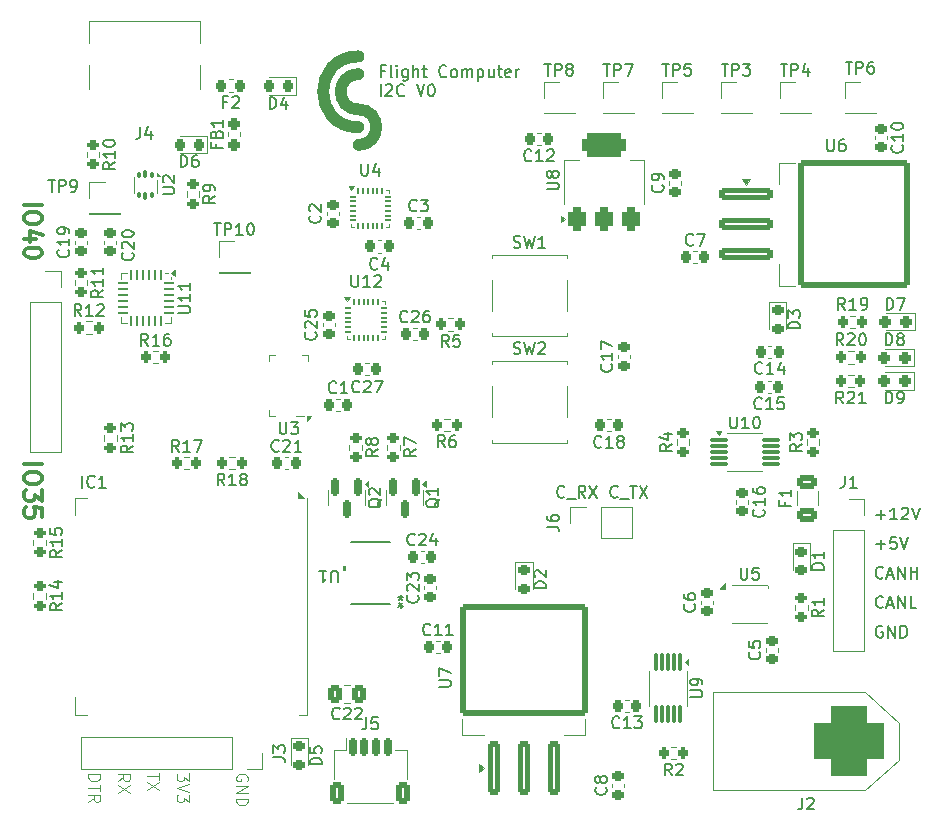
<source format=gbr>
%TF.GenerationSoftware,KiCad,Pcbnew,8.0.7*%
%TF.CreationDate,2024-12-30T10:45:42+13:00*%
%TF.ProjectId,Flight Computer V1,466c6967-6874-4204-936f-6d7075746572,rev?*%
%TF.SameCoordinates,Original*%
%TF.FileFunction,Legend,Top*%
%TF.FilePolarity,Positive*%
%FSLAX46Y46*%
G04 Gerber Fmt 4.6, Leading zero omitted, Abs format (unit mm)*
G04 Created by KiCad (PCBNEW 8.0.7) date 2024-12-30 10:45:42*
%MOMM*%
%LPD*%
G01*
G04 APERTURE LIST*
G04 Aperture macros list*
%AMRoundRect*
0 Rectangle with rounded corners*
0 $1 Rounding radius*
0 $2 $3 $4 $5 $6 $7 $8 $9 X,Y pos of 4 corners*
0 Add a 4 corners polygon primitive as box body*
4,1,4,$2,$3,$4,$5,$6,$7,$8,$9,$2,$3,0*
0 Add four circle primitives for the rounded corners*
1,1,$1+$1,$2,$3*
1,1,$1+$1,$4,$5*
1,1,$1+$1,$6,$7*
1,1,$1+$1,$8,$9*
0 Add four rect primitives between the rounded corners*
20,1,$1+$1,$2,$3,$4,$5,0*
20,1,$1+$1,$4,$5,$6,$7,0*
20,1,$1+$1,$6,$7,$8,$9,0*
20,1,$1+$1,$8,$9,$2,$3,0*%
G04 Aperture macros list end*
%ADD10C,0.200000*%
%ADD11C,1.000000*%
%ADD12C,0.300000*%
%ADD13C,0.100000*%
%ADD14C,0.150000*%
%ADD15C,0.120000*%
%ADD16C,0.152400*%
%ADD17C,0.000000*%
%ADD18R,1.700000X1.700000*%
%ADD19O,1.700000X1.700000*%
%ADD20R,2.600000X2.600000*%
%ADD21RoundRect,0.062500X-0.350000X0.062500X-0.350000X-0.062500X0.350000X-0.062500X0.350000X0.062500X0*%
%ADD22RoundRect,0.062500X-0.062500X0.350000X-0.062500X-0.350000X0.062500X-0.350000X0.062500X0.350000X0*%
%ADD23RoundRect,0.075000X-0.650000X-0.075000X0.650000X-0.075000X0.650000X0.075000X-0.650000X0.075000X0*%
%ADD24RoundRect,0.075000X-0.075000X0.650000X-0.075000X-0.650000X0.075000X-0.650000X0.075000X0.650000X0*%
%ADD25RoundRect,0.375000X0.375000X-0.625000X0.375000X0.625000X-0.375000X0.625000X-0.375000X-0.625000X0*%
%ADD26RoundRect,0.500000X1.400000X-0.500000X1.400000X0.500000X-1.400000X0.500000X-1.400000X-0.500000X0*%
%ADD27RoundRect,0.250000X0.300000X-2.050000X0.300000X2.050000X-0.300000X2.050000X-0.300000X-2.050000X0*%
%ADD28RoundRect,0.250002X5.149998X-4.449998X5.149998X4.449998X-5.149998X4.449998X-5.149998X-4.449998X0*%
%ADD29RoundRect,0.250000X-2.050000X-0.300000X2.050000X-0.300000X2.050000X0.300000X-2.050000X0.300000X0*%
%ADD30RoundRect,0.250002X-4.449998X-5.149998X4.449998X-5.149998X4.449998X5.149998X-4.449998X5.149998X0*%
%ADD31R,0.650000X0.350000*%
%ADD32R,1.550000X2.400000*%
%ADD33RoundRect,0.050000X-0.225000X-0.050000X0.225000X-0.050000X0.225000X0.050000X-0.225000X0.050000X0*%
%ADD34RoundRect,0.050000X0.050000X-0.225000X0.050000X0.225000X-0.050000X0.225000X-0.050000X-0.225000X0*%
%ADD35R,0.950000X0.550000*%
%ADD36RoundRect,0.093750X-0.093750X0.156250X-0.093750X-0.156250X0.093750X-0.156250X0.093750X0.156250X0*%
%ADD37RoundRect,0.075000X-0.075000X0.250000X-0.075000X-0.250000X0.075000X-0.250000X0.075000X0.250000X0*%
%ADD38R,1.117800X0.449200*%
%ADD39R,0.500000X0.813000*%
%ADD40R,1.550000X1.300000*%
%ADD41RoundRect,0.200000X0.200000X0.275000X-0.200000X0.275000X-0.200000X-0.275000X0.200000X-0.275000X0*%
%ADD42RoundRect,0.200000X-0.200000X-0.275000X0.200000X-0.275000X0.200000X0.275000X-0.200000X0.275000X0*%
%ADD43RoundRect,0.200000X-0.275000X0.200000X-0.275000X-0.200000X0.275000X-0.200000X0.275000X0.200000X0*%
%ADD44RoundRect,0.200000X0.275000X-0.200000X0.275000X0.200000X-0.275000X0.200000X-0.275000X-0.200000X0*%
%ADD45RoundRect,0.150000X-0.150000X0.587500X-0.150000X-0.587500X0.150000X-0.587500X0.150000X0.587500X0*%
%ADD46RoundRect,0.150000X-0.150000X-0.625000X0.150000X-0.625000X0.150000X0.625000X-0.150000X0.625000X0*%
%ADD47RoundRect,0.250000X-0.350000X-0.650000X0.350000X-0.650000X0.350000X0.650000X-0.350000X0.650000X0*%
%ADD48O,1.000000X1.600000*%
%ADD49O,1.000000X2.100000*%
%ADD50R,0.600000X1.450000*%
%ADD51R,0.300000X1.450000*%
%ADD52C,0.650000*%
%ADD53RoundRect,1.500000X1.500000X1.500000X-1.500000X1.500000X-1.500000X-1.500000X1.500000X-1.500000X0*%
%ADD54C,6.000000*%
%ADD55R,0.900000X1.500000*%
%ADD56R,1.500000X0.900000*%
%ADD57C,0.600000*%
%ADD58R,3.900000X3.900000*%
%ADD59RoundRect,0.237500X0.237500X-0.287500X0.237500X0.287500X-0.237500X0.287500X-0.237500X-0.287500X0*%
%ADD60RoundRect,0.218750X0.218750X0.256250X-0.218750X0.256250X-0.218750X-0.256250X0.218750X-0.256250X0*%
%ADD61RoundRect,0.250000X0.625000X-0.375000X0.625000X0.375000X-0.625000X0.375000X-0.625000X-0.375000X0*%
%ADD62RoundRect,0.237500X0.287500X0.237500X-0.287500X0.237500X-0.287500X-0.237500X0.287500X-0.237500X0*%
%ADD63RoundRect,0.218750X-0.256250X0.218750X-0.256250X-0.218750X0.256250X-0.218750X0.256250X0.218750X0*%
%ADD64RoundRect,0.225000X-0.225000X-0.250000X0.225000X-0.250000X0.225000X0.250000X-0.225000X0.250000X0*%
%ADD65RoundRect,0.225000X-0.250000X0.225000X-0.250000X-0.225000X0.250000X-0.225000X0.250000X0.225000X0*%
%ADD66RoundRect,0.225000X0.250000X-0.225000X0.250000X0.225000X-0.250000X0.225000X-0.250000X-0.225000X0*%
%ADD67RoundRect,0.250000X0.337500X0.475000X-0.337500X0.475000X-0.337500X-0.475000X0.337500X-0.475000X0*%
%ADD68RoundRect,0.225000X0.225000X0.250000X-0.225000X0.250000X-0.225000X-0.250000X0.225000X-0.250000X0*%
G04 APERTURE END LIST*
D10*
X184203006Y-87233465D02*
X183869673Y-87233465D01*
X183869673Y-87757275D02*
X183869673Y-86757275D01*
X183869673Y-86757275D02*
X184345863Y-86757275D01*
X184869673Y-87757275D02*
X184774435Y-87709656D01*
X184774435Y-87709656D02*
X184726816Y-87614417D01*
X184726816Y-87614417D02*
X184726816Y-86757275D01*
X185250626Y-87757275D02*
X185250626Y-87090608D01*
X185250626Y-86757275D02*
X185203007Y-86804894D01*
X185203007Y-86804894D02*
X185250626Y-86852513D01*
X185250626Y-86852513D02*
X185298245Y-86804894D01*
X185298245Y-86804894D02*
X185250626Y-86757275D01*
X185250626Y-86757275D02*
X185250626Y-86852513D01*
X186155387Y-87090608D02*
X186155387Y-87900132D01*
X186155387Y-87900132D02*
X186107768Y-87995370D01*
X186107768Y-87995370D02*
X186060149Y-88042989D01*
X186060149Y-88042989D02*
X185964911Y-88090608D01*
X185964911Y-88090608D02*
X185822054Y-88090608D01*
X185822054Y-88090608D02*
X185726816Y-88042989D01*
X186155387Y-87709656D02*
X186060149Y-87757275D01*
X186060149Y-87757275D02*
X185869673Y-87757275D01*
X185869673Y-87757275D02*
X185774435Y-87709656D01*
X185774435Y-87709656D02*
X185726816Y-87662036D01*
X185726816Y-87662036D02*
X185679197Y-87566798D01*
X185679197Y-87566798D02*
X185679197Y-87281084D01*
X185679197Y-87281084D02*
X185726816Y-87185846D01*
X185726816Y-87185846D02*
X185774435Y-87138227D01*
X185774435Y-87138227D02*
X185869673Y-87090608D01*
X185869673Y-87090608D02*
X186060149Y-87090608D01*
X186060149Y-87090608D02*
X186155387Y-87138227D01*
X186631578Y-87757275D02*
X186631578Y-86757275D01*
X187060149Y-87757275D02*
X187060149Y-87233465D01*
X187060149Y-87233465D02*
X187012530Y-87138227D01*
X187012530Y-87138227D02*
X186917292Y-87090608D01*
X186917292Y-87090608D02*
X186774435Y-87090608D01*
X186774435Y-87090608D02*
X186679197Y-87138227D01*
X186679197Y-87138227D02*
X186631578Y-87185846D01*
X187393483Y-87090608D02*
X187774435Y-87090608D01*
X187536340Y-86757275D02*
X187536340Y-87614417D01*
X187536340Y-87614417D02*
X187583959Y-87709656D01*
X187583959Y-87709656D02*
X187679197Y-87757275D01*
X187679197Y-87757275D02*
X187774435Y-87757275D01*
X189441102Y-87662036D02*
X189393483Y-87709656D01*
X189393483Y-87709656D02*
X189250626Y-87757275D01*
X189250626Y-87757275D02*
X189155388Y-87757275D01*
X189155388Y-87757275D02*
X189012531Y-87709656D01*
X189012531Y-87709656D02*
X188917293Y-87614417D01*
X188917293Y-87614417D02*
X188869674Y-87519179D01*
X188869674Y-87519179D02*
X188822055Y-87328703D01*
X188822055Y-87328703D02*
X188822055Y-87185846D01*
X188822055Y-87185846D02*
X188869674Y-86995370D01*
X188869674Y-86995370D02*
X188917293Y-86900132D01*
X188917293Y-86900132D02*
X189012531Y-86804894D01*
X189012531Y-86804894D02*
X189155388Y-86757275D01*
X189155388Y-86757275D02*
X189250626Y-86757275D01*
X189250626Y-86757275D02*
X189393483Y-86804894D01*
X189393483Y-86804894D02*
X189441102Y-86852513D01*
X190012531Y-87757275D02*
X189917293Y-87709656D01*
X189917293Y-87709656D02*
X189869674Y-87662036D01*
X189869674Y-87662036D02*
X189822055Y-87566798D01*
X189822055Y-87566798D02*
X189822055Y-87281084D01*
X189822055Y-87281084D02*
X189869674Y-87185846D01*
X189869674Y-87185846D02*
X189917293Y-87138227D01*
X189917293Y-87138227D02*
X190012531Y-87090608D01*
X190012531Y-87090608D02*
X190155388Y-87090608D01*
X190155388Y-87090608D02*
X190250626Y-87138227D01*
X190250626Y-87138227D02*
X190298245Y-87185846D01*
X190298245Y-87185846D02*
X190345864Y-87281084D01*
X190345864Y-87281084D02*
X190345864Y-87566798D01*
X190345864Y-87566798D02*
X190298245Y-87662036D01*
X190298245Y-87662036D02*
X190250626Y-87709656D01*
X190250626Y-87709656D02*
X190155388Y-87757275D01*
X190155388Y-87757275D02*
X190012531Y-87757275D01*
X190774436Y-87757275D02*
X190774436Y-87090608D01*
X190774436Y-87185846D02*
X190822055Y-87138227D01*
X190822055Y-87138227D02*
X190917293Y-87090608D01*
X190917293Y-87090608D02*
X191060150Y-87090608D01*
X191060150Y-87090608D02*
X191155388Y-87138227D01*
X191155388Y-87138227D02*
X191203007Y-87233465D01*
X191203007Y-87233465D02*
X191203007Y-87757275D01*
X191203007Y-87233465D02*
X191250626Y-87138227D01*
X191250626Y-87138227D02*
X191345864Y-87090608D01*
X191345864Y-87090608D02*
X191488721Y-87090608D01*
X191488721Y-87090608D02*
X191583960Y-87138227D01*
X191583960Y-87138227D02*
X191631579Y-87233465D01*
X191631579Y-87233465D02*
X191631579Y-87757275D01*
X192107769Y-87090608D02*
X192107769Y-88090608D01*
X192107769Y-87138227D02*
X192203007Y-87090608D01*
X192203007Y-87090608D02*
X192393483Y-87090608D01*
X192393483Y-87090608D02*
X192488721Y-87138227D01*
X192488721Y-87138227D02*
X192536340Y-87185846D01*
X192536340Y-87185846D02*
X192583959Y-87281084D01*
X192583959Y-87281084D02*
X192583959Y-87566798D01*
X192583959Y-87566798D02*
X192536340Y-87662036D01*
X192536340Y-87662036D02*
X192488721Y-87709656D01*
X192488721Y-87709656D02*
X192393483Y-87757275D01*
X192393483Y-87757275D02*
X192203007Y-87757275D01*
X192203007Y-87757275D02*
X192107769Y-87709656D01*
X193441102Y-87090608D02*
X193441102Y-87757275D01*
X193012531Y-87090608D02*
X193012531Y-87614417D01*
X193012531Y-87614417D02*
X193060150Y-87709656D01*
X193060150Y-87709656D02*
X193155388Y-87757275D01*
X193155388Y-87757275D02*
X193298245Y-87757275D01*
X193298245Y-87757275D02*
X193393483Y-87709656D01*
X193393483Y-87709656D02*
X193441102Y-87662036D01*
X193774436Y-87090608D02*
X194155388Y-87090608D01*
X193917293Y-86757275D02*
X193917293Y-87614417D01*
X193917293Y-87614417D02*
X193964912Y-87709656D01*
X193964912Y-87709656D02*
X194060150Y-87757275D01*
X194060150Y-87757275D02*
X194155388Y-87757275D01*
X194869674Y-87709656D02*
X194774436Y-87757275D01*
X194774436Y-87757275D02*
X194583960Y-87757275D01*
X194583960Y-87757275D02*
X194488722Y-87709656D01*
X194488722Y-87709656D02*
X194441103Y-87614417D01*
X194441103Y-87614417D02*
X194441103Y-87233465D01*
X194441103Y-87233465D02*
X194488722Y-87138227D01*
X194488722Y-87138227D02*
X194583960Y-87090608D01*
X194583960Y-87090608D02*
X194774436Y-87090608D01*
X194774436Y-87090608D02*
X194869674Y-87138227D01*
X194869674Y-87138227D02*
X194917293Y-87233465D01*
X194917293Y-87233465D02*
X194917293Y-87328703D01*
X194917293Y-87328703D02*
X194441103Y-87423941D01*
X195345865Y-87757275D02*
X195345865Y-87090608D01*
X195345865Y-87281084D02*
X195393484Y-87185846D01*
X195393484Y-87185846D02*
X195441103Y-87138227D01*
X195441103Y-87138227D02*
X195536341Y-87090608D01*
X195536341Y-87090608D02*
X195631579Y-87090608D01*
X183869673Y-89367219D02*
X183869673Y-88367219D01*
X184298244Y-88462457D02*
X184345863Y-88414838D01*
X184345863Y-88414838D02*
X184441101Y-88367219D01*
X184441101Y-88367219D02*
X184679196Y-88367219D01*
X184679196Y-88367219D02*
X184774434Y-88414838D01*
X184774434Y-88414838D02*
X184822053Y-88462457D01*
X184822053Y-88462457D02*
X184869672Y-88557695D01*
X184869672Y-88557695D02*
X184869672Y-88652933D01*
X184869672Y-88652933D02*
X184822053Y-88795790D01*
X184822053Y-88795790D02*
X184250625Y-89367219D01*
X184250625Y-89367219D02*
X184869672Y-89367219D01*
X185869672Y-89271980D02*
X185822053Y-89319600D01*
X185822053Y-89319600D02*
X185679196Y-89367219D01*
X185679196Y-89367219D02*
X185583958Y-89367219D01*
X185583958Y-89367219D02*
X185441101Y-89319600D01*
X185441101Y-89319600D02*
X185345863Y-89224361D01*
X185345863Y-89224361D02*
X185298244Y-89129123D01*
X185298244Y-89129123D02*
X185250625Y-88938647D01*
X185250625Y-88938647D02*
X185250625Y-88795790D01*
X185250625Y-88795790D02*
X185298244Y-88605314D01*
X185298244Y-88605314D02*
X185345863Y-88510076D01*
X185345863Y-88510076D02*
X185441101Y-88414838D01*
X185441101Y-88414838D02*
X185583958Y-88367219D01*
X185583958Y-88367219D02*
X185679196Y-88367219D01*
X185679196Y-88367219D02*
X185822053Y-88414838D01*
X185822053Y-88414838D02*
X185869672Y-88462457D01*
X186917292Y-88367219D02*
X187250625Y-89367219D01*
X187250625Y-89367219D02*
X187583958Y-88367219D01*
X188107768Y-88367219D02*
X188203006Y-88367219D01*
X188203006Y-88367219D02*
X188298244Y-88414838D01*
X188298244Y-88414838D02*
X188345863Y-88462457D01*
X188345863Y-88462457D02*
X188393482Y-88557695D01*
X188393482Y-88557695D02*
X188441101Y-88748171D01*
X188441101Y-88748171D02*
X188441101Y-88986266D01*
X188441101Y-88986266D02*
X188393482Y-89176742D01*
X188393482Y-89176742D02*
X188345863Y-89271980D01*
X188345863Y-89271980D02*
X188298244Y-89319600D01*
X188298244Y-89319600D02*
X188203006Y-89367219D01*
X188203006Y-89367219D02*
X188107768Y-89367219D01*
X188107768Y-89367219D02*
X188012530Y-89319600D01*
X188012530Y-89319600D02*
X187964911Y-89271980D01*
X187964911Y-89271980D02*
X187917292Y-89176742D01*
X187917292Y-89176742D02*
X187869673Y-88986266D01*
X187869673Y-88986266D02*
X187869673Y-88748171D01*
X187869673Y-88748171D02*
X187917292Y-88557695D01*
X187917292Y-88557695D02*
X187964911Y-88462457D01*
X187964911Y-88462457D02*
X188012530Y-88414838D01*
X188012530Y-88414838D02*
X188107768Y-88367219D01*
D11*
X182000000Y-90500000D02*
G75*
G02*
X182000000Y-93500000I0J-1500000D01*
G01*
X182000000Y-90500000D02*
G75*
G02*
X182000000Y-87500000I0J1500000D01*
G01*
X182000000Y-92000000D02*
G75*
G02*
X182000000Y-86000000I0J3000000D01*
G01*
D10*
X203941101Y-123271980D02*
X203893482Y-123319600D01*
X203893482Y-123319600D02*
X203750625Y-123367219D01*
X203750625Y-123367219D02*
X203655387Y-123367219D01*
X203655387Y-123367219D02*
X203512530Y-123319600D01*
X203512530Y-123319600D02*
X203417292Y-123224361D01*
X203417292Y-123224361D02*
X203369673Y-123129123D01*
X203369673Y-123129123D02*
X203322054Y-122938647D01*
X203322054Y-122938647D02*
X203322054Y-122795790D01*
X203322054Y-122795790D02*
X203369673Y-122605314D01*
X203369673Y-122605314D02*
X203417292Y-122510076D01*
X203417292Y-122510076D02*
X203512530Y-122414838D01*
X203512530Y-122414838D02*
X203655387Y-122367219D01*
X203655387Y-122367219D02*
X203750625Y-122367219D01*
X203750625Y-122367219D02*
X203893482Y-122414838D01*
X203893482Y-122414838D02*
X203941101Y-122462457D01*
X204131578Y-123462457D02*
X204893482Y-123462457D01*
X204988721Y-122367219D02*
X205560149Y-122367219D01*
X205274435Y-123367219D02*
X205274435Y-122367219D01*
X205798245Y-122367219D02*
X206464911Y-123367219D01*
X206464911Y-122367219D02*
X205798245Y-123367219D01*
X199441101Y-123271980D02*
X199393482Y-123319600D01*
X199393482Y-123319600D02*
X199250625Y-123367219D01*
X199250625Y-123367219D02*
X199155387Y-123367219D01*
X199155387Y-123367219D02*
X199012530Y-123319600D01*
X199012530Y-123319600D02*
X198917292Y-123224361D01*
X198917292Y-123224361D02*
X198869673Y-123129123D01*
X198869673Y-123129123D02*
X198822054Y-122938647D01*
X198822054Y-122938647D02*
X198822054Y-122795790D01*
X198822054Y-122795790D02*
X198869673Y-122605314D01*
X198869673Y-122605314D02*
X198917292Y-122510076D01*
X198917292Y-122510076D02*
X199012530Y-122414838D01*
X199012530Y-122414838D02*
X199155387Y-122367219D01*
X199155387Y-122367219D02*
X199250625Y-122367219D01*
X199250625Y-122367219D02*
X199393482Y-122414838D01*
X199393482Y-122414838D02*
X199441101Y-122462457D01*
X199631578Y-123462457D02*
X200393482Y-123462457D01*
X201203006Y-123367219D02*
X200869673Y-122891028D01*
X200631578Y-123367219D02*
X200631578Y-122367219D01*
X200631578Y-122367219D02*
X201012530Y-122367219D01*
X201012530Y-122367219D02*
X201107768Y-122414838D01*
X201107768Y-122414838D02*
X201155387Y-122462457D01*
X201155387Y-122462457D02*
X201203006Y-122557695D01*
X201203006Y-122557695D02*
X201203006Y-122700552D01*
X201203006Y-122700552D02*
X201155387Y-122795790D01*
X201155387Y-122795790D02*
X201107768Y-122843409D01*
X201107768Y-122843409D02*
X201012530Y-122891028D01*
X201012530Y-122891028D02*
X200631578Y-122891028D01*
X201536340Y-122367219D02*
X202203006Y-123367219D01*
X202203006Y-122367219D02*
X201536340Y-123367219D01*
D12*
X153699171Y-120554510D02*
X155199171Y-120554510D01*
X155199171Y-121554511D02*
X155199171Y-121840225D01*
X155199171Y-121840225D02*
X155127742Y-121983082D01*
X155127742Y-121983082D02*
X154984885Y-122125939D01*
X154984885Y-122125939D02*
X154699171Y-122197368D01*
X154699171Y-122197368D02*
X154199171Y-122197368D01*
X154199171Y-122197368D02*
X153913457Y-122125939D01*
X153913457Y-122125939D02*
X153770600Y-121983082D01*
X153770600Y-121983082D02*
X153699171Y-121840225D01*
X153699171Y-121840225D02*
X153699171Y-121554511D01*
X153699171Y-121554511D02*
X153770600Y-121411654D01*
X153770600Y-121411654D02*
X153913457Y-121268796D01*
X153913457Y-121268796D02*
X154199171Y-121197368D01*
X154199171Y-121197368D02*
X154699171Y-121197368D01*
X154699171Y-121197368D02*
X154984885Y-121268796D01*
X154984885Y-121268796D02*
X155127742Y-121411654D01*
X155127742Y-121411654D02*
X155199171Y-121554511D01*
X155199171Y-122697368D02*
X155199171Y-123625940D01*
X155199171Y-123625940D02*
X154627742Y-123125940D01*
X154627742Y-123125940D02*
X154627742Y-123340225D01*
X154627742Y-123340225D02*
X154556314Y-123483083D01*
X154556314Y-123483083D02*
X154484885Y-123554511D01*
X154484885Y-123554511D02*
X154342028Y-123625940D01*
X154342028Y-123625940D02*
X153984885Y-123625940D01*
X153984885Y-123625940D02*
X153842028Y-123554511D01*
X153842028Y-123554511D02*
X153770600Y-123483083D01*
X153770600Y-123483083D02*
X153699171Y-123340225D01*
X153699171Y-123340225D02*
X153699171Y-122911654D01*
X153699171Y-122911654D02*
X153770600Y-122768797D01*
X153770600Y-122768797D02*
X153842028Y-122697368D01*
X155199171Y-124983082D02*
X155199171Y-124268796D01*
X155199171Y-124268796D02*
X154484885Y-124197368D01*
X154484885Y-124197368D02*
X154556314Y-124268796D01*
X154556314Y-124268796D02*
X154627742Y-124411654D01*
X154627742Y-124411654D02*
X154627742Y-124768796D01*
X154627742Y-124768796D02*
X154556314Y-124911654D01*
X154556314Y-124911654D02*
X154484885Y-124983082D01*
X154484885Y-124983082D02*
X154342028Y-125054511D01*
X154342028Y-125054511D02*
X153984885Y-125054511D01*
X153984885Y-125054511D02*
X153842028Y-124983082D01*
X153842028Y-124983082D02*
X153770600Y-124911654D01*
X153770600Y-124911654D02*
X153699171Y-124768796D01*
X153699171Y-124768796D02*
X153699171Y-124411654D01*
X153699171Y-124411654D02*
X153770600Y-124268796D01*
X153770600Y-124268796D02*
X153842028Y-124197368D01*
X153699171Y-98554510D02*
X155199171Y-98554510D01*
X155199171Y-99554511D02*
X155199171Y-99840225D01*
X155199171Y-99840225D02*
X155127742Y-99983082D01*
X155127742Y-99983082D02*
X154984885Y-100125939D01*
X154984885Y-100125939D02*
X154699171Y-100197368D01*
X154699171Y-100197368D02*
X154199171Y-100197368D01*
X154199171Y-100197368D02*
X153913457Y-100125939D01*
X153913457Y-100125939D02*
X153770600Y-99983082D01*
X153770600Y-99983082D02*
X153699171Y-99840225D01*
X153699171Y-99840225D02*
X153699171Y-99554511D01*
X153699171Y-99554511D02*
X153770600Y-99411654D01*
X153770600Y-99411654D02*
X153913457Y-99268796D01*
X153913457Y-99268796D02*
X154199171Y-99197368D01*
X154199171Y-99197368D02*
X154699171Y-99197368D01*
X154699171Y-99197368D02*
X154984885Y-99268796D01*
X154984885Y-99268796D02*
X155127742Y-99411654D01*
X155127742Y-99411654D02*
X155199171Y-99554511D01*
X154699171Y-101483083D02*
X153699171Y-101483083D01*
X155270600Y-101125940D02*
X154199171Y-100768797D01*
X154199171Y-100768797D02*
X154199171Y-101697368D01*
X155199171Y-102554511D02*
X155199171Y-102697368D01*
X155199171Y-102697368D02*
X155127742Y-102840225D01*
X155127742Y-102840225D02*
X155056314Y-102911654D01*
X155056314Y-102911654D02*
X154913457Y-102983082D01*
X154913457Y-102983082D02*
X154627742Y-103054511D01*
X154627742Y-103054511D02*
X154270600Y-103054511D01*
X154270600Y-103054511D02*
X153984885Y-102983082D01*
X153984885Y-102983082D02*
X153842028Y-102911654D01*
X153842028Y-102911654D02*
X153770600Y-102840225D01*
X153770600Y-102840225D02*
X153699171Y-102697368D01*
X153699171Y-102697368D02*
X153699171Y-102554511D01*
X153699171Y-102554511D02*
X153770600Y-102411654D01*
X153770600Y-102411654D02*
X153842028Y-102340225D01*
X153842028Y-102340225D02*
X153984885Y-102268796D01*
X153984885Y-102268796D02*
X154270600Y-102197368D01*
X154270600Y-102197368D02*
X154627742Y-102197368D01*
X154627742Y-102197368D02*
X154913457Y-102268796D01*
X154913457Y-102268796D02*
X155056314Y-102340225D01*
X155056314Y-102340225D02*
X155127742Y-102411654D01*
X155127742Y-102411654D02*
X155199171Y-102554511D01*
D13*
X167627580Y-146708646D02*
X167627580Y-147327693D01*
X167627580Y-147327693D02*
X167246628Y-146994360D01*
X167246628Y-146994360D02*
X167246628Y-147137217D01*
X167246628Y-147137217D02*
X167199009Y-147232455D01*
X167199009Y-147232455D02*
X167151390Y-147280074D01*
X167151390Y-147280074D02*
X167056152Y-147327693D01*
X167056152Y-147327693D02*
X166818057Y-147327693D01*
X166818057Y-147327693D02*
X166722819Y-147280074D01*
X166722819Y-147280074D02*
X166675200Y-147232455D01*
X166675200Y-147232455D02*
X166627580Y-147137217D01*
X166627580Y-147137217D02*
X166627580Y-146851503D01*
X166627580Y-146851503D02*
X166675200Y-146756265D01*
X166675200Y-146756265D02*
X166722819Y-146708646D01*
X167627580Y-147613408D02*
X166627580Y-147946741D01*
X166627580Y-147946741D02*
X167627580Y-148280074D01*
X167627580Y-148518170D02*
X167627580Y-149137217D01*
X167627580Y-149137217D02*
X167246628Y-148803884D01*
X167246628Y-148803884D02*
X167246628Y-148946741D01*
X167246628Y-148946741D02*
X167199009Y-149041979D01*
X167199009Y-149041979D02*
X167151390Y-149089598D01*
X167151390Y-149089598D02*
X167056152Y-149137217D01*
X167056152Y-149137217D02*
X166818057Y-149137217D01*
X166818057Y-149137217D02*
X166722819Y-149089598D01*
X166722819Y-149089598D02*
X166675200Y-149041979D01*
X166675200Y-149041979D02*
X166627580Y-148946741D01*
X166627580Y-148946741D02*
X166627580Y-148661027D01*
X166627580Y-148661027D02*
X166675200Y-148565789D01*
X166675200Y-148565789D02*
X166722819Y-148518170D01*
X172579961Y-147327693D02*
X172627580Y-147232455D01*
X172627580Y-147232455D02*
X172627580Y-147089598D01*
X172627580Y-147089598D02*
X172579961Y-146946741D01*
X172579961Y-146946741D02*
X172484723Y-146851503D01*
X172484723Y-146851503D02*
X172389485Y-146803884D01*
X172389485Y-146803884D02*
X172199009Y-146756265D01*
X172199009Y-146756265D02*
X172056152Y-146756265D01*
X172056152Y-146756265D02*
X171865676Y-146803884D01*
X171865676Y-146803884D02*
X171770438Y-146851503D01*
X171770438Y-146851503D02*
X171675200Y-146946741D01*
X171675200Y-146946741D02*
X171627580Y-147089598D01*
X171627580Y-147089598D02*
X171627580Y-147184836D01*
X171627580Y-147184836D02*
X171675200Y-147327693D01*
X171675200Y-147327693D02*
X171722819Y-147375312D01*
X171722819Y-147375312D02*
X172056152Y-147375312D01*
X172056152Y-147375312D02*
X172056152Y-147184836D01*
X171627580Y-147803884D02*
X172627580Y-147803884D01*
X172627580Y-147803884D02*
X171627580Y-148375312D01*
X171627580Y-148375312D02*
X172627580Y-148375312D01*
X171627580Y-148851503D02*
X172627580Y-148851503D01*
X172627580Y-148851503D02*
X172627580Y-149089598D01*
X172627580Y-149089598D02*
X172579961Y-149232455D01*
X172579961Y-149232455D02*
X172484723Y-149327693D01*
X172484723Y-149327693D02*
X172389485Y-149375312D01*
X172389485Y-149375312D02*
X172199009Y-149422931D01*
X172199009Y-149422931D02*
X172056152Y-149422931D01*
X172056152Y-149422931D02*
X171865676Y-149375312D01*
X171865676Y-149375312D02*
X171770438Y-149327693D01*
X171770438Y-149327693D02*
X171675200Y-149232455D01*
X171675200Y-149232455D02*
X171627580Y-149089598D01*
X171627580Y-149089598D02*
X171627580Y-148851503D01*
X165127580Y-146661027D02*
X165127580Y-147232455D01*
X164127580Y-146946741D02*
X165127580Y-146946741D01*
X165127580Y-147470551D02*
X164127580Y-148137217D01*
X165127580Y-148137217D02*
X164127580Y-147470551D01*
X161627580Y-147375312D02*
X162103771Y-147041979D01*
X161627580Y-146803884D02*
X162627580Y-146803884D01*
X162627580Y-146803884D02*
X162627580Y-147184836D01*
X162627580Y-147184836D02*
X162579961Y-147280074D01*
X162579961Y-147280074D02*
X162532342Y-147327693D01*
X162532342Y-147327693D02*
X162437104Y-147375312D01*
X162437104Y-147375312D02*
X162294247Y-147375312D01*
X162294247Y-147375312D02*
X162199009Y-147327693D01*
X162199009Y-147327693D02*
X162151390Y-147280074D01*
X162151390Y-147280074D02*
X162103771Y-147184836D01*
X162103771Y-147184836D02*
X162103771Y-146803884D01*
X162627580Y-147708646D02*
X161627580Y-148375312D01*
X162627580Y-148375312D02*
X161627580Y-147708646D01*
X159127580Y-146803884D02*
X160127580Y-146803884D01*
X160127580Y-146803884D02*
X160127580Y-147041979D01*
X160127580Y-147041979D02*
X160079961Y-147184836D01*
X160079961Y-147184836D02*
X159984723Y-147280074D01*
X159984723Y-147280074D02*
X159889485Y-147327693D01*
X159889485Y-147327693D02*
X159699009Y-147375312D01*
X159699009Y-147375312D02*
X159556152Y-147375312D01*
X159556152Y-147375312D02*
X159365676Y-147327693D01*
X159365676Y-147327693D02*
X159270438Y-147280074D01*
X159270438Y-147280074D02*
X159175200Y-147184836D01*
X159175200Y-147184836D02*
X159127580Y-147041979D01*
X159127580Y-147041979D02*
X159127580Y-146803884D01*
X160127580Y-147661027D02*
X160127580Y-148232455D01*
X159127580Y-147946741D02*
X160127580Y-147946741D01*
X159127580Y-149137217D02*
X159603771Y-148803884D01*
X159127580Y-148565789D02*
X160127580Y-148565789D01*
X160127580Y-148565789D02*
X160127580Y-148946741D01*
X160127580Y-148946741D02*
X160079961Y-149041979D01*
X160079961Y-149041979D02*
X160032342Y-149089598D01*
X160032342Y-149089598D02*
X159937104Y-149137217D01*
X159937104Y-149137217D02*
X159794247Y-149137217D01*
X159794247Y-149137217D02*
X159699009Y-149089598D01*
X159699009Y-149089598D02*
X159651390Y-149041979D01*
X159651390Y-149041979D02*
X159603771Y-148946741D01*
X159603771Y-148946741D02*
X159603771Y-148565789D01*
D14*
X226360588Y-134257438D02*
X226265350Y-134209819D01*
X226265350Y-134209819D02*
X226122493Y-134209819D01*
X226122493Y-134209819D02*
X225979636Y-134257438D01*
X225979636Y-134257438D02*
X225884398Y-134352676D01*
X225884398Y-134352676D02*
X225836779Y-134447914D01*
X225836779Y-134447914D02*
X225789160Y-134638390D01*
X225789160Y-134638390D02*
X225789160Y-134781247D01*
X225789160Y-134781247D02*
X225836779Y-134971723D01*
X225836779Y-134971723D02*
X225884398Y-135066961D01*
X225884398Y-135066961D02*
X225979636Y-135162200D01*
X225979636Y-135162200D02*
X226122493Y-135209819D01*
X226122493Y-135209819D02*
X226217731Y-135209819D01*
X226217731Y-135209819D02*
X226360588Y-135162200D01*
X226360588Y-135162200D02*
X226408207Y-135114580D01*
X226408207Y-135114580D02*
X226408207Y-134781247D01*
X226408207Y-134781247D02*
X226217731Y-134781247D01*
X226836779Y-135209819D02*
X226836779Y-134209819D01*
X226836779Y-134209819D02*
X227408207Y-135209819D01*
X227408207Y-135209819D02*
X227408207Y-134209819D01*
X227884398Y-135209819D02*
X227884398Y-134209819D01*
X227884398Y-134209819D02*
X228122493Y-134209819D01*
X228122493Y-134209819D02*
X228265350Y-134257438D01*
X228265350Y-134257438D02*
X228360588Y-134352676D01*
X228360588Y-134352676D02*
X228408207Y-134447914D01*
X228408207Y-134447914D02*
X228455826Y-134638390D01*
X228455826Y-134638390D02*
X228455826Y-134781247D01*
X228455826Y-134781247D02*
X228408207Y-134971723D01*
X228408207Y-134971723D02*
X228360588Y-135066961D01*
X228360588Y-135066961D02*
X228265350Y-135162200D01*
X228265350Y-135162200D02*
X228122493Y-135209819D01*
X228122493Y-135209819D02*
X227884398Y-135209819D01*
X225836779Y-124828866D02*
X226598684Y-124828866D01*
X226217731Y-125209819D02*
X226217731Y-124447914D01*
X227598683Y-125209819D02*
X227027255Y-125209819D01*
X227312969Y-125209819D02*
X227312969Y-124209819D01*
X227312969Y-124209819D02*
X227217731Y-124352676D01*
X227217731Y-124352676D02*
X227122493Y-124447914D01*
X227122493Y-124447914D02*
X227027255Y-124495533D01*
X227979636Y-124305057D02*
X228027255Y-124257438D01*
X228027255Y-124257438D02*
X228122493Y-124209819D01*
X228122493Y-124209819D02*
X228360588Y-124209819D01*
X228360588Y-124209819D02*
X228455826Y-124257438D01*
X228455826Y-124257438D02*
X228503445Y-124305057D01*
X228503445Y-124305057D02*
X228551064Y-124400295D01*
X228551064Y-124400295D02*
X228551064Y-124495533D01*
X228551064Y-124495533D02*
X228503445Y-124638390D01*
X228503445Y-124638390D02*
X227932017Y-125209819D01*
X227932017Y-125209819D02*
X228551064Y-125209819D01*
X228836779Y-124209819D02*
X229170112Y-125209819D01*
X229170112Y-125209819D02*
X229503445Y-124209819D01*
X225836779Y-127328866D02*
X226598684Y-127328866D01*
X226217731Y-127709819D02*
X226217731Y-126947914D01*
X227551064Y-126709819D02*
X227074874Y-126709819D01*
X227074874Y-126709819D02*
X227027255Y-127186009D01*
X227027255Y-127186009D02*
X227074874Y-127138390D01*
X227074874Y-127138390D02*
X227170112Y-127090771D01*
X227170112Y-127090771D02*
X227408207Y-127090771D01*
X227408207Y-127090771D02*
X227503445Y-127138390D01*
X227503445Y-127138390D02*
X227551064Y-127186009D01*
X227551064Y-127186009D02*
X227598683Y-127281247D01*
X227598683Y-127281247D02*
X227598683Y-127519342D01*
X227598683Y-127519342D02*
X227551064Y-127614580D01*
X227551064Y-127614580D02*
X227503445Y-127662200D01*
X227503445Y-127662200D02*
X227408207Y-127709819D01*
X227408207Y-127709819D02*
X227170112Y-127709819D01*
X227170112Y-127709819D02*
X227074874Y-127662200D01*
X227074874Y-127662200D02*
X227027255Y-127614580D01*
X227884398Y-126709819D02*
X228217731Y-127709819D01*
X228217731Y-127709819D02*
X228551064Y-126709819D01*
X226408207Y-132614580D02*
X226360588Y-132662200D01*
X226360588Y-132662200D02*
X226217731Y-132709819D01*
X226217731Y-132709819D02*
X226122493Y-132709819D01*
X226122493Y-132709819D02*
X225979636Y-132662200D01*
X225979636Y-132662200D02*
X225884398Y-132566961D01*
X225884398Y-132566961D02*
X225836779Y-132471723D01*
X225836779Y-132471723D02*
X225789160Y-132281247D01*
X225789160Y-132281247D02*
X225789160Y-132138390D01*
X225789160Y-132138390D02*
X225836779Y-131947914D01*
X225836779Y-131947914D02*
X225884398Y-131852676D01*
X225884398Y-131852676D02*
X225979636Y-131757438D01*
X225979636Y-131757438D02*
X226122493Y-131709819D01*
X226122493Y-131709819D02*
X226217731Y-131709819D01*
X226217731Y-131709819D02*
X226360588Y-131757438D01*
X226360588Y-131757438D02*
X226408207Y-131805057D01*
X226789160Y-132424104D02*
X227265350Y-132424104D01*
X226693922Y-132709819D02*
X227027255Y-131709819D01*
X227027255Y-131709819D02*
X227360588Y-132709819D01*
X227693922Y-132709819D02*
X227693922Y-131709819D01*
X227693922Y-131709819D02*
X228265350Y-132709819D01*
X228265350Y-132709819D02*
X228265350Y-131709819D01*
X229217731Y-132709819D02*
X228741541Y-132709819D01*
X228741541Y-132709819D02*
X228741541Y-131709819D01*
X226408207Y-130114580D02*
X226360588Y-130162200D01*
X226360588Y-130162200D02*
X226217731Y-130209819D01*
X226217731Y-130209819D02*
X226122493Y-130209819D01*
X226122493Y-130209819D02*
X225979636Y-130162200D01*
X225979636Y-130162200D02*
X225884398Y-130066961D01*
X225884398Y-130066961D02*
X225836779Y-129971723D01*
X225836779Y-129971723D02*
X225789160Y-129781247D01*
X225789160Y-129781247D02*
X225789160Y-129638390D01*
X225789160Y-129638390D02*
X225836779Y-129447914D01*
X225836779Y-129447914D02*
X225884398Y-129352676D01*
X225884398Y-129352676D02*
X225979636Y-129257438D01*
X225979636Y-129257438D02*
X226122493Y-129209819D01*
X226122493Y-129209819D02*
X226217731Y-129209819D01*
X226217731Y-129209819D02*
X226360588Y-129257438D01*
X226360588Y-129257438D02*
X226408207Y-129305057D01*
X226789160Y-129924104D02*
X227265350Y-129924104D01*
X226693922Y-130209819D02*
X227027255Y-129209819D01*
X227027255Y-129209819D02*
X227360588Y-130209819D01*
X227693922Y-130209819D02*
X227693922Y-129209819D01*
X227693922Y-129209819D02*
X228265350Y-130209819D01*
X228265350Y-130209819D02*
X228265350Y-129209819D01*
X228741541Y-130209819D02*
X228741541Y-129209819D01*
X228741541Y-129686009D02*
X229312969Y-129686009D01*
X229312969Y-130209819D02*
X229312969Y-129209819D01*
X197934819Y-125808333D02*
X198649104Y-125808333D01*
X198649104Y-125808333D02*
X198791961Y-125855952D01*
X198791961Y-125855952D02*
X198887200Y-125951190D01*
X198887200Y-125951190D02*
X198934819Y-126094047D01*
X198934819Y-126094047D02*
X198934819Y-126189285D01*
X197934819Y-124903571D02*
X197934819Y-125094047D01*
X197934819Y-125094047D02*
X197982438Y-125189285D01*
X197982438Y-125189285D02*
X198030057Y-125236904D01*
X198030057Y-125236904D02*
X198172914Y-125332142D01*
X198172914Y-125332142D02*
X198363390Y-125379761D01*
X198363390Y-125379761D02*
X198744342Y-125379761D01*
X198744342Y-125379761D02*
X198839580Y-125332142D01*
X198839580Y-125332142D02*
X198887200Y-125284523D01*
X198887200Y-125284523D02*
X198934819Y-125189285D01*
X198934819Y-125189285D02*
X198934819Y-124998809D01*
X198934819Y-124998809D02*
X198887200Y-124903571D01*
X198887200Y-124903571D02*
X198839580Y-124855952D01*
X198839580Y-124855952D02*
X198744342Y-124808333D01*
X198744342Y-124808333D02*
X198506247Y-124808333D01*
X198506247Y-124808333D02*
X198411009Y-124855952D01*
X198411009Y-124855952D02*
X198363390Y-124903571D01*
X198363390Y-124903571D02*
X198315771Y-124998809D01*
X198315771Y-124998809D02*
X198315771Y-125189285D01*
X198315771Y-125189285D02*
X198363390Y-125284523D01*
X198363390Y-125284523D02*
X198411009Y-125332142D01*
X198411009Y-125332142D02*
X198506247Y-125379761D01*
X166754819Y-107708094D02*
X167564342Y-107708094D01*
X167564342Y-107708094D02*
X167659580Y-107660475D01*
X167659580Y-107660475D02*
X167707200Y-107612856D01*
X167707200Y-107612856D02*
X167754819Y-107517618D01*
X167754819Y-107517618D02*
X167754819Y-107327142D01*
X167754819Y-107327142D02*
X167707200Y-107231904D01*
X167707200Y-107231904D02*
X167659580Y-107184285D01*
X167659580Y-107184285D02*
X167564342Y-107136666D01*
X167564342Y-107136666D02*
X166754819Y-107136666D01*
X167754819Y-106136666D02*
X167754819Y-106708094D01*
X167754819Y-106422380D02*
X166754819Y-106422380D01*
X166754819Y-106422380D02*
X166897676Y-106517618D01*
X166897676Y-106517618D02*
X166992914Y-106612856D01*
X166992914Y-106612856D02*
X167040533Y-106708094D01*
X167754819Y-105184285D02*
X167754819Y-105755713D01*
X167754819Y-105469999D02*
X166754819Y-105469999D01*
X166754819Y-105469999D02*
X166897676Y-105565237D01*
X166897676Y-105565237D02*
X166992914Y-105660475D01*
X166992914Y-105660475D02*
X167040533Y-105755713D01*
X213461905Y-116504819D02*
X213461905Y-117314342D01*
X213461905Y-117314342D02*
X213509524Y-117409580D01*
X213509524Y-117409580D02*
X213557143Y-117457200D01*
X213557143Y-117457200D02*
X213652381Y-117504819D01*
X213652381Y-117504819D02*
X213842857Y-117504819D01*
X213842857Y-117504819D02*
X213938095Y-117457200D01*
X213938095Y-117457200D02*
X213985714Y-117409580D01*
X213985714Y-117409580D02*
X214033333Y-117314342D01*
X214033333Y-117314342D02*
X214033333Y-116504819D01*
X215033333Y-117504819D02*
X214461905Y-117504819D01*
X214747619Y-117504819D02*
X214747619Y-116504819D01*
X214747619Y-116504819D02*
X214652381Y-116647676D01*
X214652381Y-116647676D02*
X214557143Y-116742914D01*
X214557143Y-116742914D02*
X214461905Y-116790533D01*
X215652381Y-116504819D02*
X215747619Y-116504819D01*
X215747619Y-116504819D02*
X215842857Y-116552438D01*
X215842857Y-116552438D02*
X215890476Y-116600057D01*
X215890476Y-116600057D02*
X215938095Y-116695295D01*
X215938095Y-116695295D02*
X215985714Y-116885771D01*
X215985714Y-116885771D02*
X215985714Y-117123866D01*
X215985714Y-117123866D02*
X215938095Y-117314342D01*
X215938095Y-117314342D02*
X215890476Y-117409580D01*
X215890476Y-117409580D02*
X215842857Y-117457200D01*
X215842857Y-117457200D02*
X215747619Y-117504819D01*
X215747619Y-117504819D02*
X215652381Y-117504819D01*
X215652381Y-117504819D02*
X215557143Y-117457200D01*
X215557143Y-117457200D02*
X215509524Y-117409580D01*
X215509524Y-117409580D02*
X215461905Y-117314342D01*
X215461905Y-117314342D02*
X215414286Y-117123866D01*
X215414286Y-117123866D02*
X215414286Y-116885771D01*
X215414286Y-116885771D02*
X215461905Y-116695295D01*
X215461905Y-116695295D02*
X215509524Y-116600057D01*
X215509524Y-116600057D02*
X215557143Y-116552438D01*
X215557143Y-116552438D02*
X215652381Y-116504819D01*
X210104819Y-140261904D02*
X210914342Y-140261904D01*
X210914342Y-140261904D02*
X211009580Y-140214285D01*
X211009580Y-140214285D02*
X211057200Y-140166666D01*
X211057200Y-140166666D02*
X211104819Y-140071428D01*
X211104819Y-140071428D02*
X211104819Y-139880952D01*
X211104819Y-139880952D02*
X211057200Y-139785714D01*
X211057200Y-139785714D02*
X211009580Y-139738095D01*
X211009580Y-139738095D02*
X210914342Y-139690476D01*
X210914342Y-139690476D02*
X210104819Y-139690476D01*
X211104819Y-139166666D02*
X211104819Y-138976190D01*
X211104819Y-138976190D02*
X211057200Y-138880952D01*
X211057200Y-138880952D02*
X211009580Y-138833333D01*
X211009580Y-138833333D02*
X210866723Y-138738095D01*
X210866723Y-138738095D02*
X210676247Y-138690476D01*
X210676247Y-138690476D02*
X210295295Y-138690476D01*
X210295295Y-138690476D02*
X210200057Y-138738095D01*
X210200057Y-138738095D02*
X210152438Y-138785714D01*
X210152438Y-138785714D02*
X210104819Y-138880952D01*
X210104819Y-138880952D02*
X210104819Y-139071428D01*
X210104819Y-139071428D02*
X210152438Y-139166666D01*
X210152438Y-139166666D02*
X210200057Y-139214285D01*
X210200057Y-139214285D02*
X210295295Y-139261904D01*
X210295295Y-139261904D02*
X210533390Y-139261904D01*
X210533390Y-139261904D02*
X210628628Y-139214285D01*
X210628628Y-139214285D02*
X210676247Y-139166666D01*
X210676247Y-139166666D02*
X210723866Y-139071428D01*
X210723866Y-139071428D02*
X210723866Y-138880952D01*
X210723866Y-138880952D02*
X210676247Y-138785714D01*
X210676247Y-138785714D02*
X210628628Y-138738095D01*
X210628628Y-138738095D02*
X210533390Y-138690476D01*
X197954819Y-97261904D02*
X198764342Y-97261904D01*
X198764342Y-97261904D02*
X198859580Y-97214285D01*
X198859580Y-97214285D02*
X198907200Y-97166666D01*
X198907200Y-97166666D02*
X198954819Y-97071428D01*
X198954819Y-97071428D02*
X198954819Y-96880952D01*
X198954819Y-96880952D02*
X198907200Y-96785714D01*
X198907200Y-96785714D02*
X198859580Y-96738095D01*
X198859580Y-96738095D02*
X198764342Y-96690476D01*
X198764342Y-96690476D02*
X197954819Y-96690476D01*
X198383390Y-96071428D02*
X198335771Y-96166666D01*
X198335771Y-96166666D02*
X198288152Y-96214285D01*
X198288152Y-96214285D02*
X198192914Y-96261904D01*
X198192914Y-96261904D02*
X198145295Y-96261904D01*
X198145295Y-96261904D02*
X198050057Y-96214285D01*
X198050057Y-96214285D02*
X198002438Y-96166666D01*
X198002438Y-96166666D02*
X197954819Y-96071428D01*
X197954819Y-96071428D02*
X197954819Y-95880952D01*
X197954819Y-95880952D02*
X198002438Y-95785714D01*
X198002438Y-95785714D02*
X198050057Y-95738095D01*
X198050057Y-95738095D02*
X198145295Y-95690476D01*
X198145295Y-95690476D02*
X198192914Y-95690476D01*
X198192914Y-95690476D02*
X198288152Y-95738095D01*
X198288152Y-95738095D02*
X198335771Y-95785714D01*
X198335771Y-95785714D02*
X198383390Y-95880952D01*
X198383390Y-95880952D02*
X198383390Y-96071428D01*
X198383390Y-96071428D02*
X198431009Y-96166666D01*
X198431009Y-96166666D02*
X198478628Y-96214285D01*
X198478628Y-96214285D02*
X198573866Y-96261904D01*
X198573866Y-96261904D02*
X198764342Y-96261904D01*
X198764342Y-96261904D02*
X198859580Y-96214285D01*
X198859580Y-96214285D02*
X198907200Y-96166666D01*
X198907200Y-96166666D02*
X198954819Y-96071428D01*
X198954819Y-96071428D02*
X198954819Y-95880952D01*
X198954819Y-95880952D02*
X198907200Y-95785714D01*
X198907200Y-95785714D02*
X198859580Y-95738095D01*
X198859580Y-95738095D02*
X198764342Y-95690476D01*
X198764342Y-95690476D02*
X198573866Y-95690476D01*
X198573866Y-95690476D02*
X198478628Y-95738095D01*
X198478628Y-95738095D02*
X198431009Y-95785714D01*
X198431009Y-95785714D02*
X198383390Y-95880952D01*
X188804819Y-139386904D02*
X189614342Y-139386904D01*
X189614342Y-139386904D02*
X189709580Y-139339285D01*
X189709580Y-139339285D02*
X189757200Y-139291666D01*
X189757200Y-139291666D02*
X189804819Y-139196428D01*
X189804819Y-139196428D02*
X189804819Y-139005952D01*
X189804819Y-139005952D02*
X189757200Y-138910714D01*
X189757200Y-138910714D02*
X189709580Y-138863095D01*
X189709580Y-138863095D02*
X189614342Y-138815476D01*
X189614342Y-138815476D02*
X188804819Y-138815476D01*
X188804819Y-138434523D02*
X188804819Y-137767857D01*
X188804819Y-137767857D02*
X189804819Y-138196428D01*
X221663095Y-93029819D02*
X221663095Y-93839342D01*
X221663095Y-93839342D02*
X221710714Y-93934580D01*
X221710714Y-93934580D02*
X221758333Y-93982200D01*
X221758333Y-93982200D02*
X221853571Y-94029819D01*
X221853571Y-94029819D02*
X222044047Y-94029819D01*
X222044047Y-94029819D02*
X222139285Y-93982200D01*
X222139285Y-93982200D02*
X222186904Y-93934580D01*
X222186904Y-93934580D02*
X222234523Y-93839342D01*
X222234523Y-93839342D02*
X222234523Y-93029819D01*
X223139285Y-93029819D02*
X222948809Y-93029819D01*
X222948809Y-93029819D02*
X222853571Y-93077438D01*
X222853571Y-93077438D02*
X222805952Y-93125057D01*
X222805952Y-93125057D02*
X222710714Y-93267914D01*
X222710714Y-93267914D02*
X222663095Y-93458390D01*
X222663095Y-93458390D02*
X222663095Y-93839342D01*
X222663095Y-93839342D02*
X222710714Y-93934580D01*
X222710714Y-93934580D02*
X222758333Y-93982200D01*
X222758333Y-93982200D02*
X222853571Y-94029819D01*
X222853571Y-94029819D02*
X223044047Y-94029819D01*
X223044047Y-94029819D02*
X223139285Y-93982200D01*
X223139285Y-93982200D02*
X223186904Y-93934580D01*
X223186904Y-93934580D02*
X223234523Y-93839342D01*
X223234523Y-93839342D02*
X223234523Y-93601247D01*
X223234523Y-93601247D02*
X223186904Y-93506009D01*
X223186904Y-93506009D02*
X223139285Y-93458390D01*
X223139285Y-93458390D02*
X223044047Y-93410771D01*
X223044047Y-93410771D02*
X222853571Y-93410771D01*
X222853571Y-93410771D02*
X222758333Y-93458390D01*
X222758333Y-93458390D02*
X222710714Y-93506009D01*
X222710714Y-93506009D02*
X222663095Y-93601247D01*
X214350595Y-129304819D02*
X214350595Y-130114342D01*
X214350595Y-130114342D02*
X214398214Y-130209580D01*
X214398214Y-130209580D02*
X214445833Y-130257200D01*
X214445833Y-130257200D02*
X214541071Y-130304819D01*
X214541071Y-130304819D02*
X214731547Y-130304819D01*
X214731547Y-130304819D02*
X214826785Y-130257200D01*
X214826785Y-130257200D02*
X214874404Y-130209580D01*
X214874404Y-130209580D02*
X214922023Y-130114342D01*
X214922023Y-130114342D02*
X214922023Y-129304819D01*
X215874404Y-129304819D02*
X215398214Y-129304819D01*
X215398214Y-129304819D02*
X215350595Y-129781009D01*
X215350595Y-129781009D02*
X215398214Y-129733390D01*
X215398214Y-129733390D02*
X215493452Y-129685771D01*
X215493452Y-129685771D02*
X215731547Y-129685771D01*
X215731547Y-129685771D02*
X215826785Y-129733390D01*
X215826785Y-129733390D02*
X215874404Y-129781009D01*
X215874404Y-129781009D02*
X215922023Y-129876247D01*
X215922023Y-129876247D02*
X215922023Y-130114342D01*
X215922023Y-130114342D02*
X215874404Y-130209580D01*
X215874404Y-130209580D02*
X215826785Y-130257200D01*
X215826785Y-130257200D02*
X215731547Y-130304819D01*
X215731547Y-130304819D02*
X215493452Y-130304819D01*
X215493452Y-130304819D02*
X215398214Y-130257200D01*
X215398214Y-130257200D02*
X215350595Y-130209580D01*
X182238095Y-95089819D02*
X182238095Y-95899342D01*
X182238095Y-95899342D02*
X182285714Y-95994580D01*
X182285714Y-95994580D02*
X182333333Y-96042200D01*
X182333333Y-96042200D02*
X182428571Y-96089819D01*
X182428571Y-96089819D02*
X182619047Y-96089819D01*
X182619047Y-96089819D02*
X182714285Y-96042200D01*
X182714285Y-96042200D02*
X182761904Y-95994580D01*
X182761904Y-95994580D02*
X182809523Y-95899342D01*
X182809523Y-95899342D02*
X182809523Y-95089819D01*
X183714285Y-95423152D02*
X183714285Y-96089819D01*
X183476190Y-95042200D02*
X183238095Y-95756485D01*
X183238095Y-95756485D02*
X183857142Y-95756485D01*
X175313095Y-116979819D02*
X175313095Y-117789342D01*
X175313095Y-117789342D02*
X175360714Y-117884580D01*
X175360714Y-117884580D02*
X175408333Y-117932200D01*
X175408333Y-117932200D02*
X175503571Y-117979819D01*
X175503571Y-117979819D02*
X175694047Y-117979819D01*
X175694047Y-117979819D02*
X175789285Y-117932200D01*
X175789285Y-117932200D02*
X175836904Y-117884580D01*
X175836904Y-117884580D02*
X175884523Y-117789342D01*
X175884523Y-117789342D02*
X175884523Y-116979819D01*
X176265476Y-116979819D02*
X176884523Y-116979819D01*
X176884523Y-116979819D02*
X176551190Y-117360771D01*
X176551190Y-117360771D02*
X176694047Y-117360771D01*
X176694047Y-117360771D02*
X176789285Y-117408390D01*
X176789285Y-117408390D02*
X176836904Y-117456009D01*
X176836904Y-117456009D02*
X176884523Y-117551247D01*
X176884523Y-117551247D02*
X176884523Y-117789342D01*
X176884523Y-117789342D02*
X176836904Y-117884580D01*
X176836904Y-117884580D02*
X176789285Y-117932200D01*
X176789285Y-117932200D02*
X176694047Y-117979819D01*
X176694047Y-117979819D02*
X176408333Y-117979819D01*
X176408333Y-117979819D02*
X176313095Y-117932200D01*
X176313095Y-117932200D02*
X176265476Y-117884580D01*
X165417319Y-97656904D02*
X166226842Y-97656904D01*
X166226842Y-97656904D02*
X166322080Y-97609285D01*
X166322080Y-97609285D02*
X166369700Y-97561666D01*
X166369700Y-97561666D02*
X166417319Y-97466428D01*
X166417319Y-97466428D02*
X166417319Y-97275952D01*
X166417319Y-97275952D02*
X166369700Y-97180714D01*
X166369700Y-97180714D02*
X166322080Y-97133095D01*
X166322080Y-97133095D02*
X166226842Y-97085476D01*
X166226842Y-97085476D02*
X165417319Y-97085476D01*
X165512557Y-96656904D02*
X165464938Y-96609285D01*
X165464938Y-96609285D02*
X165417319Y-96514047D01*
X165417319Y-96514047D02*
X165417319Y-96275952D01*
X165417319Y-96275952D02*
X165464938Y-96180714D01*
X165464938Y-96180714D02*
X165512557Y-96133095D01*
X165512557Y-96133095D02*
X165607795Y-96085476D01*
X165607795Y-96085476D02*
X165703033Y-96085476D01*
X165703033Y-96085476D02*
X165845890Y-96133095D01*
X165845890Y-96133095D02*
X166417319Y-96704523D01*
X166417319Y-96704523D02*
X166417319Y-96085476D01*
X180261904Y-130545180D02*
X180261904Y-129735657D01*
X180261904Y-129735657D02*
X180214285Y-129640419D01*
X180214285Y-129640419D02*
X180166666Y-129592800D01*
X180166666Y-129592800D02*
X180071428Y-129545180D01*
X180071428Y-129545180D02*
X179880952Y-129545180D01*
X179880952Y-129545180D02*
X179785714Y-129592800D01*
X179785714Y-129592800D02*
X179738095Y-129640419D01*
X179738095Y-129640419D02*
X179690476Y-129735657D01*
X179690476Y-129735657D02*
X179690476Y-130545180D01*
X178690476Y-129545180D02*
X179261904Y-129545180D01*
X178976190Y-129545180D02*
X178976190Y-130545180D01*
X178976190Y-130545180D02*
X179071428Y-130402323D01*
X179071428Y-130402323D02*
X179166666Y-130307085D01*
X179166666Y-130307085D02*
X179261904Y-130259466D01*
X185564799Y-132726680D02*
X185564799Y-132488585D01*
X185802894Y-132583823D02*
X185564799Y-132488585D01*
X185564799Y-132488585D02*
X185326704Y-132583823D01*
X185707656Y-132298109D02*
X185564799Y-132488585D01*
X185564799Y-132488585D02*
X185421942Y-132298109D01*
X185564800Y-131636319D02*
X185564800Y-131874414D01*
X185326705Y-131779176D02*
X185564800Y-131874414D01*
X185564800Y-131874414D02*
X185802895Y-131779176D01*
X185421943Y-132064890D02*
X185564800Y-131874414D01*
X185564800Y-131874414D02*
X185707657Y-132064890D01*
X169761905Y-100124819D02*
X170333333Y-100124819D01*
X170047619Y-101124819D02*
X170047619Y-100124819D01*
X170666667Y-101124819D02*
X170666667Y-100124819D01*
X170666667Y-100124819D02*
X171047619Y-100124819D01*
X171047619Y-100124819D02*
X171142857Y-100172438D01*
X171142857Y-100172438D02*
X171190476Y-100220057D01*
X171190476Y-100220057D02*
X171238095Y-100315295D01*
X171238095Y-100315295D02*
X171238095Y-100458152D01*
X171238095Y-100458152D02*
X171190476Y-100553390D01*
X171190476Y-100553390D02*
X171142857Y-100601009D01*
X171142857Y-100601009D02*
X171047619Y-100648628D01*
X171047619Y-100648628D02*
X170666667Y-100648628D01*
X172190476Y-101124819D02*
X171619048Y-101124819D01*
X171904762Y-101124819D02*
X171904762Y-100124819D01*
X171904762Y-100124819D02*
X171809524Y-100267676D01*
X171809524Y-100267676D02*
X171714286Y-100362914D01*
X171714286Y-100362914D02*
X171619048Y-100410533D01*
X172809524Y-100124819D02*
X172904762Y-100124819D01*
X172904762Y-100124819D02*
X173000000Y-100172438D01*
X173000000Y-100172438D02*
X173047619Y-100220057D01*
X173047619Y-100220057D02*
X173095238Y-100315295D01*
X173095238Y-100315295D02*
X173142857Y-100505771D01*
X173142857Y-100505771D02*
X173142857Y-100743866D01*
X173142857Y-100743866D02*
X173095238Y-100934342D01*
X173095238Y-100934342D02*
X173047619Y-101029580D01*
X173047619Y-101029580D02*
X173000000Y-101077200D01*
X173000000Y-101077200D02*
X172904762Y-101124819D01*
X172904762Y-101124819D02*
X172809524Y-101124819D01*
X172809524Y-101124819D02*
X172714286Y-101077200D01*
X172714286Y-101077200D02*
X172666667Y-101029580D01*
X172666667Y-101029580D02*
X172619048Y-100934342D01*
X172619048Y-100934342D02*
X172571429Y-100743866D01*
X172571429Y-100743866D02*
X172571429Y-100505771D01*
X172571429Y-100505771D02*
X172619048Y-100315295D01*
X172619048Y-100315295D02*
X172666667Y-100220057D01*
X172666667Y-100220057D02*
X172714286Y-100172438D01*
X172714286Y-100172438D02*
X172809524Y-100124819D01*
X155738095Y-96454819D02*
X156309523Y-96454819D01*
X156023809Y-97454819D02*
X156023809Y-96454819D01*
X156642857Y-97454819D02*
X156642857Y-96454819D01*
X156642857Y-96454819D02*
X157023809Y-96454819D01*
X157023809Y-96454819D02*
X157119047Y-96502438D01*
X157119047Y-96502438D02*
X157166666Y-96550057D01*
X157166666Y-96550057D02*
X157214285Y-96645295D01*
X157214285Y-96645295D02*
X157214285Y-96788152D01*
X157214285Y-96788152D02*
X157166666Y-96883390D01*
X157166666Y-96883390D02*
X157119047Y-96931009D01*
X157119047Y-96931009D02*
X157023809Y-96978628D01*
X157023809Y-96978628D02*
X156642857Y-96978628D01*
X157690476Y-97454819D02*
X157880952Y-97454819D01*
X157880952Y-97454819D02*
X157976190Y-97407200D01*
X157976190Y-97407200D02*
X158023809Y-97359580D01*
X158023809Y-97359580D02*
X158119047Y-97216723D01*
X158119047Y-97216723D02*
X158166666Y-97026247D01*
X158166666Y-97026247D02*
X158166666Y-96645295D01*
X158166666Y-96645295D02*
X158119047Y-96550057D01*
X158119047Y-96550057D02*
X158071428Y-96502438D01*
X158071428Y-96502438D02*
X157976190Y-96454819D01*
X157976190Y-96454819D02*
X157785714Y-96454819D01*
X157785714Y-96454819D02*
X157690476Y-96502438D01*
X157690476Y-96502438D02*
X157642857Y-96550057D01*
X157642857Y-96550057D02*
X157595238Y-96645295D01*
X157595238Y-96645295D02*
X157595238Y-96883390D01*
X157595238Y-96883390D02*
X157642857Y-96978628D01*
X157642857Y-96978628D02*
X157690476Y-97026247D01*
X157690476Y-97026247D02*
X157785714Y-97073866D01*
X157785714Y-97073866D02*
X157976190Y-97073866D01*
X157976190Y-97073866D02*
X158071428Y-97026247D01*
X158071428Y-97026247D02*
X158119047Y-96978628D01*
X158119047Y-96978628D02*
X158166666Y-96883390D01*
X197738095Y-86624819D02*
X198309523Y-86624819D01*
X198023809Y-87624819D02*
X198023809Y-86624819D01*
X198642857Y-87624819D02*
X198642857Y-86624819D01*
X198642857Y-86624819D02*
X199023809Y-86624819D01*
X199023809Y-86624819D02*
X199119047Y-86672438D01*
X199119047Y-86672438D02*
X199166666Y-86720057D01*
X199166666Y-86720057D02*
X199214285Y-86815295D01*
X199214285Y-86815295D02*
X199214285Y-86958152D01*
X199214285Y-86958152D02*
X199166666Y-87053390D01*
X199166666Y-87053390D02*
X199119047Y-87101009D01*
X199119047Y-87101009D02*
X199023809Y-87148628D01*
X199023809Y-87148628D02*
X198642857Y-87148628D01*
X199785714Y-87053390D02*
X199690476Y-87005771D01*
X199690476Y-87005771D02*
X199642857Y-86958152D01*
X199642857Y-86958152D02*
X199595238Y-86862914D01*
X199595238Y-86862914D02*
X199595238Y-86815295D01*
X199595238Y-86815295D02*
X199642857Y-86720057D01*
X199642857Y-86720057D02*
X199690476Y-86672438D01*
X199690476Y-86672438D02*
X199785714Y-86624819D01*
X199785714Y-86624819D02*
X199976190Y-86624819D01*
X199976190Y-86624819D02*
X200071428Y-86672438D01*
X200071428Y-86672438D02*
X200119047Y-86720057D01*
X200119047Y-86720057D02*
X200166666Y-86815295D01*
X200166666Y-86815295D02*
X200166666Y-86862914D01*
X200166666Y-86862914D02*
X200119047Y-86958152D01*
X200119047Y-86958152D02*
X200071428Y-87005771D01*
X200071428Y-87005771D02*
X199976190Y-87053390D01*
X199976190Y-87053390D02*
X199785714Y-87053390D01*
X199785714Y-87053390D02*
X199690476Y-87101009D01*
X199690476Y-87101009D02*
X199642857Y-87148628D01*
X199642857Y-87148628D02*
X199595238Y-87243866D01*
X199595238Y-87243866D02*
X199595238Y-87434342D01*
X199595238Y-87434342D02*
X199642857Y-87529580D01*
X199642857Y-87529580D02*
X199690476Y-87577200D01*
X199690476Y-87577200D02*
X199785714Y-87624819D01*
X199785714Y-87624819D02*
X199976190Y-87624819D01*
X199976190Y-87624819D02*
X200071428Y-87577200D01*
X200071428Y-87577200D02*
X200119047Y-87529580D01*
X200119047Y-87529580D02*
X200166666Y-87434342D01*
X200166666Y-87434342D02*
X200166666Y-87243866D01*
X200166666Y-87243866D02*
X200119047Y-87148628D01*
X200119047Y-87148628D02*
X200071428Y-87101009D01*
X200071428Y-87101009D02*
X199976190Y-87053390D01*
X202738095Y-86624819D02*
X203309523Y-86624819D01*
X203023809Y-87624819D02*
X203023809Y-86624819D01*
X203642857Y-87624819D02*
X203642857Y-86624819D01*
X203642857Y-86624819D02*
X204023809Y-86624819D01*
X204023809Y-86624819D02*
X204119047Y-86672438D01*
X204119047Y-86672438D02*
X204166666Y-86720057D01*
X204166666Y-86720057D02*
X204214285Y-86815295D01*
X204214285Y-86815295D02*
X204214285Y-86958152D01*
X204214285Y-86958152D02*
X204166666Y-87053390D01*
X204166666Y-87053390D02*
X204119047Y-87101009D01*
X204119047Y-87101009D02*
X204023809Y-87148628D01*
X204023809Y-87148628D02*
X203642857Y-87148628D01*
X204547619Y-86624819D02*
X205214285Y-86624819D01*
X205214285Y-86624819D02*
X204785714Y-87624819D01*
X223238095Y-86454819D02*
X223809523Y-86454819D01*
X223523809Y-87454819D02*
X223523809Y-86454819D01*
X224142857Y-87454819D02*
X224142857Y-86454819D01*
X224142857Y-86454819D02*
X224523809Y-86454819D01*
X224523809Y-86454819D02*
X224619047Y-86502438D01*
X224619047Y-86502438D02*
X224666666Y-86550057D01*
X224666666Y-86550057D02*
X224714285Y-86645295D01*
X224714285Y-86645295D02*
X224714285Y-86788152D01*
X224714285Y-86788152D02*
X224666666Y-86883390D01*
X224666666Y-86883390D02*
X224619047Y-86931009D01*
X224619047Y-86931009D02*
X224523809Y-86978628D01*
X224523809Y-86978628D02*
X224142857Y-86978628D01*
X225571428Y-86454819D02*
X225380952Y-86454819D01*
X225380952Y-86454819D02*
X225285714Y-86502438D01*
X225285714Y-86502438D02*
X225238095Y-86550057D01*
X225238095Y-86550057D02*
X225142857Y-86692914D01*
X225142857Y-86692914D02*
X225095238Y-86883390D01*
X225095238Y-86883390D02*
X225095238Y-87264342D01*
X225095238Y-87264342D02*
X225142857Y-87359580D01*
X225142857Y-87359580D02*
X225190476Y-87407200D01*
X225190476Y-87407200D02*
X225285714Y-87454819D01*
X225285714Y-87454819D02*
X225476190Y-87454819D01*
X225476190Y-87454819D02*
X225571428Y-87407200D01*
X225571428Y-87407200D02*
X225619047Y-87359580D01*
X225619047Y-87359580D02*
X225666666Y-87264342D01*
X225666666Y-87264342D02*
X225666666Y-87026247D01*
X225666666Y-87026247D02*
X225619047Y-86931009D01*
X225619047Y-86931009D02*
X225571428Y-86883390D01*
X225571428Y-86883390D02*
X225476190Y-86835771D01*
X225476190Y-86835771D02*
X225285714Y-86835771D01*
X225285714Y-86835771D02*
X225190476Y-86883390D01*
X225190476Y-86883390D02*
X225142857Y-86931009D01*
X225142857Y-86931009D02*
X225095238Y-87026247D01*
X207738095Y-86624819D02*
X208309523Y-86624819D01*
X208023809Y-87624819D02*
X208023809Y-86624819D01*
X208642857Y-87624819D02*
X208642857Y-86624819D01*
X208642857Y-86624819D02*
X209023809Y-86624819D01*
X209023809Y-86624819D02*
X209119047Y-86672438D01*
X209119047Y-86672438D02*
X209166666Y-86720057D01*
X209166666Y-86720057D02*
X209214285Y-86815295D01*
X209214285Y-86815295D02*
X209214285Y-86958152D01*
X209214285Y-86958152D02*
X209166666Y-87053390D01*
X209166666Y-87053390D02*
X209119047Y-87101009D01*
X209119047Y-87101009D02*
X209023809Y-87148628D01*
X209023809Y-87148628D02*
X208642857Y-87148628D01*
X210119047Y-86624819D02*
X209642857Y-86624819D01*
X209642857Y-86624819D02*
X209595238Y-87101009D01*
X209595238Y-87101009D02*
X209642857Y-87053390D01*
X209642857Y-87053390D02*
X209738095Y-87005771D01*
X209738095Y-87005771D02*
X209976190Y-87005771D01*
X209976190Y-87005771D02*
X210071428Y-87053390D01*
X210071428Y-87053390D02*
X210119047Y-87101009D01*
X210119047Y-87101009D02*
X210166666Y-87196247D01*
X210166666Y-87196247D02*
X210166666Y-87434342D01*
X210166666Y-87434342D02*
X210119047Y-87529580D01*
X210119047Y-87529580D02*
X210071428Y-87577200D01*
X210071428Y-87577200D02*
X209976190Y-87624819D01*
X209976190Y-87624819D02*
X209738095Y-87624819D01*
X209738095Y-87624819D02*
X209642857Y-87577200D01*
X209642857Y-87577200D02*
X209595238Y-87529580D01*
X217738095Y-86624819D02*
X218309523Y-86624819D01*
X218023809Y-87624819D02*
X218023809Y-86624819D01*
X218642857Y-87624819D02*
X218642857Y-86624819D01*
X218642857Y-86624819D02*
X219023809Y-86624819D01*
X219023809Y-86624819D02*
X219119047Y-86672438D01*
X219119047Y-86672438D02*
X219166666Y-86720057D01*
X219166666Y-86720057D02*
X219214285Y-86815295D01*
X219214285Y-86815295D02*
X219214285Y-86958152D01*
X219214285Y-86958152D02*
X219166666Y-87053390D01*
X219166666Y-87053390D02*
X219119047Y-87101009D01*
X219119047Y-87101009D02*
X219023809Y-87148628D01*
X219023809Y-87148628D02*
X218642857Y-87148628D01*
X220071428Y-86958152D02*
X220071428Y-87624819D01*
X219833333Y-86577200D02*
X219595238Y-87291485D01*
X219595238Y-87291485D02*
X220214285Y-87291485D01*
X212738095Y-86624819D02*
X213309523Y-86624819D01*
X213023809Y-87624819D02*
X213023809Y-86624819D01*
X213642857Y-87624819D02*
X213642857Y-86624819D01*
X213642857Y-86624819D02*
X214023809Y-86624819D01*
X214023809Y-86624819D02*
X214119047Y-86672438D01*
X214119047Y-86672438D02*
X214166666Y-86720057D01*
X214166666Y-86720057D02*
X214214285Y-86815295D01*
X214214285Y-86815295D02*
X214214285Y-86958152D01*
X214214285Y-86958152D02*
X214166666Y-87053390D01*
X214166666Y-87053390D02*
X214119047Y-87101009D01*
X214119047Y-87101009D02*
X214023809Y-87148628D01*
X214023809Y-87148628D02*
X213642857Y-87148628D01*
X214547619Y-86624819D02*
X215166666Y-86624819D01*
X215166666Y-86624819D02*
X214833333Y-87005771D01*
X214833333Y-87005771D02*
X214976190Y-87005771D01*
X214976190Y-87005771D02*
X215071428Y-87053390D01*
X215071428Y-87053390D02*
X215119047Y-87101009D01*
X215119047Y-87101009D02*
X215166666Y-87196247D01*
X215166666Y-87196247D02*
X215166666Y-87434342D01*
X215166666Y-87434342D02*
X215119047Y-87529580D01*
X215119047Y-87529580D02*
X215071428Y-87577200D01*
X215071428Y-87577200D02*
X214976190Y-87624819D01*
X214976190Y-87624819D02*
X214690476Y-87624819D01*
X214690476Y-87624819D02*
X214595238Y-87577200D01*
X214595238Y-87577200D02*
X214547619Y-87529580D01*
X195141667Y-111157200D02*
X195284524Y-111204819D01*
X195284524Y-111204819D02*
X195522619Y-111204819D01*
X195522619Y-111204819D02*
X195617857Y-111157200D01*
X195617857Y-111157200D02*
X195665476Y-111109580D01*
X195665476Y-111109580D02*
X195713095Y-111014342D01*
X195713095Y-111014342D02*
X195713095Y-110919104D01*
X195713095Y-110919104D02*
X195665476Y-110823866D01*
X195665476Y-110823866D02*
X195617857Y-110776247D01*
X195617857Y-110776247D02*
X195522619Y-110728628D01*
X195522619Y-110728628D02*
X195332143Y-110681009D01*
X195332143Y-110681009D02*
X195236905Y-110633390D01*
X195236905Y-110633390D02*
X195189286Y-110585771D01*
X195189286Y-110585771D02*
X195141667Y-110490533D01*
X195141667Y-110490533D02*
X195141667Y-110395295D01*
X195141667Y-110395295D02*
X195189286Y-110300057D01*
X195189286Y-110300057D02*
X195236905Y-110252438D01*
X195236905Y-110252438D02*
X195332143Y-110204819D01*
X195332143Y-110204819D02*
X195570238Y-110204819D01*
X195570238Y-110204819D02*
X195713095Y-110252438D01*
X196046429Y-110204819D02*
X196284524Y-111204819D01*
X196284524Y-111204819D02*
X196475000Y-110490533D01*
X196475000Y-110490533D02*
X196665476Y-111204819D01*
X196665476Y-111204819D02*
X196903572Y-110204819D01*
X197236905Y-110300057D02*
X197284524Y-110252438D01*
X197284524Y-110252438D02*
X197379762Y-110204819D01*
X197379762Y-110204819D02*
X197617857Y-110204819D01*
X197617857Y-110204819D02*
X197713095Y-110252438D01*
X197713095Y-110252438D02*
X197760714Y-110300057D01*
X197760714Y-110300057D02*
X197808333Y-110395295D01*
X197808333Y-110395295D02*
X197808333Y-110490533D01*
X197808333Y-110490533D02*
X197760714Y-110633390D01*
X197760714Y-110633390D02*
X197189286Y-111204819D01*
X197189286Y-111204819D02*
X197808333Y-111204819D01*
X195141667Y-102157200D02*
X195284524Y-102204819D01*
X195284524Y-102204819D02*
X195522619Y-102204819D01*
X195522619Y-102204819D02*
X195617857Y-102157200D01*
X195617857Y-102157200D02*
X195665476Y-102109580D01*
X195665476Y-102109580D02*
X195713095Y-102014342D01*
X195713095Y-102014342D02*
X195713095Y-101919104D01*
X195713095Y-101919104D02*
X195665476Y-101823866D01*
X195665476Y-101823866D02*
X195617857Y-101776247D01*
X195617857Y-101776247D02*
X195522619Y-101728628D01*
X195522619Y-101728628D02*
X195332143Y-101681009D01*
X195332143Y-101681009D02*
X195236905Y-101633390D01*
X195236905Y-101633390D02*
X195189286Y-101585771D01*
X195189286Y-101585771D02*
X195141667Y-101490533D01*
X195141667Y-101490533D02*
X195141667Y-101395295D01*
X195141667Y-101395295D02*
X195189286Y-101300057D01*
X195189286Y-101300057D02*
X195236905Y-101252438D01*
X195236905Y-101252438D02*
X195332143Y-101204819D01*
X195332143Y-101204819D02*
X195570238Y-101204819D01*
X195570238Y-101204819D02*
X195713095Y-101252438D01*
X196046429Y-101204819D02*
X196284524Y-102204819D01*
X196284524Y-102204819D02*
X196475000Y-101490533D01*
X196475000Y-101490533D02*
X196665476Y-102204819D01*
X196665476Y-102204819D02*
X196903572Y-101204819D01*
X197808333Y-102204819D02*
X197236905Y-102204819D01*
X197522619Y-102204819D02*
X197522619Y-101204819D01*
X197522619Y-101204819D02*
X197427381Y-101347676D01*
X197427381Y-101347676D02*
X197332143Y-101442914D01*
X197332143Y-101442914D02*
X197236905Y-101490533D01*
X223032142Y-115384819D02*
X222698809Y-114908628D01*
X222460714Y-115384819D02*
X222460714Y-114384819D01*
X222460714Y-114384819D02*
X222841666Y-114384819D01*
X222841666Y-114384819D02*
X222936904Y-114432438D01*
X222936904Y-114432438D02*
X222984523Y-114480057D01*
X222984523Y-114480057D02*
X223032142Y-114575295D01*
X223032142Y-114575295D02*
X223032142Y-114718152D01*
X223032142Y-114718152D02*
X222984523Y-114813390D01*
X222984523Y-114813390D02*
X222936904Y-114861009D01*
X222936904Y-114861009D02*
X222841666Y-114908628D01*
X222841666Y-114908628D02*
X222460714Y-114908628D01*
X223413095Y-114480057D02*
X223460714Y-114432438D01*
X223460714Y-114432438D02*
X223555952Y-114384819D01*
X223555952Y-114384819D02*
X223794047Y-114384819D01*
X223794047Y-114384819D02*
X223889285Y-114432438D01*
X223889285Y-114432438D02*
X223936904Y-114480057D01*
X223936904Y-114480057D02*
X223984523Y-114575295D01*
X223984523Y-114575295D02*
X223984523Y-114670533D01*
X223984523Y-114670533D02*
X223936904Y-114813390D01*
X223936904Y-114813390D02*
X223365476Y-115384819D01*
X223365476Y-115384819D02*
X223984523Y-115384819D01*
X224936904Y-115384819D02*
X224365476Y-115384819D01*
X224651190Y-115384819D02*
X224651190Y-114384819D01*
X224651190Y-114384819D02*
X224555952Y-114527676D01*
X224555952Y-114527676D02*
X224460714Y-114622914D01*
X224460714Y-114622914D02*
X224365476Y-114670533D01*
X223043542Y-110454822D02*
X222710209Y-109978631D01*
X222472114Y-110454822D02*
X222472114Y-109454822D01*
X222472114Y-109454822D02*
X222853066Y-109454822D01*
X222853066Y-109454822D02*
X222948304Y-109502441D01*
X222948304Y-109502441D02*
X222995923Y-109550060D01*
X222995923Y-109550060D02*
X223043542Y-109645298D01*
X223043542Y-109645298D02*
X223043542Y-109788155D01*
X223043542Y-109788155D02*
X222995923Y-109883393D01*
X222995923Y-109883393D02*
X222948304Y-109931012D01*
X222948304Y-109931012D02*
X222853066Y-109978631D01*
X222853066Y-109978631D02*
X222472114Y-109978631D01*
X223424495Y-109550060D02*
X223472114Y-109502441D01*
X223472114Y-109502441D02*
X223567352Y-109454822D01*
X223567352Y-109454822D02*
X223805447Y-109454822D01*
X223805447Y-109454822D02*
X223900685Y-109502441D01*
X223900685Y-109502441D02*
X223948304Y-109550060D01*
X223948304Y-109550060D02*
X223995923Y-109645298D01*
X223995923Y-109645298D02*
X223995923Y-109740536D01*
X223995923Y-109740536D02*
X223948304Y-109883393D01*
X223948304Y-109883393D02*
X223376876Y-110454822D01*
X223376876Y-110454822D02*
X223995923Y-110454822D01*
X224614971Y-109454822D02*
X224710209Y-109454822D01*
X224710209Y-109454822D02*
X224805447Y-109502441D01*
X224805447Y-109502441D02*
X224853066Y-109550060D01*
X224853066Y-109550060D02*
X224900685Y-109645298D01*
X224900685Y-109645298D02*
X224948304Y-109835774D01*
X224948304Y-109835774D02*
X224948304Y-110073869D01*
X224948304Y-110073869D02*
X224900685Y-110264345D01*
X224900685Y-110264345D02*
X224853066Y-110359583D01*
X224853066Y-110359583D02*
X224805447Y-110407203D01*
X224805447Y-110407203D02*
X224710209Y-110454822D01*
X224710209Y-110454822D02*
X224614971Y-110454822D01*
X224614971Y-110454822D02*
X224519733Y-110407203D01*
X224519733Y-110407203D02*
X224472114Y-110359583D01*
X224472114Y-110359583D02*
X224424495Y-110264345D01*
X224424495Y-110264345D02*
X224376876Y-110073869D01*
X224376876Y-110073869D02*
X224376876Y-109835774D01*
X224376876Y-109835774D02*
X224424495Y-109645298D01*
X224424495Y-109645298D02*
X224472114Y-109550060D01*
X224472114Y-109550060D02*
X224519733Y-109502441D01*
X224519733Y-109502441D02*
X224614971Y-109454822D01*
X223182142Y-107454819D02*
X222848809Y-106978628D01*
X222610714Y-107454819D02*
X222610714Y-106454819D01*
X222610714Y-106454819D02*
X222991666Y-106454819D01*
X222991666Y-106454819D02*
X223086904Y-106502438D01*
X223086904Y-106502438D02*
X223134523Y-106550057D01*
X223134523Y-106550057D02*
X223182142Y-106645295D01*
X223182142Y-106645295D02*
X223182142Y-106788152D01*
X223182142Y-106788152D02*
X223134523Y-106883390D01*
X223134523Y-106883390D02*
X223086904Y-106931009D01*
X223086904Y-106931009D02*
X222991666Y-106978628D01*
X222991666Y-106978628D02*
X222610714Y-106978628D01*
X224134523Y-107454819D02*
X223563095Y-107454819D01*
X223848809Y-107454819D02*
X223848809Y-106454819D01*
X223848809Y-106454819D02*
X223753571Y-106597676D01*
X223753571Y-106597676D02*
X223658333Y-106692914D01*
X223658333Y-106692914D02*
X223563095Y-106740533D01*
X224610714Y-107454819D02*
X224801190Y-107454819D01*
X224801190Y-107454819D02*
X224896428Y-107407200D01*
X224896428Y-107407200D02*
X224944047Y-107359580D01*
X224944047Y-107359580D02*
X225039285Y-107216723D01*
X225039285Y-107216723D02*
X225086904Y-107026247D01*
X225086904Y-107026247D02*
X225086904Y-106645295D01*
X225086904Y-106645295D02*
X225039285Y-106550057D01*
X225039285Y-106550057D02*
X224991666Y-106502438D01*
X224991666Y-106502438D02*
X224896428Y-106454819D01*
X224896428Y-106454819D02*
X224705952Y-106454819D01*
X224705952Y-106454819D02*
X224610714Y-106502438D01*
X224610714Y-106502438D02*
X224563095Y-106550057D01*
X224563095Y-106550057D02*
X224515476Y-106645295D01*
X224515476Y-106645295D02*
X224515476Y-106883390D01*
X224515476Y-106883390D02*
X224563095Y-106978628D01*
X224563095Y-106978628D02*
X224610714Y-107026247D01*
X224610714Y-107026247D02*
X224705952Y-107073866D01*
X224705952Y-107073866D02*
X224896428Y-107073866D01*
X224896428Y-107073866D02*
X224991666Y-107026247D01*
X224991666Y-107026247D02*
X225039285Y-106978628D01*
X225039285Y-106978628D02*
X225086904Y-106883390D01*
X170652142Y-122335419D02*
X170318809Y-121859228D01*
X170080714Y-122335419D02*
X170080714Y-121335419D01*
X170080714Y-121335419D02*
X170461666Y-121335419D01*
X170461666Y-121335419D02*
X170556904Y-121383038D01*
X170556904Y-121383038D02*
X170604523Y-121430657D01*
X170604523Y-121430657D02*
X170652142Y-121525895D01*
X170652142Y-121525895D02*
X170652142Y-121668752D01*
X170652142Y-121668752D02*
X170604523Y-121763990D01*
X170604523Y-121763990D02*
X170556904Y-121811609D01*
X170556904Y-121811609D02*
X170461666Y-121859228D01*
X170461666Y-121859228D02*
X170080714Y-121859228D01*
X171604523Y-122335419D02*
X171033095Y-122335419D01*
X171318809Y-122335419D02*
X171318809Y-121335419D01*
X171318809Y-121335419D02*
X171223571Y-121478276D01*
X171223571Y-121478276D02*
X171128333Y-121573514D01*
X171128333Y-121573514D02*
X171033095Y-121621133D01*
X172175952Y-121763990D02*
X172080714Y-121716371D01*
X172080714Y-121716371D02*
X172033095Y-121668752D01*
X172033095Y-121668752D02*
X171985476Y-121573514D01*
X171985476Y-121573514D02*
X171985476Y-121525895D01*
X171985476Y-121525895D02*
X172033095Y-121430657D01*
X172033095Y-121430657D02*
X172080714Y-121383038D01*
X172080714Y-121383038D02*
X172175952Y-121335419D01*
X172175952Y-121335419D02*
X172366428Y-121335419D01*
X172366428Y-121335419D02*
X172461666Y-121383038D01*
X172461666Y-121383038D02*
X172509285Y-121430657D01*
X172509285Y-121430657D02*
X172556904Y-121525895D01*
X172556904Y-121525895D02*
X172556904Y-121573514D01*
X172556904Y-121573514D02*
X172509285Y-121668752D01*
X172509285Y-121668752D02*
X172461666Y-121716371D01*
X172461666Y-121716371D02*
X172366428Y-121763990D01*
X172366428Y-121763990D02*
X172175952Y-121763990D01*
X172175952Y-121763990D02*
X172080714Y-121811609D01*
X172080714Y-121811609D02*
X172033095Y-121859228D01*
X172033095Y-121859228D02*
X171985476Y-121954466D01*
X171985476Y-121954466D02*
X171985476Y-122144942D01*
X171985476Y-122144942D02*
X172033095Y-122240180D01*
X172033095Y-122240180D02*
X172080714Y-122287800D01*
X172080714Y-122287800D02*
X172175952Y-122335419D01*
X172175952Y-122335419D02*
X172366428Y-122335419D01*
X172366428Y-122335419D02*
X172461666Y-122287800D01*
X172461666Y-122287800D02*
X172509285Y-122240180D01*
X172509285Y-122240180D02*
X172556904Y-122144942D01*
X172556904Y-122144942D02*
X172556904Y-121954466D01*
X172556904Y-121954466D02*
X172509285Y-121859228D01*
X172509285Y-121859228D02*
X172461666Y-121811609D01*
X172461666Y-121811609D02*
X172366428Y-121763990D01*
X166802142Y-119475419D02*
X166468809Y-118999228D01*
X166230714Y-119475419D02*
X166230714Y-118475419D01*
X166230714Y-118475419D02*
X166611666Y-118475419D01*
X166611666Y-118475419D02*
X166706904Y-118523038D01*
X166706904Y-118523038D02*
X166754523Y-118570657D01*
X166754523Y-118570657D02*
X166802142Y-118665895D01*
X166802142Y-118665895D02*
X166802142Y-118808752D01*
X166802142Y-118808752D02*
X166754523Y-118903990D01*
X166754523Y-118903990D02*
X166706904Y-118951609D01*
X166706904Y-118951609D02*
X166611666Y-118999228D01*
X166611666Y-118999228D02*
X166230714Y-118999228D01*
X167754523Y-119475419D02*
X167183095Y-119475419D01*
X167468809Y-119475419D02*
X167468809Y-118475419D01*
X167468809Y-118475419D02*
X167373571Y-118618276D01*
X167373571Y-118618276D02*
X167278333Y-118713514D01*
X167278333Y-118713514D02*
X167183095Y-118761133D01*
X168087857Y-118475419D02*
X168754523Y-118475419D01*
X168754523Y-118475419D02*
X168325952Y-119475419D01*
X164182142Y-110494819D02*
X163848809Y-110018628D01*
X163610714Y-110494819D02*
X163610714Y-109494819D01*
X163610714Y-109494819D02*
X163991666Y-109494819D01*
X163991666Y-109494819D02*
X164086904Y-109542438D01*
X164086904Y-109542438D02*
X164134523Y-109590057D01*
X164134523Y-109590057D02*
X164182142Y-109685295D01*
X164182142Y-109685295D02*
X164182142Y-109828152D01*
X164182142Y-109828152D02*
X164134523Y-109923390D01*
X164134523Y-109923390D02*
X164086904Y-109971009D01*
X164086904Y-109971009D02*
X163991666Y-110018628D01*
X163991666Y-110018628D02*
X163610714Y-110018628D01*
X165134523Y-110494819D02*
X164563095Y-110494819D01*
X164848809Y-110494819D02*
X164848809Y-109494819D01*
X164848809Y-109494819D02*
X164753571Y-109637676D01*
X164753571Y-109637676D02*
X164658333Y-109732914D01*
X164658333Y-109732914D02*
X164563095Y-109780533D01*
X165991666Y-109494819D02*
X165801190Y-109494819D01*
X165801190Y-109494819D02*
X165705952Y-109542438D01*
X165705952Y-109542438D02*
X165658333Y-109590057D01*
X165658333Y-109590057D02*
X165563095Y-109732914D01*
X165563095Y-109732914D02*
X165515476Y-109923390D01*
X165515476Y-109923390D02*
X165515476Y-110304342D01*
X165515476Y-110304342D02*
X165563095Y-110399580D01*
X165563095Y-110399580D02*
X165610714Y-110447200D01*
X165610714Y-110447200D02*
X165705952Y-110494819D01*
X165705952Y-110494819D02*
X165896428Y-110494819D01*
X165896428Y-110494819D02*
X165991666Y-110447200D01*
X165991666Y-110447200D02*
X166039285Y-110399580D01*
X166039285Y-110399580D02*
X166086904Y-110304342D01*
X166086904Y-110304342D02*
X166086904Y-110066247D01*
X166086904Y-110066247D02*
X166039285Y-109971009D01*
X166039285Y-109971009D02*
X165991666Y-109923390D01*
X165991666Y-109923390D02*
X165896428Y-109875771D01*
X165896428Y-109875771D02*
X165705952Y-109875771D01*
X165705952Y-109875771D02*
X165610714Y-109923390D01*
X165610714Y-109923390D02*
X165563095Y-109971009D01*
X165563095Y-109971009D02*
X165515476Y-110066247D01*
X156884819Y-127817857D02*
X156408628Y-128151190D01*
X156884819Y-128389285D02*
X155884819Y-128389285D01*
X155884819Y-128389285D02*
X155884819Y-128008333D01*
X155884819Y-128008333D02*
X155932438Y-127913095D01*
X155932438Y-127913095D02*
X155980057Y-127865476D01*
X155980057Y-127865476D02*
X156075295Y-127817857D01*
X156075295Y-127817857D02*
X156218152Y-127817857D01*
X156218152Y-127817857D02*
X156313390Y-127865476D01*
X156313390Y-127865476D02*
X156361009Y-127913095D01*
X156361009Y-127913095D02*
X156408628Y-128008333D01*
X156408628Y-128008333D02*
X156408628Y-128389285D01*
X156884819Y-126865476D02*
X156884819Y-127436904D01*
X156884819Y-127151190D02*
X155884819Y-127151190D01*
X155884819Y-127151190D02*
X156027676Y-127246428D01*
X156027676Y-127246428D02*
X156122914Y-127341666D01*
X156122914Y-127341666D02*
X156170533Y-127436904D01*
X155884819Y-125960714D02*
X155884819Y-126436904D01*
X155884819Y-126436904D02*
X156361009Y-126484523D01*
X156361009Y-126484523D02*
X156313390Y-126436904D01*
X156313390Y-126436904D02*
X156265771Y-126341666D01*
X156265771Y-126341666D02*
X156265771Y-126103571D01*
X156265771Y-126103571D02*
X156313390Y-126008333D01*
X156313390Y-126008333D02*
X156361009Y-125960714D01*
X156361009Y-125960714D02*
X156456247Y-125913095D01*
X156456247Y-125913095D02*
X156694342Y-125913095D01*
X156694342Y-125913095D02*
X156789580Y-125960714D01*
X156789580Y-125960714D02*
X156837200Y-126008333D01*
X156837200Y-126008333D02*
X156884819Y-126103571D01*
X156884819Y-126103571D02*
X156884819Y-126341666D01*
X156884819Y-126341666D02*
X156837200Y-126436904D01*
X156837200Y-126436904D02*
X156789580Y-126484523D01*
X156884819Y-132317857D02*
X156408628Y-132651190D01*
X156884819Y-132889285D02*
X155884819Y-132889285D01*
X155884819Y-132889285D02*
X155884819Y-132508333D01*
X155884819Y-132508333D02*
X155932438Y-132413095D01*
X155932438Y-132413095D02*
X155980057Y-132365476D01*
X155980057Y-132365476D02*
X156075295Y-132317857D01*
X156075295Y-132317857D02*
X156218152Y-132317857D01*
X156218152Y-132317857D02*
X156313390Y-132365476D01*
X156313390Y-132365476D02*
X156361009Y-132413095D01*
X156361009Y-132413095D02*
X156408628Y-132508333D01*
X156408628Y-132508333D02*
X156408628Y-132889285D01*
X156884819Y-131365476D02*
X156884819Y-131936904D01*
X156884819Y-131651190D02*
X155884819Y-131651190D01*
X155884819Y-131651190D02*
X156027676Y-131746428D01*
X156027676Y-131746428D02*
X156122914Y-131841666D01*
X156122914Y-131841666D02*
X156170533Y-131936904D01*
X156218152Y-130508333D02*
X156884819Y-130508333D01*
X155837200Y-130746428D02*
X156551485Y-130984523D01*
X156551485Y-130984523D02*
X156551485Y-130365476D01*
X162884819Y-118967857D02*
X162408628Y-119301190D01*
X162884819Y-119539285D02*
X161884819Y-119539285D01*
X161884819Y-119539285D02*
X161884819Y-119158333D01*
X161884819Y-119158333D02*
X161932438Y-119063095D01*
X161932438Y-119063095D02*
X161980057Y-119015476D01*
X161980057Y-119015476D02*
X162075295Y-118967857D01*
X162075295Y-118967857D02*
X162218152Y-118967857D01*
X162218152Y-118967857D02*
X162313390Y-119015476D01*
X162313390Y-119015476D02*
X162361009Y-119063095D01*
X162361009Y-119063095D02*
X162408628Y-119158333D01*
X162408628Y-119158333D02*
X162408628Y-119539285D01*
X162884819Y-118015476D02*
X162884819Y-118586904D01*
X162884819Y-118301190D02*
X161884819Y-118301190D01*
X161884819Y-118301190D02*
X162027676Y-118396428D01*
X162027676Y-118396428D02*
X162122914Y-118491666D01*
X162122914Y-118491666D02*
X162170533Y-118586904D01*
X161884819Y-117682142D02*
X161884819Y-117063095D01*
X161884819Y-117063095D02*
X162265771Y-117396428D01*
X162265771Y-117396428D02*
X162265771Y-117253571D01*
X162265771Y-117253571D02*
X162313390Y-117158333D01*
X162313390Y-117158333D02*
X162361009Y-117110714D01*
X162361009Y-117110714D02*
X162456247Y-117063095D01*
X162456247Y-117063095D02*
X162694342Y-117063095D01*
X162694342Y-117063095D02*
X162789580Y-117110714D01*
X162789580Y-117110714D02*
X162837200Y-117158333D01*
X162837200Y-117158333D02*
X162884819Y-117253571D01*
X162884819Y-117253571D02*
X162884819Y-117539285D01*
X162884819Y-117539285D02*
X162837200Y-117634523D01*
X162837200Y-117634523D02*
X162789580Y-117682142D01*
X158532142Y-107994819D02*
X158198809Y-107518628D01*
X157960714Y-107994819D02*
X157960714Y-106994819D01*
X157960714Y-106994819D02*
X158341666Y-106994819D01*
X158341666Y-106994819D02*
X158436904Y-107042438D01*
X158436904Y-107042438D02*
X158484523Y-107090057D01*
X158484523Y-107090057D02*
X158532142Y-107185295D01*
X158532142Y-107185295D02*
X158532142Y-107328152D01*
X158532142Y-107328152D02*
X158484523Y-107423390D01*
X158484523Y-107423390D02*
X158436904Y-107471009D01*
X158436904Y-107471009D02*
X158341666Y-107518628D01*
X158341666Y-107518628D02*
X157960714Y-107518628D01*
X159484523Y-107994819D02*
X158913095Y-107994819D01*
X159198809Y-107994819D02*
X159198809Y-106994819D01*
X159198809Y-106994819D02*
X159103571Y-107137676D01*
X159103571Y-107137676D02*
X159008333Y-107232914D01*
X159008333Y-107232914D02*
X158913095Y-107280533D01*
X159865476Y-107090057D02*
X159913095Y-107042438D01*
X159913095Y-107042438D02*
X160008333Y-106994819D01*
X160008333Y-106994819D02*
X160246428Y-106994819D01*
X160246428Y-106994819D02*
X160341666Y-107042438D01*
X160341666Y-107042438D02*
X160389285Y-107090057D01*
X160389285Y-107090057D02*
X160436904Y-107185295D01*
X160436904Y-107185295D02*
X160436904Y-107280533D01*
X160436904Y-107280533D02*
X160389285Y-107423390D01*
X160389285Y-107423390D02*
X159817857Y-107994819D01*
X159817857Y-107994819D02*
X160436904Y-107994819D01*
X160384819Y-105787857D02*
X159908628Y-106121190D01*
X160384819Y-106359285D02*
X159384819Y-106359285D01*
X159384819Y-106359285D02*
X159384819Y-105978333D01*
X159384819Y-105978333D02*
X159432438Y-105883095D01*
X159432438Y-105883095D02*
X159480057Y-105835476D01*
X159480057Y-105835476D02*
X159575295Y-105787857D01*
X159575295Y-105787857D02*
X159718152Y-105787857D01*
X159718152Y-105787857D02*
X159813390Y-105835476D01*
X159813390Y-105835476D02*
X159861009Y-105883095D01*
X159861009Y-105883095D02*
X159908628Y-105978333D01*
X159908628Y-105978333D02*
X159908628Y-106359285D01*
X160384819Y-104835476D02*
X160384819Y-105406904D01*
X160384819Y-105121190D02*
X159384819Y-105121190D01*
X159384819Y-105121190D02*
X159527676Y-105216428D01*
X159527676Y-105216428D02*
X159622914Y-105311666D01*
X159622914Y-105311666D02*
X159670533Y-105406904D01*
X160384819Y-103883095D02*
X160384819Y-104454523D01*
X160384819Y-104168809D02*
X159384819Y-104168809D01*
X159384819Y-104168809D02*
X159527676Y-104264047D01*
X159527676Y-104264047D02*
X159622914Y-104359285D01*
X159622914Y-104359285D02*
X159670533Y-104454523D01*
X161384819Y-94967857D02*
X160908628Y-95301190D01*
X161384819Y-95539285D02*
X160384819Y-95539285D01*
X160384819Y-95539285D02*
X160384819Y-95158333D01*
X160384819Y-95158333D02*
X160432438Y-95063095D01*
X160432438Y-95063095D02*
X160480057Y-95015476D01*
X160480057Y-95015476D02*
X160575295Y-94967857D01*
X160575295Y-94967857D02*
X160718152Y-94967857D01*
X160718152Y-94967857D02*
X160813390Y-95015476D01*
X160813390Y-95015476D02*
X160861009Y-95063095D01*
X160861009Y-95063095D02*
X160908628Y-95158333D01*
X160908628Y-95158333D02*
X160908628Y-95539285D01*
X161384819Y-94015476D02*
X161384819Y-94586904D01*
X161384819Y-94301190D02*
X160384819Y-94301190D01*
X160384819Y-94301190D02*
X160527676Y-94396428D01*
X160527676Y-94396428D02*
X160622914Y-94491666D01*
X160622914Y-94491666D02*
X160670533Y-94586904D01*
X160384819Y-93396428D02*
X160384819Y-93301190D01*
X160384819Y-93301190D02*
X160432438Y-93205952D01*
X160432438Y-93205952D02*
X160480057Y-93158333D01*
X160480057Y-93158333D02*
X160575295Y-93110714D01*
X160575295Y-93110714D02*
X160765771Y-93063095D01*
X160765771Y-93063095D02*
X161003866Y-93063095D01*
X161003866Y-93063095D02*
X161194342Y-93110714D01*
X161194342Y-93110714D02*
X161289580Y-93158333D01*
X161289580Y-93158333D02*
X161337200Y-93205952D01*
X161337200Y-93205952D02*
X161384819Y-93301190D01*
X161384819Y-93301190D02*
X161384819Y-93396428D01*
X161384819Y-93396428D02*
X161337200Y-93491666D01*
X161337200Y-93491666D02*
X161289580Y-93539285D01*
X161289580Y-93539285D02*
X161194342Y-93586904D01*
X161194342Y-93586904D02*
X161003866Y-93634523D01*
X161003866Y-93634523D02*
X160765771Y-93634523D01*
X160765771Y-93634523D02*
X160575295Y-93586904D01*
X160575295Y-93586904D02*
X160480057Y-93539285D01*
X160480057Y-93539285D02*
X160432438Y-93491666D01*
X160432438Y-93491666D02*
X160384819Y-93396428D01*
X169847319Y-97811666D02*
X169371128Y-98144999D01*
X169847319Y-98383094D02*
X168847319Y-98383094D01*
X168847319Y-98383094D02*
X168847319Y-98002142D01*
X168847319Y-98002142D02*
X168894938Y-97906904D01*
X168894938Y-97906904D02*
X168942557Y-97859285D01*
X168942557Y-97859285D02*
X169037795Y-97811666D01*
X169037795Y-97811666D02*
X169180652Y-97811666D01*
X169180652Y-97811666D02*
X169275890Y-97859285D01*
X169275890Y-97859285D02*
X169323509Y-97906904D01*
X169323509Y-97906904D02*
X169371128Y-98002142D01*
X169371128Y-98002142D02*
X169371128Y-98383094D01*
X169847319Y-97335475D02*
X169847319Y-97144999D01*
X169847319Y-97144999D02*
X169799700Y-97049761D01*
X169799700Y-97049761D02*
X169752080Y-97002142D01*
X169752080Y-97002142D02*
X169609223Y-96906904D01*
X169609223Y-96906904D02*
X169418747Y-96859285D01*
X169418747Y-96859285D02*
X169037795Y-96859285D01*
X169037795Y-96859285D02*
X168942557Y-96906904D01*
X168942557Y-96906904D02*
X168894938Y-96954523D01*
X168894938Y-96954523D02*
X168847319Y-97049761D01*
X168847319Y-97049761D02*
X168847319Y-97240237D01*
X168847319Y-97240237D02*
X168894938Y-97335475D01*
X168894938Y-97335475D02*
X168942557Y-97383094D01*
X168942557Y-97383094D02*
X169037795Y-97430713D01*
X169037795Y-97430713D02*
X169275890Y-97430713D01*
X169275890Y-97430713D02*
X169371128Y-97383094D01*
X169371128Y-97383094D02*
X169418747Y-97335475D01*
X169418747Y-97335475D02*
X169466366Y-97240237D01*
X169466366Y-97240237D02*
X169466366Y-97049761D01*
X169466366Y-97049761D02*
X169418747Y-96954523D01*
X169418747Y-96954523D02*
X169371128Y-96906904D01*
X169371128Y-96906904D02*
X169275890Y-96859285D01*
X183634819Y-119269718D02*
X183158628Y-119603051D01*
X183634819Y-119841146D02*
X182634819Y-119841146D01*
X182634819Y-119841146D02*
X182634819Y-119460194D01*
X182634819Y-119460194D02*
X182682438Y-119364956D01*
X182682438Y-119364956D02*
X182730057Y-119317337D01*
X182730057Y-119317337D02*
X182825295Y-119269718D01*
X182825295Y-119269718D02*
X182968152Y-119269718D01*
X182968152Y-119269718D02*
X183063390Y-119317337D01*
X183063390Y-119317337D02*
X183111009Y-119364956D01*
X183111009Y-119364956D02*
X183158628Y-119460194D01*
X183158628Y-119460194D02*
X183158628Y-119841146D01*
X183063390Y-118698289D02*
X183015771Y-118793527D01*
X183015771Y-118793527D02*
X182968152Y-118841146D01*
X182968152Y-118841146D02*
X182872914Y-118888765D01*
X182872914Y-118888765D02*
X182825295Y-118888765D01*
X182825295Y-118888765D02*
X182730057Y-118841146D01*
X182730057Y-118841146D02*
X182682438Y-118793527D01*
X182682438Y-118793527D02*
X182634819Y-118698289D01*
X182634819Y-118698289D02*
X182634819Y-118507813D01*
X182634819Y-118507813D02*
X182682438Y-118412575D01*
X182682438Y-118412575D02*
X182730057Y-118364956D01*
X182730057Y-118364956D02*
X182825295Y-118317337D01*
X182825295Y-118317337D02*
X182872914Y-118317337D01*
X182872914Y-118317337D02*
X182968152Y-118364956D01*
X182968152Y-118364956D02*
X183015771Y-118412575D01*
X183015771Y-118412575D02*
X183063390Y-118507813D01*
X183063390Y-118507813D02*
X183063390Y-118698289D01*
X183063390Y-118698289D02*
X183111009Y-118793527D01*
X183111009Y-118793527D02*
X183158628Y-118841146D01*
X183158628Y-118841146D02*
X183253866Y-118888765D01*
X183253866Y-118888765D02*
X183444342Y-118888765D01*
X183444342Y-118888765D02*
X183539580Y-118841146D01*
X183539580Y-118841146D02*
X183587200Y-118793527D01*
X183587200Y-118793527D02*
X183634819Y-118698289D01*
X183634819Y-118698289D02*
X183634819Y-118507813D01*
X183634819Y-118507813D02*
X183587200Y-118412575D01*
X183587200Y-118412575D02*
X183539580Y-118364956D01*
X183539580Y-118364956D02*
X183444342Y-118317337D01*
X183444342Y-118317337D02*
X183253866Y-118317337D01*
X183253866Y-118317337D02*
X183158628Y-118364956D01*
X183158628Y-118364956D02*
X183111009Y-118412575D01*
X183111009Y-118412575D02*
X183063390Y-118507813D01*
X186834819Y-119269718D02*
X186358628Y-119603051D01*
X186834819Y-119841146D02*
X185834819Y-119841146D01*
X185834819Y-119841146D02*
X185834819Y-119460194D01*
X185834819Y-119460194D02*
X185882438Y-119364956D01*
X185882438Y-119364956D02*
X185930057Y-119317337D01*
X185930057Y-119317337D02*
X186025295Y-119269718D01*
X186025295Y-119269718D02*
X186168152Y-119269718D01*
X186168152Y-119269718D02*
X186263390Y-119317337D01*
X186263390Y-119317337D02*
X186311009Y-119364956D01*
X186311009Y-119364956D02*
X186358628Y-119460194D01*
X186358628Y-119460194D02*
X186358628Y-119841146D01*
X185834819Y-118936384D02*
X185834819Y-118269718D01*
X185834819Y-118269718D02*
X186834819Y-118698289D01*
X189308333Y-119084819D02*
X188975000Y-118608628D01*
X188736905Y-119084819D02*
X188736905Y-118084819D01*
X188736905Y-118084819D02*
X189117857Y-118084819D01*
X189117857Y-118084819D02*
X189213095Y-118132438D01*
X189213095Y-118132438D02*
X189260714Y-118180057D01*
X189260714Y-118180057D02*
X189308333Y-118275295D01*
X189308333Y-118275295D02*
X189308333Y-118418152D01*
X189308333Y-118418152D02*
X189260714Y-118513390D01*
X189260714Y-118513390D02*
X189213095Y-118561009D01*
X189213095Y-118561009D02*
X189117857Y-118608628D01*
X189117857Y-118608628D02*
X188736905Y-118608628D01*
X190165476Y-118084819D02*
X189975000Y-118084819D01*
X189975000Y-118084819D02*
X189879762Y-118132438D01*
X189879762Y-118132438D02*
X189832143Y-118180057D01*
X189832143Y-118180057D02*
X189736905Y-118322914D01*
X189736905Y-118322914D02*
X189689286Y-118513390D01*
X189689286Y-118513390D02*
X189689286Y-118894342D01*
X189689286Y-118894342D02*
X189736905Y-118989580D01*
X189736905Y-118989580D02*
X189784524Y-119037200D01*
X189784524Y-119037200D02*
X189879762Y-119084819D01*
X189879762Y-119084819D02*
X190070238Y-119084819D01*
X190070238Y-119084819D02*
X190165476Y-119037200D01*
X190165476Y-119037200D02*
X190213095Y-118989580D01*
X190213095Y-118989580D02*
X190260714Y-118894342D01*
X190260714Y-118894342D02*
X190260714Y-118656247D01*
X190260714Y-118656247D02*
X190213095Y-118561009D01*
X190213095Y-118561009D02*
X190165476Y-118513390D01*
X190165476Y-118513390D02*
X190070238Y-118465771D01*
X190070238Y-118465771D02*
X189879762Y-118465771D01*
X189879762Y-118465771D02*
X189784524Y-118513390D01*
X189784524Y-118513390D02*
X189736905Y-118561009D01*
X189736905Y-118561009D02*
X189689286Y-118656247D01*
X189633333Y-110584819D02*
X189300000Y-110108628D01*
X189061905Y-110584819D02*
X189061905Y-109584819D01*
X189061905Y-109584819D02*
X189442857Y-109584819D01*
X189442857Y-109584819D02*
X189538095Y-109632438D01*
X189538095Y-109632438D02*
X189585714Y-109680057D01*
X189585714Y-109680057D02*
X189633333Y-109775295D01*
X189633333Y-109775295D02*
X189633333Y-109918152D01*
X189633333Y-109918152D02*
X189585714Y-110013390D01*
X189585714Y-110013390D02*
X189538095Y-110061009D01*
X189538095Y-110061009D02*
X189442857Y-110108628D01*
X189442857Y-110108628D02*
X189061905Y-110108628D01*
X190538095Y-109584819D02*
X190061905Y-109584819D01*
X190061905Y-109584819D02*
X190014286Y-110061009D01*
X190014286Y-110061009D02*
X190061905Y-110013390D01*
X190061905Y-110013390D02*
X190157143Y-109965771D01*
X190157143Y-109965771D02*
X190395238Y-109965771D01*
X190395238Y-109965771D02*
X190490476Y-110013390D01*
X190490476Y-110013390D02*
X190538095Y-110061009D01*
X190538095Y-110061009D02*
X190585714Y-110156247D01*
X190585714Y-110156247D02*
X190585714Y-110394342D01*
X190585714Y-110394342D02*
X190538095Y-110489580D01*
X190538095Y-110489580D02*
X190490476Y-110537200D01*
X190490476Y-110537200D02*
X190395238Y-110584819D01*
X190395238Y-110584819D02*
X190157143Y-110584819D01*
X190157143Y-110584819D02*
X190061905Y-110537200D01*
X190061905Y-110537200D02*
X190014286Y-110489580D01*
X208524819Y-118841666D02*
X208048628Y-119174999D01*
X208524819Y-119413094D02*
X207524819Y-119413094D01*
X207524819Y-119413094D02*
X207524819Y-119032142D01*
X207524819Y-119032142D02*
X207572438Y-118936904D01*
X207572438Y-118936904D02*
X207620057Y-118889285D01*
X207620057Y-118889285D02*
X207715295Y-118841666D01*
X207715295Y-118841666D02*
X207858152Y-118841666D01*
X207858152Y-118841666D02*
X207953390Y-118889285D01*
X207953390Y-118889285D02*
X208001009Y-118936904D01*
X208001009Y-118936904D02*
X208048628Y-119032142D01*
X208048628Y-119032142D02*
X208048628Y-119413094D01*
X207858152Y-117984523D02*
X208524819Y-117984523D01*
X207477200Y-118222618D02*
X208191485Y-118460713D01*
X208191485Y-118460713D02*
X208191485Y-117841666D01*
X219524819Y-118841666D02*
X219048628Y-119174999D01*
X219524819Y-119413094D02*
X218524819Y-119413094D01*
X218524819Y-119413094D02*
X218524819Y-119032142D01*
X218524819Y-119032142D02*
X218572438Y-118936904D01*
X218572438Y-118936904D02*
X218620057Y-118889285D01*
X218620057Y-118889285D02*
X218715295Y-118841666D01*
X218715295Y-118841666D02*
X218858152Y-118841666D01*
X218858152Y-118841666D02*
X218953390Y-118889285D01*
X218953390Y-118889285D02*
X219001009Y-118936904D01*
X219001009Y-118936904D02*
X219048628Y-119032142D01*
X219048628Y-119032142D02*
X219048628Y-119413094D01*
X218524819Y-118508332D02*
X218524819Y-117889285D01*
X218524819Y-117889285D02*
X218905771Y-118222618D01*
X218905771Y-118222618D02*
X218905771Y-118079761D01*
X218905771Y-118079761D02*
X218953390Y-117984523D01*
X218953390Y-117984523D02*
X219001009Y-117936904D01*
X219001009Y-117936904D02*
X219096247Y-117889285D01*
X219096247Y-117889285D02*
X219334342Y-117889285D01*
X219334342Y-117889285D02*
X219429580Y-117936904D01*
X219429580Y-117936904D02*
X219477200Y-117984523D01*
X219477200Y-117984523D02*
X219524819Y-118079761D01*
X219524819Y-118079761D02*
X219524819Y-118365475D01*
X219524819Y-118365475D02*
X219477200Y-118460713D01*
X219477200Y-118460713D02*
X219429580Y-118508332D01*
X208508333Y-146884819D02*
X208175000Y-146408628D01*
X207936905Y-146884819D02*
X207936905Y-145884819D01*
X207936905Y-145884819D02*
X208317857Y-145884819D01*
X208317857Y-145884819D02*
X208413095Y-145932438D01*
X208413095Y-145932438D02*
X208460714Y-145980057D01*
X208460714Y-145980057D02*
X208508333Y-146075295D01*
X208508333Y-146075295D02*
X208508333Y-146218152D01*
X208508333Y-146218152D02*
X208460714Y-146313390D01*
X208460714Y-146313390D02*
X208413095Y-146361009D01*
X208413095Y-146361009D02*
X208317857Y-146408628D01*
X208317857Y-146408628D02*
X207936905Y-146408628D01*
X208889286Y-145980057D02*
X208936905Y-145932438D01*
X208936905Y-145932438D02*
X209032143Y-145884819D01*
X209032143Y-145884819D02*
X209270238Y-145884819D01*
X209270238Y-145884819D02*
X209365476Y-145932438D01*
X209365476Y-145932438D02*
X209413095Y-145980057D01*
X209413095Y-145980057D02*
X209460714Y-146075295D01*
X209460714Y-146075295D02*
X209460714Y-146170533D01*
X209460714Y-146170533D02*
X209413095Y-146313390D01*
X209413095Y-146313390D02*
X208841667Y-146884819D01*
X208841667Y-146884819D02*
X209460714Y-146884819D01*
X221384819Y-132841666D02*
X220908628Y-133174999D01*
X221384819Y-133413094D02*
X220384819Y-133413094D01*
X220384819Y-133413094D02*
X220384819Y-133032142D01*
X220384819Y-133032142D02*
X220432438Y-132936904D01*
X220432438Y-132936904D02*
X220480057Y-132889285D01*
X220480057Y-132889285D02*
X220575295Y-132841666D01*
X220575295Y-132841666D02*
X220718152Y-132841666D01*
X220718152Y-132841666D02*
X220813390Y-132889285D01*
X220813390Y-132889285D02*
X220861009Y-132936904D01*
X220861009Y-132936904D02*
X220908628Y-133032142D01*
X220908628Y-133032142D02*
X220908628Y-133413094D01*
X221384819Y-131889285D02*
X221384819Y-132460713D01*
X221384819Y-132174999D02*
X220384819Y-132174999D01*
X220384819Y-132174999D02*
X220527676Y-132270237D01*
X220527676Y-132270237D02*
X220622914Y-132365475D01*
X220622914Y-132365475D02*
X220670533Y-132460713D01*
X183950057Y-123460790D02*
X183902438Y-123556028D01*
X183902438Y-123556028D02*
X183807200Y-123651266D01*
X183807200Y-123651266D02*
X183664342Y-123794123D01*
X183664342Y-123794123D02*
X183616723Y-123889361D01*
X183616723Y-123889361D02*
X183616723Y-123984599D01*
X183854819Y-123936980D02*
X183807200Y-124032218D01*
X183807200Y-124032218D02*
X183711961Y-124127456D01*
X183711961Y-124127456D02*
X183521485Y-124175075D01*
X183521485Y-124175075D02*
X183188152Y-124175075D01*
X183188152Y-124175075D02*
X182997676Y-124127456D01*
X182997676Y-124127456D02*
X182902438Y-124032218D01*
X182902438Y-124032218D02*
X182854819Y-123936980D01*
X182854819Y-123936980D02*
X182854819Y-123746504D01*
X182854819Y-123746504D02*
X182902438Y-123651266D01*
X182902438Y-123651266D02*
X182997676Y-123556028D01*
X182997676Y-123556028D02*
X183188152Y-123508409D01*
X183188152Y-123508409D02*
X183521485Y-123508409D01*
X183521485Y-123508409D02*
X183711961Y-123556028D01*
X183711961Y-123556028D02*
X183807200Y-123651266D01*
X183807200Y-123651266D02*
X183854819Y-123746504D01*
X183854819Y-123746504D02*
X183854819Y-123936980D01*
X182950057Y-123127456D02*
X182902438Y-123079837D01*
X182902438Y-123079837D02*
X182854819Y-122984599D01*
X182854819Y-122984599D02*
X182854819Y-122746504D01*
X182854819Y-122746504D02*
X182902438Y-122651266D01*
X182902438Y-122651266D02*
X182950057Y-122603647D01*
X182950057Y-122603647D02*
X183045295Y-122556028D01*
X183045295Y-122556028D02*
X183140533Y-122556028D01*
X183140533Y-122556028D02*
X183283390Y-122603647D01*
X183283390Y-122603647D02*
X183854819Y-123175075D01*
X183854819Y-123175075D02*
X183854819Y-122556028D01*
X188850057Y-123460790D02*
X188802438Y-123556028D01*
X188802438Y-123556028D02*
X188707200Y-123651266D01*
X188707200Y-123651266D02*
X188564342Y-123794123D01*
X188564342Y-123794123D02*
X188516723Y-123889361D01*
X188516723Y-123889361D02*
X188516723Y-123984599D01*
X188754819Y-123936980D02*
X188707200Y-124032218D01*
X188707200Y-124032218D02*
X188611961Y-124127456D01*
X188611961Y-124127456D02*
X188421485Y-124175075D01*
X188421485Y-124175075D02*
X188088152Y-124175075D01*
X188088152Y-124175075D02*
X187897676Y-124127456D01*
X187897676Y-124127456D02*
X187802438Y-124032218D01*
X187802438Y-124032218D02*
X187754819Y-123936980D01*
X187754819Y-123936980D02*
X187754819Y-123746504D01*
X187754819Y-123746504D02*
X187802438Y-123651266D01*
X187802438Y-123651266D02*
X187897676Y-123556028D01*
X187897676Y-123556028D02*
X188088152Y-123508409D01*
X188088152Y-123508409D02*
X188421485Y-123508409D01*
X188421485Y-123508409D02*
X188611961Y-123556028D01*
X188611961Y-123556028D02*
X188707200Y-123651266D01*
X188707200Y-123651266D02*
X188754819Y-123746504D01*
X188754819Y-123746504D02*
X188754819Y-123936980D01*
X188754819Y-122556028D02*
X188754819Y-123127456D01*
X188754819Y-122841742D02*
X187754819Y-122841742D01*
X187754819Y-122841742D02*
X187897676Y-122936980D01*
X187897676Y-122936980D02*
X187992914Y-123032218D01*
X187992914Y-123032218D02*
X188040533Y-123127456D01*
X182666666Y-141974819D02*
X182666666Y-142689104D01*
X182666666Y-142689104D02*
X182619047Y-142831961D01*
X182619047Y-142831961D02*
X182523809Y-142927200D01*
X182523809Y-142927200D02*
X182380952Y-142974819D01*
X182380952Y-142974819D02*
X182285714Y-142974819D01*
X183619047Y-141974819D02*
X183142857Y-141974819D01*
X183142857Y-141974819D02*
X183095238Y-142451009D01*
X183095238Y-142451009D02*
X183142857Y-142403390D01*
X183142857Y-142403390D02*
X183238095Y-142355771D01*
X183238095Y-142355771D02*
X183476190Y-142355771D01*
X183476190Y-142355771D02*
X183571428Y-142403390D01*
X183571428Y-142403390D02*
X183619047Y-142451009D01*
X183619047Y-142451009D02*
X183666666Y-142546247D01*
X183666666Y-142546247D02*
X183666666Y-142784342D01*
X183666666Y-142784342D02*
X183619047Y-142879580D01*
X183619047Y-142879580D02*
X183571428Y-142927200D01*
X183571428Y-142927200D02*
X183476190Y-142974819D01*
X183476190Y-142974819D02*
X183238095Y-142974819D01*
X183238095Y-142974819D02*
X183142857Y-142927200D01*
X183142857Y-142927200D02*
X183095238Y-142879580D01*
X163519166Y-91969819D02*
X163519166Y-92684104D01*
X163519166Y-92684104D02*
X163471547Y-92826961D01*
X163471547Y-92826961D02*
X163376309Y-92922200D01*
X163376309Y-92922200D02*
X163233452Y-92969819D01*
X163233452Y-92969819D02*
X163138214Y-92969819D01*
X164423928Y-92303152D02*
X164423928Y-92969819D01*
X164185833Y-91922200D02*
X163947738Y-92636485D01*
X163947738Y-92636485D02*
X164566785Y-92636485D01*
X174764819Y-145333333D02*
X175479104Y-145333333D01*
X175479104Y-145333333D02*
X175621961Y-145380952D01*
X175621961Y-145380952D02*
X175717200Y-145476190D01*
X175717200Y-145476190D02*
X175764819Y-145619047D01*
X175764819Y-145619047D02*
X175764819Y-145714285D01*
X174764819Y-144952380D02*
X174764819Y-144333333D01*
X174764819Y-144333333D02*
X175145771Y-144666666D01*
X175145771Y-144666666D02*
X175145771Y-144523809D01*
X175145771Y-144523809D02*
X175193390Y-144428571D01*
X175193390Y-144428571D02*
X175241009Y-144380952D01*
X175241009Y-144380952D02*
X175336247Y-144333333D01*
X175336247Y-144333333D02*
X175574342Y-144333333D01*
X175574342Y-144333333D02*
X175669580Y-144380952D01*
X175669580Y-144380952D02*
X175717200Y-144428571D01*
X175717200Y-144428571D02*
X175764819Y-144523809D01*
X175764819Y-144523809D02*
X175764819Y-144809523D01*
X175764819Y-144809523D02*
X175717200Y-144904761D01*
X175717200Y-144904761D02*
X175669580Y-144952380D01*
X219566666Y-148754819D02*
X219566666Y-149469104D01*
X219566666Y-149469104D02*
X219519047Y-149611961D01*
X219519047Y-149611961D02*
X219423809Y-149707200D01*
X219423809Y-149707200D02*
X219280952Y-149754819D01*
X219280952Y-149754819D02*
X219185714Y-149754819D01*
X219995238Y-148850057D02*
X220042857Y-148802438D01*
X220042857Y-148802438D02*
X220138095Y-148754819D01*
X220138095Y-148754819D02*
X220376190Y-148754819D01*
X220376190Y-148754819D02*
X220471428Y-148802438D01*
X220471428Y-148802438D02*
X220519047Y-148850057D01*
X220519047Y-148850057D02*
X220566666Y-148945295D01*
X220566666Y-148945295D02*
X220566666Y-149040533D01*
X220566666Y-149040533D02*
X220519047Y-149183390D01*
X220519047Y-149183390D02*
X219947619Y-149754819D01*
X219947619Y-149754819D02*
X220566666Y-149754819D01*
X223166666Y-121524819D02*
X223166666Y-122239104D01*
X223166666Y-122239104D02*
X223119047Y-122381961D01*
X223119047Y-122381961D02*
X223023809Y-122477200D01*
X223023809Y-122477200D02*
X222880952Y-122524819D01*
X222880952Y-122524819D02*
X222785714Y-122524819D01*
X224166666Y-122524819D02*
X223595238Y-122524819D01*
X223880952Y-122524819D02*
X223880952Y-121524819D01*
X223880952Y-121524819D02*
X223785714Y-121667676D01*
X223785714Y-121667676D02*
X223690476Y-121762914D01*
X223690476Y-121762914D02*
X223595238Y-121810533D01*
X158603810Y-122509819D02*
X158603810Y-121509819D01*
X159651428Y-122414580D02*
X159603809Y-122462200D01*
X159603809Y-122462200D02*
X159460952Y-122509819D01*
X159460952Y-122509819D02*
X159365714Y-122509819D01*
X159365714Y-122509819D02*
X159222857Y-122462200D01*
X159222857Y-122462200D02*
X159127619Y-122366961D01*
X159127619Y-122366961D02*
X159080000Y-122271723D01*
X159080000Y-122271723D02*
X159032381Y-122081247D01*
X159032381Y-122081247D02*
X159032381Y-121938390D01*
X159032381Y-121938390D02*
X159080000Y-121747914D01*
X159080000Y-121747914D02*
X159127619Y-121652676D01*
X159127619Y-121652676D02*
X159222857Y-121557438D01*
X159222857Y-121557438D02*
X159365714Y-121509819D01*
X159365714Y-121509819D02*
X159460952Y-121509819D01*
X159460952Y-121509819D02*
X159603809Y-121557438D01*
X159603809Y-121557438D02*
X159651428Y-121605057D01*
X160603809Y-122509819D02*
X160032381Y-122509819D01*
X160318095Y-122509819D02*
X160318095Y-121509819D01*
X160318095Y-121509819D02*
X160222857Y-121652676D01*
X160222857Y-121652676D02*
X160127619Y-121747914D01*
X160127619Y-121747914D02*
X160032381Y-121795533D01*
X169963509Y-93428333D02*
X169963509Y-93761666D01*
X170487319Y-93761666D02*
X169487319Y-93761666D01*
X169487319Y-93761666D02*
X169487319Y-93285476D01*
X169963509Y-92571190D02*
X170011128Y-92428333D01*
X170011128Y-92428333D02*
X170058747Y-92380714D01*
X170058747Y-92380714D02*
X170153985Y-92333095D01*
X170153985Y-92333095D02*
X170296842Y-92333095D01*
X170296842Y-92333095D02*
X170392080Y-92380714D01*
X170392080Y-92380714D02*
X170439700Y-92428333D01*
X170439700Y-92428333D02*
X170487319Y-92523571D01*
X170487319Y-92523571D02*
X170487319Y-92904523D01*
X170487319Y-92904523D02*
X169487319Y-92904523D01*
X169487319Y-92904523D02*
X169487319Y-92571190D01*
X169487319Y-92571190D02*
X169534938Y-92475952D01*
X169534938Y-92475952D02*
X169582557Y-92428333D01*
X169582557Y-92428333D02*
X169677795Y-92380714D01*
X169677795Y-92380714D02*
X169773033Y-92380714D01*
X169773033Y-92380714D02*
X169868271Y-92428333D01*
X169868271Y-92428333D02*
X169915890Y-92475952D01*
X169915890Y-92475952D02*
X169963509Y-92571190D01*
X169963509Y-92571190D02*
X169963509Y-92904523D01*
X170487319Y-91380714D02*
X170487319Y-91952142D01*
X170487319Y-91666428D02*
X169487319Y-91666428D01*
X169487319Y-91666428D02*
X169630176Y-91761666D01*
X169630176Y-91761666D02*
X169725414Y-91856904D01*
X169725414Y-91856904D02*
X169773033Y-91952142D01*
X170841666Y-89831009D02*
X170508333Y-89831009D01*
X170508333Y-90354819D02*
X170508333Y-89354819D01*
X170508333Y-89354819D02*
X170984523Y-89354819D01*
X171317857Y-89450057D02*
X171365476Y-89402438D01*
X171365476Y-89402438D02*
X171460714Y-89354819D01*
X171460714Y-89354819D02*
X171698809Y-89354819D01*
X171698809Y-89354819D02*
X171794047Y-89402438D01*
X171794047Y-89402438D02*
X171841666Y-89450057D01*
X171841666Y-89450057D02*
X171889285Y-89545295D01*
X171889285Y-89545295D02*
X171889285Y-89640533D01*
X171889285Y-89640533D02*
X171841666Y-89783390D01*
X171841666Y-89783390D02*
X171270238Y-90354819D01*
X171270238Y-90354819D02*
X171889285Y-90354819D01*
X218111009Y-123733333D02*
X218111009Y-124066666D01*
X218634819Y-124066666D02*
X217634819Y-124066666D01*
X217634819Y-124066666D02*
X217634819Y-123590476D01*
X218634819Y-122685714D02*
X218634819Y-123257142D01*
X218634819Y-122971428D02*
X217634819Y-122971428D01*
X217634819Y-122971428D02*
X217777676Y-123066666D01*
X217777676Y-123066666D02*
X217872914Y-123161904D01*
X217872914Y-123161904D02*
X217920533Y-123257142D01*
X226636905Y-115384819D02*
X226636905Y-114384819D01*
X226636905Y-114384819D02*
X226875000Y-114384819D01*
X226875000Y-114384819D02*
X227017857Y-114432438D01*
X227017857Y-114432438D02*
X227113095Y-114527676D01*
X227113095Y-114527676D02*
X227160714Y-114622914D01*
X227160714Y-114622914D02*
X227208333Y-114813390D01*
X227208333Y-114813390D02*
X227208333Y-114956247D01*
X227208333Y-114956247D02*
X227160714Y-115146723D01*
X227160714Y-115146723D02*
X227113095Y-115241961D01*
X227113095Y-115241961D02*
X227017857Y-115337200D01*
X227017857Y-115337200D02*
X226875000Y-115384819D01*
X226875000Y-115384819D02*
X226636905Y-115384819D01*
X227684524Y-115384819D02*
X227875000Y-115384819D01*
X227875000Y-115384819D02*
X227970238Y-115337200D01*
X227970238Y-115337200D02*
X228017857Y-115289580D01*
X228017857Y-115289580D02*
X228113095Y-115146723D01*
X228113095Y-115146723D02*
X228160714Y-114956247D01*
X228160714Y-114956247D02*
X228160714Y-114575295D01*
X228160714Y-114575295D02*
X228113095Y-114480057D01*
X228113095Y-114480057D02*
X228065476Y-114432438D01*
X228065476Y-114432438D02*
X227970238Y-114384819D01*
X227970238Y-114384819D02*
X227779762Y-114384819D01*
X227779762Y-114384819D02*
X227684524Y-114432438D01*
X227684524Y-114432438D02*
X227636905Y-114480057D01*
X227636905Y-114480057D02*
X227589286Y-114575295D01*
X227589286Y-114575295D02*
X227589286Y-114813390D01*
X227589286Y-114813390D02*
X227636905Y-114908628D01*
X227636905Y-114908628D02*
X227684524Y-114956247D01*
X227684524Y-114956247D02*
X227779762Y-115003866D01*
X227779762Y-115003866D02*
X227970238Y-115003866D01*
X227970238Y-115003866D02*
X228065476Y-114956247D01*
X228065476Y-114956247D02*
X228113095Y-114908628D01*
X228113095Y-114908628D02*
X228160714Y-114813390D01*
X226636905Y-110454819D02*
X226636905Y-109454819D01*
X226636905Y-109454819D02*
X226875000Y-109454819D01*
X226875000Y-109454819D02*
X227017857Y-109502438D01*
X227017857Y-109502438D02*
X227113095Y-109597676D01*
X227113095Y-109597676D02*
X227160714Y-109692914D01*
X227160714Y-109692914D02*
X227208333Y-109883390D01*
X227208333Y-109883390D02*
X227208333Y-110026247D01*
X227208333Y-110026247D02*
X227160714Y-110216723D01*
X227160714Y-110216723D02*
X227113095Y-110311961D01*
X227113095Y-110311961D02*
X227017857Y-110407200D01*
X227017857Y-110407200D02*
X226875000Y-110454819D01*
X226875000Y-110454819D02*
X226636905Y-110454819D01*
X227779762Y-109883390D02*
X227684524Y-109835771D01*
X227684524Y-109835771D02*
X227636905Y-109788152D01*
X227636905Y-109788152D02*
X227589286Y-109692914D01*
X227589286Y-109692914D02*
X227589286Y-109645295D01*
X227589286Y-109645295D02*
X227636905Y-109550057D01*
X227636905Y-109550057D02*
X227684524Y-109502438D01*
X227684524Y-109502438D02*
X227779762Y-109454819D01*
X227779762Y-109454819D02*
X227970238Y-109454819D01*
X227970238Y-109454819D02*
X228065476Y-109502438D01*
X228065476Y-109502438D02*
X228113095Y-109550057D01*
X228113095Y-109550057D02*
X228160714Y-109645295D01*
X228160714Y-109645295D02*
X228160714Y-109692914D01*
X228160714Y-109692914D02*
X228113095Y-109788152D01*
X228113095Y-109788152D02*
X228065476Y-109835771D01*
X228065476Y-109835771D02*
X227970238Y-109883390D01*
X227970238Y-109883390D02*
X227779762Y-109883390D01*
X227779762Y-109883390D02*
X227684524Y-109931009D01*
X227684524Y-109931009D02*
X227636905Y-109978628D01*
X227636905Y-109978628D02*
X227589286Y-110073866D01*
X227589286Y-110073866D02*
X227589286Y-110264342D01*
X227589286Y-110264342D02*
X227636905Y-110359580D01*
X227636905Y-110359580D02*
X227684524Y-110407200D01*
X227684524Y-110407200D02*
X227779762Y-110454819D01*
X227779762Y-110454819D02*
X227970238Y-110454819D01*
X227970238Y-110454819D02*
X228065476Y-110407200D01*
X228065476Y-110407200D02*
X228113095Y-110359580D01*
X228113095Y-110359580D02*
X228160714Y-110264342D01*
X228160714Y-110264342D02*
X228160714Y-110073866D01*
X228160714Y-110073866D02*
X228113095Y-109978628D01*
X228113095Y-109978628D02*
X228065476Y-109931009D01*
X228065476Y-109931009D02*
X227970238Y-109883390D01*
X226710505Y-107454791D02*
X226710505Y-106454791D01*
X226710505Y-106454791D02*
X226948600Y-106454791D01*
X226948600Y-106454791D02*
X227091457Y-106502410D01*
X227091457Y-106502410D02*
X227186695Y-106597648D01*
X227186695Y-106597648D02*
X227234314Y-106692886D01*
X227234314Y-106692886D02*
X227281933Y-106883362D01*
X227281933Y-106883362D02*
X227281933Y-107026219D01*
X227281933Y-107026219D02*
X227234314Y-107216695D01*
X227234314Y-107216695D02*
X227186695Y-107311933D01*
X227186695Y-107311933D02*
X227091457Y-107407172D01*
X227091457Y-107407172D02*
X226948600Y-107454791D01*
X226948600Y-107454791D02*
X226710505Y-107454791D01*
X227615267Y-106454791D02*
X228281933Y-106454791D01*
X228281933Y-106454791D02*
X227853362Y-107454791D01*
X166936905Y-95354819D02*
X166936905Y-94354819D01*
X166936905Y-94354819D02*
X167175000Y-94354819D01*
X167175000Y-94354819D02*
X167317857Y-94402438D01*
X167317857Y-94402438D02*
X167413095Y-94497676D01*
X167413095Y-94497676D02*
X167460714Y-94592914D01*
X167460714Y-94592914D02*
X167508333Y-94783390D01*
X167508333Y-94783390D02*
X167508333Y-94926247D01*
X167508333Y-94926247D02*
X167460714Y-95116723D01*
X167460714Y-95116723D02*
X167413095Y-95211961D01*
X167413095Y-95211961D02*
X167317857Y-95307200D01*
X167317857Y-95307200D02*
X167175000Y-95354819D01*
X167175000Y-95354819D02*
X166936905Y-95354819D01*
X168365476Y-94354819D02*
X168175000Y-94354819D01*
X168175000Y-94354819D02*
X168079762Y-94402438D01*
X168079762Y-94402438D02*
X168032143Y-94450057D01*
X168032143Y-94450057D02*
X167936905Y-94592914D01*
X167936905Y-94592914D02*
X167889286Y-94783390D01*
X167889286Y-94783390D02*
X167889286Y-95164342D01*
X167889286Y-95164342D02*
X167936905Y-95259580D01*
X167936905Y-95259580D02*
X167984524Y-95307200D01*
X167984524Y-95307200D02*
X168079762Y-95354819D01*
X168079762Y-95354819D02*
X168270238Y-95354819D01*
X168270238Y-95354819D02*
X168365476Y-95307200D01*
X168365476Y-95307200D02*
X168413095Y-95259580D01*
X168413095Y-95259580D02*
X168460714Y-95164342D01*
X168460714Y-95164342D02*
X168460714Y-94926247D01*
X168460714Y-94926247D02*
X168413095Y-94831009D01*
X168413095Y-94831009D02*
X168365476Y-94783390D01*
X168365476Y-94783390D02*
X168270238Y-94735771D01*
X168270238Y-94735771D02*
X168079762Y-94735771D01*
X168079762Y-94735771D02*
X167984524Y-94783390D01*
X167984524Y-94783390D02*
X167936905Y-94831009D01*
X167936905Y-94831009D02*
X167889286Y-94926247D01*
X178884819Y-145950594D02*
X177884819Y-145950594D01*
X177884819Y-145950594D02*
X177884819Y-145712499D01*
X177884819Y-145712499D02*
X177932438Y-145569642D01*
X177932438Y-145569642D02*
X178027676Y-145474404D01*
X178027676Y-145474404D02*
X178122914Y-145426785D01*
X178122914Y-145426785D02*
X178313390Y-145379166D01*
X178313390Y-145379166D02*
X178456247Y-145379166D01*
X178456247Y-145379166D02*
X178646723Y-145426785D01*
X178646723Y-145426785D02*
X178741961Y-145474404D01*
X178741961Y-145474404D02*
X178837200Y-145569642D01*
X178837200Y-145569642D02*
X178884819Y-145712499D01*
X178884819Y-145712499D02*
X178884819Y-145950594D01*
X177884819Y-144474404D02*
X177884819Y-144950594D01*
X177884819Y-144950594D02*
X178361009Y-144998213D01*
X178361009Y-144998213D02*
X178313390Y-144950594D01*
X178313390Y-144950594D02*
X178265771Y-144855356D01*
X178265771Y-144855356D02*
X178265771Y-144617261D01*
X178265771Y-144617261D02*
X178313390Y-144522023D01*
X178313390Y-144522023D02*
X178361009Y-144474404D01*
X178361009Y-144474404D02*
X178456247Y-144426785D01*
X178456247Y-144426785D02*
X178694342Y-144426785D01*
X178694342Y-144426785D02*
X178789580Y-144474404D01*
X178789580Y-144474404D02*
X178837200Y-144522023D01*
X178837200Y-144522023D02*
X178884819Y-144617261D01*
X178884819Y-144617261D02*
X178884819Y-144855356D01*
X178884819Y-144855356D02*
X178837200Y-144950594D01*
X178837200Y-144950594D02*
X178789580Y-144998213D01*
X174474405Y-90454819D02*
X174474405Y-89454819D01*
X174474405Y-89454819D02*
X174712500Y-89454819D01*
X174712500Y-89454819D02*
X174855357Y-89502438D01*
X174855357Y-89502438D02*
X174950595Y-89597676D01*
X174950595Y-89597676D02*
X174998214Y-89692914D01*
X174998214Y-89692914D02*
X175045833Y-89883390D01*
X175045833Y-89883390D02*
X175045833Y-90026247D01*
X175045833Y-90026247D02*
X174998214Y-90216723D01*
X174998214Y-90216723D02*
X174950595Y-90311961D01*
X174950595Y-90311961D02*
X174855357Y-90407200D01*
X174855357Y-90407200D02*
X174712500Y-90454819D01*
X174712500Y-90454819D02*
X174474405Y-90454819D01*
X175902976Y-89788152D02*
X175902976Y-90454819D01*
X175664881Y-89407200D02*
X175426786Y-90121485D01*
X175426786Y-90121485D02*
X176045833Y-90121485D01*
X219384819Y-109025594D02*
X218384819Y-109025594D01*
X218384819Y-109025594D02*
X218384819Y-108787499D01*
X218384819Y-108787499D02*
X218432438Y-108644642D01*
X218432438Y-108644642D02*
X218527676Y-108549404D01*
X218527676Y-108549404D02*
X218622914Y-108501785D01*
X218622914Y-108501785D02*
X218813390Y-108454166D01*
X218813390Y-108454166D02*
X218956247Y-108454166D01*
X218956247Y-108454166D02*
X219146723Y-108501785D01*
X219146723Y-108501785D02*
X219241961Y-108549404D01*
X219241961Y-108549404D02*
X219337200Y-108644642D01*
X219337200Y-108644642D02*
X219384819Y-108787499D01*
X219384819Y-108787499D02*
X219384819Y-109025594D01*
X218384819Y-108120832D02*
X218384819Y-107501785D01*
X218384819Y-107501785D02*
X218765771Y-107835118D01*
X218765771Y-107835118D02*
X218765771Y-107692261D01*
X218765771Y-107692261D02*
X218813390Y-107597023D01*
X218813390Y-107597023D02*
X218861009Y-107549404D01*
X218861009Y-107549404D02*
X218956247Y-107501785D01*
X218956247Y-107501785D02*
X219194342Y-107501785D01*
X219194342Y-107501785D02*
X219289580Y-107549404D01*
X219289580Y-107549404D02*
X219337200Y-107597023D01*
X219337200Y-107597023D02*
X219384819Y-107692261D01*
X219384819Y-107692261D02*
X219384819Y-107977975D01*
X219384819Y-107977975D02*
X219337200Y-108073213D01*
X219337200Y-108073213D02*
X219289580Y-108120832D01*
X197884819Y-131025594D02*
X196884819Y-131025594D01*
X196884819Y-131025594D02*
X196884819Y-130787499D01*
X196884819Y-130787499D02*
X196932438Y-130644642D01*
X196932438Y-130644642D02*
X197027676Y-130549404D01*
X197027676Y-130549404D02*
X197122914Y-130501785D01*
X197122914Y-130501785D02*
X197313390Y-130454166D01*
X197313390Y-130454166D02*
X197456247Y-130454166D01*
X197456247Y-130454166D02*
X197646723Y-130501785D01*
X197646723Y-130501785D02*
X197741961Y-130549404D01*
X197741961Y-130549404D02*
X197837200Y-130644642D01*
X197837200Y-130644642D02*
X197884819Y-130787499D01*
X197884819Y-130787499D02*
X197884819Y-131025594D01*
X196980057Y-130073213D02*
X196932438Y-130025594D01*
X196932438Y-130025594D02*
X196884819Y-129930356D01*
X196884819Y-129930356D02*
X196884819Y-129692261D01*
X196884819Y-129692261D02*
X196932438Y-129597023D01*
X196932438Y-129597023D02*
X196980057Y-129549404D01*
X196980057Y-129549404D02*
X197075295Y-129501785D01*
X197075295Y-129501785D02*
X197170533Y-129501785D01*
X197170533Y-129501785D02*
X197313390Y-129549404D01*
X197313390Y-129549404D02*
X197884819Y-130120832D01*
X197884819Y-130120832D02*
X197884819Y-129501785D01*
X221384819Y-129450594D02*
X220384819Y-129450594D01*
X220384819Y-129450594D02*
X220384819Y-129212499D01*
X220384819Y-129212499D02*
X220432438Y-129069642D01*
X220432438Y-129069642D02*
X220527676Y-128974404D01*
X220527676Y-128974404D02*
X220622914Y-128926785D01*
X220622914Y-128926785D02*
X220813390Y-128879166D01*
X220813390Y-128879166D02*
X220956247Y-128879166D01*
X220956247Y-128879166D02*
X221146723Y-128926785D01*
X221146723Y-128926785D02*
X221241961Y-128974404D01*
X221241961Y-128974404D02*
X221337200Y-129069642D01*
X221337200Y-129069642D02*
X221384819Y-129212499D01*
X221384819Y-129212499D02*
X221384819Y-129450594D01*
X221384819Y-127926785D02*
X221384819Y-128498213D01*
X221384819Y-128212499D02*
X220384819Y-128212499D01*
X220384819Y-128212499D02*
X220527676Y-128307737D01*
X220527676Y-128307737D02*
X220622914Y-128402975D01*
X220622914Y-128402975D02*
X220670533Y-128498213D01*
X182082142Y-114359580D02*
X182034523Y-114407200D01*
X182034523Y-114407200D02*
X181891666Y-114454819D01*
X181891666Y-114454819D02*
X181796428Y-114454819D01*
X181796428Y-114454819D02*
X181653571Y-114407200D01*
X181653571Y-114407200D02*
X181558333Y-114311961D01*
X181558333Y-114311961D02*
X181510714Y-114216723D01*
X181510714Y-114216723D02*
X181463095Y-114026247D01*
X181463095Y-114026247D02*
X181463095Y-113883390D01*
X181463095Y-113883390D02*
X181510714Y-113692914D01*
X181510714Y-113692914D02*
X181558333Y-113597676D01*
X181558333Y-113597676D02*
X181653571Y-113502438D01*
X181653571Y-113502438D02*
X181796428Y-113454819D01*
X181796428Y-113454819D02*
X181891666Y-113454819D01*
X181891666Y-113454819D02*
X182034523Y-113502438D01*
X182034523Y-113502438D02*
X182082142Y-113550057D01*
X182463095Y-113550057D02*
X182510714Y-113502438D01*
X182510714Y-113502438D02*
X182605952Y-113454819D01*
X182605952Y-113454819D02*
X182844047Y-113454819D01*
X182844047Y-113454819D02*
X182939285Y-113502438D01*
X182939285Y-113502438D02*
X182986904Y-113550057D01*
X182986904Y-113550057D02*
X183034523Y-113645295D01*
X183034523Y-113645295D02*
X183034523Y-113740533D01*
X183034523Y-113740533D02*
X182986904Y-113883390D01*
X182986904Y-113883390D02*
X182415476Y-114454819D01*
X182415476Y-114454819D02*
X183034523Y-114454819D01*
X183367857Y-113454819D02*
X184034523Y-113454819D01*
X184034523Y-113454819D02*
X183605952Y-114454819D01*
X186132142Y-108429580D02*
X186084523Y-108477200D01*
X186084523Y-108477200D02*
X185941666Y-108524819D01*
X185941666Y-108524819D02*
X185846428Y-108524819D01*
X185846428Y-108524819D02*
X185703571Y-108477200D01*
X185703571Y-108477200D02*
X185608333Y-108381961D01*
X185608333Y-108381961D02*
X185560714Y-108286723D01*
X185560714Y-108286723D02*
X185513095Y-108096247D01*
X185513095Y-108096247D02*
X185513095Y-107953390D01*
X185513095Y-107953390D02*
X185560714Y-107762914D01*
X185560714Y-107762914D02*
X185608333Y-107667676D01*
X185608333Y-107667676D02*
X185703571Y-107572438D01*
X185703571Y-107572438D02*
X185846428Y-107524819D01*
X185846428Y-107524819D02*
X185941666Y-107524819D01*
X185941666Y-107524819D02*
X186084523Y-107572438D01*
X186084523Y-107572438D02*
X186132142Y-107620057D01*
X186513095Y-107620057D02*
X186560714Y-107572438D01*
X186560714Y-107572438D02*
X186655952Y-107524819D01*
X186655952Y-107524819D02*
X186894047Y-107524819D01*
X186894047Y-107524819D02*
X186989285Y-107572438D01*
X186989285Y-107572438D02*
X187036904Y-107620057D01*
X187036904Y-107620057D02*
X187084523Y-107715295D01*
X187084523Y-107715295D02*
X187084523Y-107810533D01*
X187084523Y-107810533D02*
X187036904Y-107953390D01*
X187036904Y-107953390D02*
X186465476Y-108524819D01*
X186465476Y-108524819D02*
X187084523Y-108524819D01*
X187941666Y-107524819D02*
X187751190Y-107524819D01*
X187751190Y-107524819D02*
X187655952Y-107572438D01*
X187655952Y-107572438D02*
X187608333Y-107620057D01*
X187608333Y-107620057D02*
X187513095Y-107762914D01*
X187513095Y-107762914D02*
X187465476Y-107953390D01*
X187465476Y-107953390D02*
X187465476Y-108334342D01*
X187465476Y-108334342D02*
X187513095Y-108429580D01*
X187513095Y-108429580D02*
X187560714Y-108477200D01*
X187560714Y-108477200D02*
X187655952Y-108524819D01*
X187655952Y-108524819D02*
X187846428Y-108524819D01*
X187846428Y-108524819D02*
X187941666Y-108477200D01*
X187941666Y-108477200D02*
X187989285Y-108429580D01*
X187989285Y-108429580D02*
X188036904Y-108334342D01*
X188036904Y-108334342D02*
X188036904Y-108096247D01*
X188036904Y-108096247D02*
X187989285Y-108001009D01*
X187989285Y-108001009D02*
X187941666Y-107953390D01*
X187941666Y-107953390D02*
X187846428Y-107905771D01*
X187846428Y-107905771D02*
X187655952Y-107905771D01*
X187655952Y-107905771D02*
X187560714Y-107953390D01*
X187560714Y-107953390D02*
X187513095Y-108001009D01*
X187513095Y-108001009D02*
X187465476Y-108096247D01*
X178359580Y-109367857D02*
X178407200Y-109415476D01*
X178407200Y-109415476D02*
X178454819Y-109558333D01*
X178454819Y-109558333D02*
X178454819Y-109653571D01*
X178454819Y-109653571D02*
X178407200Y-109796428D01*
X178407200Y-109796428D02*
X178311961Y-109891666D01*
X178311961Y-109891666D02*
X178216723Y-109939285D01*
X178216723Y-109939285D02*
X178026247Y-109986904D01*
X178026247Y-109986904D02*
X177883390Y-109986904D01*
X177883390Y-109986904D02*
X177692914Y-109939285D01*
X177692914Y-109939285D02*
X177597676Y-109891666D01*
X177597676Y-109891666D02*
X177502438Y-109796428D01*
X177502438Y-109796428D02*
X177454819Y-109653571D01*
X177454819Y-109653571D02*
X177454819Y-109558333D01*
X177454819Y-109558333D02*
X177502438Y-109415476D01*
X177502438Y-109415476D02*
X177550057Y-109367857D01*
X177550057Y-108986904D02*
X177502438Y-108939285D01*
X177502438Y-108939285D02*
X177454819Y-108844047D01*
X177454819Y-108844047D02*
X177454819Y-108605952D01*
X177454819Y-108605952D02*
X177502438Y-108510714D01*
X177502438Y-108510714D02*
X177550057Y-108463095D01*
X177550057Y-108463095D02*
X177645295Y-108415476D01*
X177645295Y-108415476D02*
X177740533Y-108415476D01*
X177740533Y-108415476D02*
X177883390Y-108463095D01*
X177883390Y-108463095D02*
X178454819Y-109034523D01*
X178454819Y-109034523D02*
X178454819Y-108415476D01*
X177454819Y-107510714D02*
X177454819Y-107986904D01*
X177454819Y-107986904D02*
X177931009Y-108034523D01*
X177931009Y-108034523D02*
X177883390Y-107986904D01*
X177883390Y-107986904D02*
X177835771Y-107891666D01*
X177835771Y-107891666D02*
X177835771Y-107653571D01*
X177835771Y-107653571D02*
X177883390Y-107558333D01*
X177883390Y-107558333D02*
X177931009Y-107510714D01*
X177931009Y-107510714D02*
X178026247Y-107463095D01*
X178026247Y-107463095D02*
X178264342Y-107463095D01*
X178264342Y-107463095D02*
X178359580Y-107510714D01*
X178359580Y-107510714D02*
X178407200Y-107558333D01*
X178407200Y-107558333D02*
X178454819Y-107653571D01*
X178454819Y-107653571D02*
X178454819Y-107891666D01*
X178454819Y-107891666D02*
X178407200Y-107986904D01*
X178407200Y-107986904D02*
X178359580Y-108034523D01*
X186761242Y-127311080D02*
X186713623Y-127358700D01*
X186713623Y-127358700D02*
X186570766Y-127406319D01*
X186570766Y-127406319D02*
X186475528Y-127406319D01*
X186475528Y-127406319D02*
X186332671Y-127358700D01*
X186332671Y-127358700D02*
X186237433Y-127263461D01*
X186237433Y-127263461D02*
X186189814Y-127168223D01*
X186189814Y-127168223D02*
X186142195Y-126977747D01*
X186142195Y-126977747D02*
X186142195Y-126834890D01*
X186142195Y-126834890D02*
X186189814Y-126644414D01*
X186189814Y-126644414D02*
X186237433Y-126549176D01*
X186237433Y-126549176D02*
X186332671Y-126453938D01*
X186332671Y-126453938D02*
X186475528Y-126406319D01*
X186475528Y-126406319D02*
X186570766Y-126406319D01*
X186570766Y-126406319D02*
X186713623Y-126453938D01*
X186713623Y-126453938D02*
X186761242Y-126501557D01*
X187142195Y-126501557D02*
X187189814Y-126453938D01*
X187189814Y-126453938D02*
X187285052Y-126406319D01*
X187285052Y-126406319D02*
X187523147Y-126406319D01*
X187523147Y-126406319D02*
X187618385Y-126453938D01*
X187618385Y-126453938D02*
X187666004Y-126501557D01*
X187666004Y-126501557D02*
X187713623Y-126596795D01*
X187713623Y-126596795D02*
X187713623Y-126692033D01*
X187713623Y-126692033D02*
X187666004Y-126834890D01*
X187666004Y-126834890D02*
X187094576Y-127406319D01*
X187094576Y-127406319D02*
X187713623Y-127406319D01*
X188570766Y-126739652D02*
X188570766Y-127406319D01*
X188332671Y-126358700D02*
X188094576Y-127072985D01*
X188094576Y-127072985D02*
X188713623Y-127072985D01*
X187000480Y-131634157D02*
X187048100Y-131681776D01*
X187048100Y-131681776D02*
X187095719Y-131824633D01*
X187095719Y-131824633D02*
X187095719Y-131919871D01*
X187095719Y-131919871D02*
X187048100Y-132062728D01*
X187048100Y-132062728D02*
X186952861Y-132157966D01*
X186952861Y-132157966D02*
X186857623Y-132205585D01*
X186857623Y-132205585D02*
X186667147Y-132253204D01*
X186667147Y-132253204D02*
X186524290Y-132253204D01*
X186524290Y-132253204D02*
X186333814Y-132205585D01*
X186333814Y-132205585D02*
X186238576Y-132157966D01*
X186238576Y-132157966D02*
X186143338Y-132062728D01*
X186143338Y-132062728D02*
X186095719Y-131919871D01*
X186095719Y-131919871D02*
X186095719Y-131824633D01*
X186095719Y-131824633D02*
X186143338Y-131681776D01*
X186143338Y-131681776D02*
X186190957Y-131634157D01*
X186190957Y-131253204D02*
X186143338Y-131205585D01*
X186143338Y-131205585D02*
X186095719Y-131110347D01*
X186095719Y-131110347D02*
X186095719Y-130872252D01*
X186095719Y-130872252D02*
X186143338Y-130777014D01*
X186143338Y-130777014D02*
X186190957Y-130729395D01*
X186190957Y-130729395D02*
X186286195Y-130681776D01*
X186286195Y-130681776D02*
X186381433Y-130681776D01*
X186381433Y-130681776D02*
X186524290Y-130729395D01*
X186524290Y-130729395D02*
X187095719Y-131300823D01*
X187095719Y-131300823D02*
X187095719Y-130681776D01*
X186095719Y-130348442D02*
X186095719Y-129729395D01*
X186095719Y-129729395D02*
X186476671Y-130062728D01*
X186476671Y-130062728D02*
X186476671Y-129919871D01*
X186476671Y-129919871D02*
X186524290Y-129824633D01*
X186524290Y-129824633D02*
X186571909Y-129777014D01*
X186571909Y-129777014D02*
X186667147Y-129729395D01*
X186667147Y-129729395D02*
X186905242Y-129729395D01*
X186905242Y-129729395D02*
X187000480Y-129777014D01*
X187000480Y-129777014D02*
X187048100Y-129824633D01*
X187048100Y-129824633D02*
X187095719Y-129919871D01*
X187095719Y-129919871D02*
X187095719Y-130205585D01*
X187095719Y-130205585D02*
X187048100Y-130300823D01*
X187048100Y-130300823D02*
X187000480Y-130348442D01*
X180394642Y-142039580D02*
X180347023Y-142087200D01*
X180347023Y-142087200D02*
X180204166Y-142134819D01*
X180204166Y-142134819D02*
X180108928Y-142134819D01*
X180108928Y-142134819D02*
X179966071Y-142087200D01*
X179966071Y-142087200D02*
X179870833Y-141991961D01*
X179870833Y-141991961D02*
X179823214Y-141896723D01*
X179823214Y-141896723D02*
X179775595Y-141706247D01*
X179775595Y-141706247D02*
X179775595Y-141563390D01*
X179775595Y-141563390D02*
X179823214Y-141372914D01*
X179823214Y-141372914D02*
X179870833Y-141277676D01*
X179870833Y-141277676D02*
X179966071Y-141182438D01*
X179966071Y-141182438D02*
X180108928Y-141134819D01*
X180108928Y-141134819D02*
X180204166Y-141134819D01*
X180204166Y-141134819D02*
X180347023Y-141182438D01*
X180347023Y-141182438D02*
X180394642Y-141230057D01*
X180775595Y-141230057D02*
X180823214Y-141182438D01*
X180823214Y-141182438D02*
X180918452Y-141134819D01*
X180918452Y-141134819D02*
X181156547Y-141134819D01*
X181156547Y-141134819D02*
X181251785Y-141182438D01*
X181251785Y-141182438D02*
X181299404Y-141230057D01*
X181299404Y-141230057D02*
X181347023Y-141325295D01*
X181347023Y-141325295D02*
X181347023Y-141420533D01*
X181347023Y-141420533D02*
X181299404Y-141563390D01*
X181299404Y-141563390D02*
X180727976Y-142134819D01*
X180727976Y-142134819D02*
X181347023Y-142134819D01*
X181727976Y-141230057D02*
X181775595Y-141182438D01*
X181775595Y-141182438D02*
X181870833Y-141134819D01*
X181870833Y-141134819D02*
X182108928Y-141134819D01*
X182108928Y-141134819D02*
X182204166Y-141182438D01*
X182204166Y-141182438D02*
X182251785Y-141230057D01*
X182251785Y-141230057D02*
X182299404Y-141325295D01*
X182299404Y-141325295D02*
X182299404Y-141420533D01*
X182299404Y-141420533D02*
X182251785Y-141563390D01*
X182251785Y-141563390D02*
X181680357Y-142134819D01*
X181680357Y-142134819D02*
X182299404Y-142134819D01*
X175252142Y-119380180D02*
X175204523Y-119427800D01*
X175204523Y-119427800D02*
X175061666Y-119475419D01*
X175061666Y-119475419D02*
X174966428Y-119475419D01*
X174966428Y-119475419D02*
X174823571Y-119427800D01*
X174823571Y-119427800D02*
X174728333Y-119332561D01*
X174728333Y-119332561D02*
X174680714Y-119237323D01*
X174680714Y-119237323D02*
X174633095Y-119046847D01*
X174633095Y-119046847D02*
X174633095Y-118903990D01*
X174633095Y-118903990D02*
X174680714Y-118713514D01*
X174680714Y-118713514D02*
X174728333Y-118618276D01*
X174728333Y-118618276D02*
X174823571Y-118523038D01*
X174823571Y-118523038D02*
X174966428Y-118475419D01*
X174966428Y-118475419D02*
X175061666Y-118475419D01*
X175061666Y-118475419D02*
X175204523Y-118523038D01*
X175204523Y-118523038D02*
X175252142Y-118570657D01*
X175633095Y-118570657D02*
X175680714Y-118523038D01*
X175680714Y-118523038D02*
X175775952Y-118475419D01*
X175775952Y-118475419D02*
X176014047Y-118475419D01*
X176014047Y-118475419D02*
X176109285Y-118523038D01*
X176109285Y-118523038D02*
X176156904Y-118570657D01*
X176156904Y-118570657D02*
X176204523Y-118665895D01*
X176204523Y-118665895D02*
X176204523Y-118761133D01*
X176204523Y-118761133D02*
X176156904Y-118903990D01*
X176156904Y-118903990D02*
X175585476Y-119475419D01*
X175585476Y-119475419D02*
X176204523Y-119475419D01*
X177156904Y-119475419D02*
X176585476Y-119475419D01*
X176871190Y-119475419D02*
X176871190Y-118475419D01*
X176871190Y-118475419D02*
X176775952Y-118618276D01*
X176775952Y-118618276D02*
X176680714Y-118713514D01*
X176680714Y-118713514D02*
X176585476Y-118761133D01*
X162859580Y-102642857D02*
X162907200Y-102690476D01*
X162907200Y-102690476D02*
X162954819Y-102833333D01*
X162954819Y-102833333D02*
X162954819Y-102928571D01*
X162954819Y-102928571D02*
X162907200Y-103071428D01*
X162907200Y-103071428D02*
X162811961Y-103166666D01*
X162811961Y-103166666D02*
X162716723Y-103214285D01*
X162716723Y-103214285D02*
X162526247Y-103261904D01*
X162526247Y-103261904D02*
X162383390Y-103261904D01*
X162383390Y-103261904D02*
X162192914Y-103214285D01*
X162192914Y-103214285D02*
X162097676Y-103166666D01*
X162097676Y-103166666D02*
X162002438Y-103071428D01*
X162002438Y-103071428D02*
X161954819Y-102928571D01*
X161954819Y-102928571D02*
X161954819Y-102833333D01*
X161954819Y-102833333D02*
X162002438Y-102690476D01*
X162002438Y-102690476D02*
X162050057Y-102642857D01*
X162050057Y-102261904D02*
X162002438Y-102214285D01*
X162002438Y-102214285D02*
X161954819Y-102119047D01*
X161954819Y-102119047D02*
X161954819Y-101880952D01*
X161954819Y-101880952D02*
X162002438Y-101785714D01*
X162002438Y-101785714D02*
X162050057Y-101738095D01*
X162050057Y-101738095D02*
X162145295Y-101690476D01*
X162145295Y-101690476D02*
X162240533Y-101690476D01*
X162240533Y-101690476D02*
X162383390Y-101738095D01*
X162383390Y-101738095D02*
X162954819Y-102309523D01*
X162954819Y-102309523D02*
X162954819Y-101690476D01*
X161954819Y-101071428D02*
X161954819Y-100976190D01*
X161954819Y-100976190D02*
X162002438Y-100880952D01*
X162002438Y-100880952D02*
X162050057Y-100833333D01*
X162050057Y-100833333D02*
X162145295Y-100785714D01*
X162145295Y-100785714D02*
X162335771Y-100738095D01*
X162335771Y-100738095D02*
X162573866Y-100738095D01*
X162573866Y-100738095D02*
X162764342Y-100785714D01*
X162764342Y-100785714D02*
X162859580Y-100833333D01*
X162859580Y-100833333D02*
X162907200Y-100880952D01*
X162907200Y-100880952D02*
X162954819Y-100976190D01*
X162954819Y-100976190D02*
X162954819Y-101071428D01*
X162954819Y-101071428D02*
X162907200Y-101166666D01*
X162907200Y-101166666D02*
X162859580Y-101214285D01*
X162859580Y-101214285D02*
X162764342Y-101261904D01*
X162764342Y-101261904D02*
X162573866Y-101309523D01*
X162573866Y-101309523D02*
X162335771Y-101309523D01*
X162335771Y-101309523D02*
X162145295Y-101261904D01*
X162145295Y-101261904D02*
X162050057Y-101214285D01*
X162050057Y-101214285D02*
X162002438Y-101166666D01*
X162002438Y-101166666D02*
X161954819Y-101071428D01*
X157419580Y-102387857D02*
X157467200Y-102435476D01*
X157467200Y-102435476D02*
X157514819Y-102578333D01*
X157514819Y-102578333D02*
X157514819Y-102673571D01*
X157514819Y-102673571D02*
X157467200Y-102816428D01*
X157467200Y-102816428D02*
X157371961Y-102911666D01*
X157371961Y-102911666D02*
X157276723Y-102959285D01*
X157276723Y-102959285D02*
X157086247Y-103006904D01*
X157086247Y-103006904D02*
X156943390Y-103006904D01*
X156943390Y-103006904D02*
X156752914Y-102959285D01*
X156752914Y-102959285D02*
X156657676Y-102911666D01*
X156657676Y-102911666D02*
X156562438Y-102816428D01*
X156562438Y-102816428D02*
X156514819Y-102673571D01*
X156514819Y-102673571D02*
X156514819Y-102578333D01*
X156514819Y-102578333D02*
X156562438Y-102435476D01*
X156562438Y-102435476D02*
X156610057Y-102387857D01*
X157514819Y-101435476D02*
X157514819Y-102006904D01*
X157514819Y-101721190D02*
X156514819Y-101721190D01*
X156514819Y-101721190D02*
X156657676Y-101816428D01*
X156657676Y-101816428D02*
X156752914Y-101911666D01*
X156752914Y-101911666D02*
X156800533Y-102006904D01*
X157514819Y-100959285D02*
X157514819Y-100768809D01*
X157514819Y-100768809D02*
X157467200Y-100673571D01*
X157467200Y-100673571D02*
X157419580Y-100625952D01*
X157419580Y-100625952D02*
X157276723Y-100530714D01*
X157276723Y-100530714D02*
X157086247Y-100483095D01*
X157086247Y-100483095D02*
X156705295Y-100483095D01*
X156705295Y-100483095D02*
X156610057Y-100530714D01*
X156610057Y-100530714D02*
X156562438Y-100578333D01*
X156562438Y-100578333D02*
X156514819Y-100673571D01*
X156514819Y-100673571D02*
X156514819Y-100864047D01*
X156514819Y-100864047D02*
X156562438Y-100959285D01*
X156562438Y-100959285D02*
X156610057Y-101006904D01*
X156610057Y-101006904D02*
X156705295Y-101054523D01*
X156705295Y-101054523D02*
X156943390Y-101054523D01*
X156943390Y-101054523D02*
X157038628Y-101006904D01*
X157038628Y-101006904D02*
X157086247Y-100959285D01*
X157086247Y-100959285D02*
X157133866Y-100864047D01*
X157133866Y-100864047D02*
X157133866Y-100673571D01*
X157133866Y-100673571D02*
X157086247Y-100578333D01*
X157086247Y-100578333D02*
X157038628Y-100530714D01*
X157038628Y-100530714D02*
X156943390Y-100483095D01*
X202557142Y-119039580D02*
X202509523Y-119087200D01*
X202509523Y-119087200D02*
X202366666Y-119134819D01*
X202366666Y-119134819D02*
X202271428Y-119134819D01*
X202271428Y-119134819D02*
X202128571Y-119087200D01*
X202128571Y-119087200D02*
X202033333Y-118991961D01*
X202033333Y-118991961D02*
X201985714Y-118896723D01*
X201985714Y-118896723D02*
X201938095Y-118706247D01*
X201938095Y-118706247D02*
X201938095Y-118563390D01*
X201938095Y-118563390D02*
X201985714Y-118372914D01*
X201985714Y-118372914D02*
X202033333Y-118277676D01*
X202033333Y-118277676D02*
X202128571Y-118182438D01*
X202128571Y-118182438D02*
X202271428Y-118134819D01*
X202271428Y-118134819D02*
X202366666Y-118134819D01*
X202366666Y-118134819D02*
X202509523Y-118182438D01*
X202509523Y-118182438D02*
X202557142Y-118230057D01*
X203509523Y-119134819D02*
X202938095Y-119134819D01*
X203223809Y-119134819D02*
X203223809Y-118134819D01*
X203223809Y-118134819D02*
X203128571Y-118277676D01*
X203128571Y-118277676D02*
X203033333Y-118372914D01*
X203033333Y-118372914D02*
X202938095Y-118420533D01*
X204080952Y-118563390D02*
X203985714Y-118515771D01*
X203985714Y-118515771D02*
X203938095Y-118468152D01*
X203938095Y-118468152D02*
X203890476Y-118372914D01*
X203890476Y-118372914D02*
X203890476Y-118325295D01*
X203890476Y-118325295D02*
X203938095Y-118230057D01*
X203938095Y-118230057D02*
X203985714Y-118182438D01*
X203985714Y-118182438D02*
X204080952Y-118134819D01*
X204080952Y-118134819D02*
X204271428Y-118134819D01*
X204271428Y-118134819D02*
X204366666Y-118182438D01*
X204366666Y-118182438D02*
X204414285Y-118230057D01*
X204414285Y-118230057D02*
X204461904Y-118325295D01*
X204461904Y-118325295D02*
X204461904Y-118372914D01*
X204461904Y-118372914D02*
X204414285Y-118468152D01*
X204414285Y-118468152D02*
X204366666Y-118515771D01*
X204366666Y-118515771D02*
X204271428Y-118563390D01*
X204271428Y-118563390D02*
X204080952Y-118563390D01*
X204080952Y-118563390D02*
X203985714Y-118611009D01*
X203985714Y-118611009D02*
X203938095Y-118658628D01*
X203938095Y-118658628D02*
X203890476Y-118753866D01*
X203890476Y-118753866D02*
X203890476Y-118944342D01*
X203890476Y-118944342D02*
X203938095Y-119039580D01*
X203938095Y-119039580D02*
X203985714Y-119087200D01*
X203985714Y-119087200D02*
X204080952Y-119134819D01*
X204080952Y-119134819D02*
X204271428Y-119134819D01*
X204271428Y-119134819D02*
X204366666Y-119087200D01*
X204366666Y-119087200D02*
X204414285Y-119039580D01*
X204414285Y-119039580D02*
X204461904Y-118944342D01*
X204461904Y-118944342D02*
X204461904Y-118753866D01*
X204461904Y-118753866D02*
X204414285Y-118658628D01*
X204414285Y-118658628D02*
X204366666Y-118611009D01*
X204366666Y-118611009D02*
X204271428Y-118563390D01*
X203404580Y-112067857D02*
X203452200Y-112115476D01*
X203452200Y-112115476D02*
X203499819Y-112258333D01*
X203499819Y-112258333D02*
X203499819Y-112353571D01*
X203499819Y-112353571D02*
X203452200Y-112496428D01*
X203452200Y-112496428D02*
X203356961Y-112591666D01*
X203356961Y-112591666D02*
X203261723Y-112639285D01*
X203261723Y-112639285D02*
X203071247Y-112686904D01*
X203071247Y-112686904D02*
X202928390Y-112686904D01*
X202928390Y-112686904D02*
X202737914Y-112639285D01*
X202737914Y-112639285D02*
X202642676Y-112591666D01*
X202642676Y-112591666D02*
X202547438Y-112496428D01*
X202547438Y-112496428D02*
X202499819Y-112353571D01*
X202499819Y-112353571D02*
X202499819Y-112258333D01*
X202499819Y-112258333D02*
X202547438Y-112115476D01*
X202547438Y-112115476D02*
X202595057Y-112067857D01*
X203499819Y-111115476D02*
X203499819Y-111686904D01*
X203499819Y-111401190D02*
X202499819Y-111401190D01*
X202499819Y-111401190D02*
X202642676Y-111496428D01*
X202642676Y-111496428D02*
X202737914Y-111591666D01*
X202737914Y-111591666D02*
X202785533Y-111686904D01*
X202499819Y-110782142D02*
X202499819Y-110115476D01*
X202499819Y-110115476D02*
X203499819Y-110544047D01*
X216289580Y-124367857D02*
X216337200Y-124415476D01*
X216337200Y-124415476D02*
X216384819Y-124558333D01*
X216384819Y-124558333D02*
X216384819Y-124653571D01*
X216384819Y-124653571D02*
X216337200Y-124796428D01*
X216337200Y-124796428D02*
X216241961Y-124891666D01*
X216241961Y-124891666D02*
X216146723Y-124939285D01*
X216146723Y-124939285D02*
X215956247Y-124986904D01*
X215956247Y-124986904D02*
X215813390Y-124986904D01*
X215813390Y-124986904D02*
X215622914Y-124939285D01*
X215622914Y-124939285D02*
X215527676Y-124891666D01*
X215527676Y-124891666D02*
X215432438Y-124796428D01*
X215432438Y-124796428D02*
X215384819Y-124653571D01*
X215384819Y-124653571D02*
X215384819Y-124558333D01*
X215384819Y-124558333D02*
X215432438Y-124415476D01*
X215432438Y-124415476D02*
X215480057Y-124367857D01*
X216384819Y-123415476D02*
X216384819Y-123986904D01*
X216384819Y-123701190D02*
X215384819Y-123701190D01*
X215384819Y-123701190D02*
X215527676Y-123796428D01*
X215527676Y-123796428D02*
X215622914Y-123891666D01*
X215622914Y-123891666D02*
X215670533Y-123986904D01*
X215384819Y-122558333D02*
X215384819Y-122748809D01*
X215384819Y-122748809D02*
X215432438Y-122844047D01*
X215432438Y-122844047D02*
X215480057Y-122891666D01*
X215480057Y-122891666D02*
X215622914Y-122986904D01*
X215622914Y-122986904D02*
X215813390Y-123034523D01*
X215813390Y-123034523D02*
X216194342Y-123034523D01*
X216194342Y-123034523D02*
X216289580Y-122986904D01*
X216289580Y-122986904D02*
X216337200Y-122939285D01*
X216337200Y-122939285D02*
X216384819Y-122844047D01*
X216384819Y-122844047D02*
X216384819Y-122653571D01*
X216384819Y-122653571D02*
X216337200Y-122558333D01*
X216337200Y-122558333D02*
X216289580Y-122510714D01*
X216289580Y-122510714D02*
X216194342Y-122463095D01*
X216194342Y-122463095D02*
X215956247Y-122463095D01*
X215956247Y-122463095D02*
X215861009Y-122510714D01*
X215861009Y-122510714D02*
X215813390Y-122558333D01*
X215813390Y-122558333D02*
X215765771Y-122653571D01*
X215765771Y-122653571D02*
X215765771Y-122844047D01*
X215765771Y-122844047D02*
X215813390Y-122939285D01*
X215813390Y-122939285D02*
X215861009Y-122986904D01*
X215861009Y-122986904D02*
X215956247Y-123034523D01*
X216132142Y-115789580D02*
X216084523Y-115837200D01*
X216084523Y-115837200D02*
X215941666Y-115884819D01*
X215941666Y-115884819D02*
X215846428Y-115884819D01*
X215846428Y-115884819D02*
X215703571Y-115837200D01*
X215703571Y-115837200D02*
X215608333Y-115741961D01*
X215608333Y-115741961D02*
X215560714Y-115646723D01*
X215560714Y-115646723D02*
X215513095Y-115456247D01*
X215513095Y-115456247D02*
X215513095Y-115313390D01*
X215513095Y-115313390D02*
X215560714Y-115122914D01*
X215560714Y-115122914D02*
X215608333Y-115027676D01*
X215608333Y-115027676D02*
X215703571Y-114932438D01*
X215703571Y-114932438D02*
X215846428Y-114884819D01*
X215846428Y-114884819D02*
X215941666Y-114884819D01*
X215941666Y-114884819D02*
X216084523Y-114932438D01*
X216084523Y-114932438D02*
X216132142Y-114980057D01*
X217084523Y-115884819D02*
X216513095Y-115884819D01*
X216798809Y-115884819D02*
X216798809Y-114884819D01*
X216798809Y-114884819D02*
X216703571Y-115027676D01*
X216703571Y-115027676D02*
X216608333Y-115122914D01*
X216608333Y-115122914D02*
X216513095Y-115170533D01*
X217989285Y-114884819D02*
X217513095Y-114884819D01*
X217513095Y-114884819D02*
X217465476Y-115361009D01*
X217465476Y-115361009D02*
X217513095Y-115313390D01*
X217513095Y-115313390D02*
X217608333Y-115265771D01*
X217608333Y-115265771D02*
X217846428Y-115265771D01*
X217846428Y-115265771D02*
X217941666Y-115313390D01*
X217941666Y-115313390D02*
X217989285Y-115361009D01*
X217989285Y-115361009D02*
X218036904Y-115456247D01*
X218036904Y-115456247D02*
X218036904Y-115694342D01*
X218036904Y-115694342D02*
X217989285Y-115789580D01*
X217989285Y-115789580D02*
X217941666Y-115837200D01*
X217941666Y-115837200D02*
X217846428Y-115884819D01*
X217846428Y-115884819D02*
X217608333Y-115884819D01*
X217608333Y-115884819D02*
X217513095Y-115837200D01*
X217513095Y-115837200D02*
X217465476Y-115789580D01*
X216182142Y-112789580D02*
X216134523Y-112837200D01*
X216134523Y-112837200D02*
X215991666Y-112884819D01*
X215991666Y-112884819D02*
X215896428Y-112884819D01*
X215896428Y-112884819D02*
X215753571Y-112837200D01*
X215753571Y-112837200D02*
X215658333Y-112741961D01*
X215658333Y-112741961D02*
X215610714Y-112646723D01*
X215610714Y-112646723D02*
X215563095Y-112456247D01*
X215563095Y-112456247D02*
X215563095Y-112313390D01*
X215563095Y-112313390D02*
X215610714Y-112122914D01*
X215610714Y-112122914D02*
X215658333Y-112027676D01*
X215658333Y-112027676D02*
X215753571Y-111932438D01*
X215753571Y-111932438D02*
X215896428Y-111884819D01*
X215896428Y-111884819D02*
X215991666Y-111884819D01*
X215991666Y-111884819D02*
X216134523Y-111932438D01*
X216134523Y-111932438D02*
X216182142Y-111980057D01*
X217134523Y-112884819D02*
X216563095Y-112884819D01*
X216848809Y-112884819D02*
X216848809Y-111884819D01*
X216848809Y-111884819D02*
X216753571Y-112027676D01*
X216753571Y-112027676D02*
X216658333Y-112122914D01*
X216658333Y-112122914D02*
X216563095Y-112170533D01*
X217991666Y-112218152D02*
X217991666Y-112884819D01*
X217753571Y-111837200D02*
X217515476Y-112551485D01*
X217515476Y-112551485D02*
X218134523Y-112551485D01*
X204082142Y-142789580D02*
X204034523Y-142837200D01*
X204034523Y-142837200D02*
X203891666Y-142884819D01*
X203891666Y-142884819D02*
X203796428Y-142884819D01*
X203796428Y-142884819D02*
X203653571Y-142837200D01*
X203653571Y-142837200D02*
X203558333Y-142741961D01*
X203558333Y-142741961D02*
X203510714Y-142646723D01*
X203510714Y-142646723D02*
X203463095Y-142456247D01*
X203463095Y-142456247D02*
X203463095Y-142313390D01*
X203463095Y-142313390D02*
X203510714Y-142122914D01*
X203510714Y-142122914D02*
X203558333Y-142027676D01*
X203558333Y-142027676D02*
X203653571Y-141932438D01*
X203653571Y-141932438D02*
X203796428Y-141884819D01*
X203796428Y-141884819D02*
X203891666Y-141884819D01*
X203891666Y-141884819D02*
X204034523Y-141932438D01*
X204034523Y-141932438D02*
X204082142Y-141980057D01*
X205034523Y-142884819D02*
X204463095Y-142884819D01*
X204748809Y-142884819D02*
X204748809Y-141884819D01*
X204748809Y-141884819D02*
X204653571Y-142027676D01*
X204653571Y-142027676D02*
X204558333Y-142122914D01*
X204558333Y-142122914D02*
X204463095Y-142170533D01*
X205367857Y-141884819D02*
X205986904Y-141884819D01*
X205986904Y-141884819D02*
X205653571Y-142265771D01*
X205653571Y-142265771D02*
X205796428Y-142265771D01*
X205796428Y-142265771D02*
X205891666Y-142313390D01*
X205891666Y-142313390D02*
X205939285Y-142361009D01*
X205939285Y-142361009D02*
X205986904Y-142456247D01*
X205986904Y-142456247D02*
X205986904Y-142694342D01*
X205986904Y-142694342D02*
X205939285Y-142789580D01*
X205939285Y-142789580D02*
X205891666Y-142837200D01*
X205891666Y-142837200D02*
X205796428Y-142884819D01*
X205796428Y-142884819D02*
X205510714Y-142884819D01*
X205510714Y-142884819D02*
X205415476Y-142837200D01*
X205415476Y-142837200D02*
X205367857Y-142789580D01*
X196632142Y-94789580D02*
X196584523Y-94837200D01*
X196584523Y-94837200D02*
X196441666Y-94884819D01*
X196441666Y-94884819D02*
X196346428Y-94884819D01*
X196346428Y-94884819D02*
X196203571Y-94837200D01*
X196203571Y-94837200D02*
X196108333Y-94741961D01*
X196108333Y-94741961D02*
X196060714Y-94646723D01*
X196060714Y-94646723D02*
X196013095Y-94456247D01*
X196013095Y-94456247D02*
X196013095Y-94313390D01*
X196013095Y-94313390D02*
X196060714Y-94122914D01*
X196060714Y-94122914D02*
X196108333Y-94027676D01*
X196108333Y-94027676D02*
X196203571Y-93932438D01*
X196203571Y-93932438D02*
X196346428Y-93884819D01*
X196346428Y-93884819D02*
X196441666Y-93884819D01*
X196441666Y-93884819D02*
X196584523Y-93932438D01*
X196584523Y-93932438D02*
X196632142Y-93980057D01*
X197584523Y-94884819D02*
X197013095Y-94884819D01*
X197298809Y-94884819D02*
X197298809Y-93884819D01*
X197298809Y-93884819D02*
X197203571Y-94027676D01*
X197203571Y-94027676D02*
X197108333Y-94122914D01*
X197108333Y-94122914D02*
X197013095Y-94170533D01*
X197965476Y-93980057D02*
X198013095Y-93932438D01*
X198013095Y-93932438D02*
X198108333Y-93884819D01*
X198108333Y-93884819D02*
X198346428Y-93884819D01*
X198346428Y-93884819D02*
X198441666Y-93932438D01*
X198441666Y-93932438D02*
X198489285Y-93980057D01*
X198489285Y-93980057D02*
X198536904Y-94075295D01*
X198536904Y-94075295D02*
X198536904Y-94170533D01*
X198536904Y-94170533D02*
X198489285Y-94313390D01*
X198489285Y-94313390D02*
X197917857Y-94884819D01*
X197917857Y-94884819D02*
X198536904Y-94884819D01*
X188082142Y-134929580D02*
X188034523Y-134977200D01*
X188034523Y-134977200D02*
X187891666Y-135024819D01*
X187891666Y-135024819D02*
X187796428Y-135024819D01*
X187796428Y-135024819D02*
X187653571Y-134977200D01*
X187653571Y-134977200D02*
X187558333Y-134881961D01*
X187558333Y-134881961D02*
X187510714Y-134786723D01*
X187510714Y-134786723D02*
X187463095Y-134596247D01*
X187463095Y-134596247D02*
X187463095Y-134453390D01*
X187463095Y-134453390D02*
X187510714Y-134262914D01*
X187510714Y-134262914D02*
X187558333Y-134167676D01*
X187558333Y-134167676D02*
X187653571Y-134072438D01*
X187653571Y-134072438D02*
X187796428Y-134024819D01*
X187796428Y-134024819D02*
X187891666Y-134024819D01*
X187891666Y-134024819D02*
X188034523Y-134072438D01*
X188034523Y-134072438D02*
X188082142Y-134120057D01*
X189034523Y-135024819D02*
X188463095Y-135024819D01*
X188748809Y-135024819D02*
X188748809Y-134024819D01*
X188748809Y-134024819D02*
X188653571Y-134167676D01*
X188653571Y-134167676D02*
X188558333Y-134262914D01*
X188558333Y-134262914D02*
X188463095Y-134310533D01*
X189986904Y-135024819D02*
X189415476Y-135024819D01*
X189701190Y-135024819D02*
X189701190Y-134024819D01*
X189701190Y-134024819D02*
X189605952Y-134167676D01*
X189605952Y-134167676D02*
X189510714Y-134262914D01*
X189510714Y-134262914D02*
X189415476Y-134310533D01*
X228021698Y-93534237D02*
X228069318Y-93581856D01*
X228069318Y-93581856D02*
X228116937Y-93724713D01*
X228116937Y-93724713D02*
X228116937Y-93819951D01*
X228116937Y-93819951D02*
X228069318Y-93962808D01*
X228069318Y-93962808D02*
X227974079Y-94058046D01*
X227974079Y-94058046D02*
X227878841Y-94105665D01*
X227878841Y-94105665D02*
X227688365Y-94153284D01*
X227688365Y-94153284D02*
X227545508Y-94153284D01*
X227545508Y-94153284D02*
X227355032Y-94105665D01*
X227355032Y-94105665D02*
X227259794Y-94058046D01*
X227259794Y-94058046D02*
X227164556Y-93962808D01*
X227164556Y-93962808D02*
X227116937Y-93819951D01*
X227116937Y-93819951D02*
X227116937Y-93724713D01*
X227116937Y-93724713D02*
X227164556Y-93581856D01*
X227164556Y-93581856D02*
X227212175Y-93534237D01*
X228116937Y-92581856D02*
X228116937Y-93153284D01*
X228116937Y-92867570D02*
X227116937Y-92867570D01*
X227116937Y-92867570D02*
X227259794Y-92962808D01*
X227259794Y-92962808D02*
X227355032Y-93058046D01*
X227355032Y-93058046D02*
X227402651Y-93153284D01*
X227116937Y-91962808D02*
X227116937Y-91867570D01*
X227116937Y-91867570D02*
X227164556Y-91772332D01*
X227164556Y-91772332D02*
X227212175Y-91724713D01*
X227212175Y-91724713D02*
X227307413Y-91677094D01*
X227307413Y-91677094D02*
X227497889Y-91629475D01*
X227497889Y-91629475D02*
X227735984Y-91629475D01*
X227735984Y-91629475D02*
X227926460Y-91677094D01*
X227926460Y-91677094D02*
X228021698Y-91724713D01*
X228021698Y-91724713D02*
X228069318Y-91772332D01*
X228069318Y-91772332D02*
X228116937Y-91867570D01*
X228116937Y-91867570D02*
X228116937Y-91962808D01*
X228116937Y-91962808D02*
X228069318Y-92058046D01*
X228069318Y-92058046D02*
X228021698Y-92105665D01*
X228021698Y-92105665D02*
X227926460Y-92153284D01*
X227926460Y-92153284D02*
X227735984Y-92200903D01*
X227735984Y-92200903D02*
X227497889Y-92200903D01*
X227497889Y-92200903D02*
X227307413Y-92153284D01*
X227307413Y-92153284D02*
X227212175Y-92105665D01*
X227212175Y-92105665D02*
X227164556Y-92058046D01*
X227164556Y-92058046D02*
X227116937Y-91962808D01*
X207729580Y-96891666D02*
X207777200Y-96939285D01*
X207777200Y-96939285D02*
X207824819Y-97082142D01*
X207824819Y-97082142D02*
X207824819Y-97177380D01*
X207824819Y-97177380D02*
X207777200Y-97320237D01*
X207777200Y-97320237D02*
X207681961Y-97415475D01*
X207681961Y-97415475D02*
X207586723Y-97463094D01*
X207586723Y-97463094D02*
X207396247Y-97510713D01*
X207396247Y-97510713D02*
X207253390Y-97510713D01*
X207253390Y-97510713D02*
X207062914Y-97463094D01*
X207062914Y-97463094D02*
X206967676Y-97415475D01*
X206967676Y-97415475D02*
X206872438Y-97320237D01*
X206872438Y-97320237D02*
X206824819Y-97177380D01*
X206824819Y-97177380D02*
X206824819Y-97082142D01*
X206824819Y-97082142D02*
X206872438Y-96939285D01*
X206872438Y-96939285D02*
X206920057Y-96891666D01*
X207824819Y-96415475D02*
X207824819Y-96224999D01*
X207824819Y-96224999D02*
X207777200Y-96129761D01*
X207777200Y-96129761D02*
X207729580Y-96082142D01*
X207729580Y-96082142D02*
X207586723Y-95986904D01*
X207586723Y-95986904D02*
X207396247Y-95939285D01*
X207396247Y-95939285D02*
X207015295Y-95939285D01*
X207015295Y-95939285D02*
X206920057Y-95986904D01*
X206920057Y-95986904D02*
X206872438Y-96034523D01*
X206872438Y-96034523D02*
X206824819Y-96129761D01*
X206824819Y-96129761D02*
X206824819Y-96320237D01*
X206824819Y-96320237D02*
X206872438Y-96415475D01*
X206872438Y-96415475D02*
X206920057Y-96463094D01*
X206920057Y-96463094D02*
X207015295Y-96510713D01*
X207015295Y-96510713D02*
X207253390Y-96510713D01*
X207253390Y-96510713D02*
X207348628Y-96463094D01*
X207348628Y-96463094D02*
X207396247Y-96415475D01*
X207396247Y-96415475D02*
X207443866Y-96320237D01*
X207443866Y-96320237D02*
X207443866Y-96129761D01*
X207443866Y-96129761D02*
X207396247Y-96034523D01*
X207396247Y-96034523D02*
X207348628Y-95986904D01*
X207348628Y-95986904D02*
X207253390Y-95939285D01*
X202929580Y-147891666D02*
X202977200Y-147939285D01*
X202977200Y-147939285D02*
X203024819Y-148082142D01*
X203024819Y-148082142D02*
X203024819Y-148177380D01*
X203024819Y-148177380D02*
X202977200Y-148320237D01*
X202977200Y-148320237D02*
X202881961Y-148415475D01*
X202881961Y-148415475D02*
X202786723Y-148463094D01*
X202786723Y-148463094D02*
X202596247Y-148510713D01*
X202596247Y-148510713D02*
X202453390Y-148510713D01*
X202453390Y-148510713D02*
X202262914Y-148463094D01*
X202262914Y-148463094D02*
X202167676Y-148415475D01*
X202167676Y-148415475D02*
X202072438Y-148320237D01*
X202072438Y-148320237D02*
X202024819Y-148177380D01*
X202024819Y-148177380D02*
X202024819Y-148082142D01*
X202024819Y-148082142D02*
X202072438Y-147939285D01*
X202072438Y-147939285D02*
X202120057Y-147891666D01*
X202453390Y-147320237D02*
X202405771Y-147415475D01*
X202405771Y-147415475D02*
X202358152Y-147463094D01*
X202358152Y-147463094D02*
X202262914Y-147510713D01*
X202262914Y-147510713D02*
X202215295Y-147510713D01*
X202215295Y-147510713D02*
X202120057Y-147463094D01*
X202120057Y-147463094D02*
X202072438Y-147415475D01*
X202072438Y-147415475D02*
X202024819Y-147320237D01*
X202024819Y-147320237D02*
X202024819Y-147129761D01*
X202024819Y-147129761D02*
X202072438Y-147034523D01*
X202072438Y-147034523D02*
X202120057Y-146986904D01*
X202120057Y-146986904D02*
X202215295Y-146939285D01*
X202215295Y-146939285D02*
X202262914Y-146939285D01*
X202262914Y-146939285D02*
X202358152Y-146986904D01*
X202358152Y-146986904D02*
X202405771Y-147034523D01*
X202405771Y-147034523D02*
X202453390Y-147129761D01*
X202453390Y-147129761D02*
X202453390Y-147320237D01*
X202453390Y-147320237D02*
X202501009Y-147415475D01*
X202501009Y-147415475D02*
X202548628Y-147463094D01*
X202548628Y-147463094D02*
X202643866Y-147510713D01*
X202643866Y-147510713D02*
X202834342Y-147510713D01*
X202834342Y-147510713D02*
X202929580Y-147463094D01*
X202929580Y-147463094D02*
X202977200Y-147415475D01*
X202977200Y-147415475D02*
X203024819Y-147320237D01*
X203024819Y-147320237D02*
X203024819Y-147129761D01*
X203024819Y-147129761D02*
X202977200Y-147034523D01*
X202977200Y-147034523D02*
X202929580Y-146986904D01*
X202929580Y-146986904D02*
X202834342Y-146939285D01*
X202834342Y-146939285D02*
X202643866Y-146939285D01*
X202643866Y-146939285D02*
X202548628Y-146986904D01*
X202548628Y-146986904D02*
X202501009Y-147034523D01*
X202501009Y-147034523D02*
X202453390Y-147129761D01*
X210333333Y-101929580D02*
X210285714Y-101977200D01*
X210285714Y-101977200D02*
X210142857Y-102024819D01*
X210142857Y-102024819D02*
X210047619Y-102024819D01*
X210047619Y-102024819D02*
X209904762Y-101977200D01*
X209904762Y-101977200D02*
X209809524Y-101881961D01*
X209809524Y-101881961D02*
X209761905Y-101786723D01*
X209761905Y-101786723D02*
X209714286Y-101596247D01*
X209714286Y-101596247D02*
X209714286Y-101453390D01*
X209714286Y-101453390D02*
X209761905Y-101262914D01*
X209761905Y-101262914D02*
X209809524Y-101167676D01*
X209809524Y-101167676D02*
X209904762Y-101072438D01*
X209904762Y-101072438D02*
X210047619Y-101024819D01*
X210047619Y-101024819D02*
X210142857Y-101024819D01*
X210142857Y-101024819D02*
X210285714Y-101072438D01*
X210285714Y-101072438D02*
X210333333Y-101120057D01*
X210666667Y-101024819D02*
X211333333Y-101024819D01*
X211333333Y-101024819D02*
X210904762Y-102024819D01*
X210429580Y-132391666D02*
X210477200Y-132439285D01*
X210477200Y-132439285D02*
X210524819Y-132582142D01*
X210524819Y-132582142D02*
X210524819Y-132677380D01*
X210524819Y-132677380D02*
X210477200Y-132820237D01*
X210477200Y-132820237D02*
X210381961Y-132915475D01*
X210381961Y-132915475D02*
X210286723Y-132963094D01*
X210286723Y-132963094D02*
X210096247Y-133010713D01*
X210096247Y-133010713D02*
X209953390Y-133010713D01*
X209953390Y-133010713D02*
X209762914Y-132963094D01*
X209762914Y-132963094D02*
X209667676Y-132915475D01*
X209667676Y-132915475D02*
X209572438Y-132820237D01*
X209572438Y-132820237D02*
X209524819Y-132677380D01*
X209524819Y-132677380D02*
X209524819Y-132582142D01*
X209524819Y-132582142D02*
X209572438Y-132439285D01*
X209572438Y-132439285D02*
X209620057Y-132391666D01*
X209524819Y-131534523D02*
X209524819Y-131724999D01*
X209524819Y-131724999D02*
X209572438Y-131820237D01*
X209572438Y-131820237D02*
X209620057Y-131867856D01*
X209620057Y-131867856D02*
X209762914Y-131963094D01*
X209762914Y-131963094D02*
X209953390Y-132010713D01*
X209953390Y-132010713D02*
X210334342Y-132010713D01*
X210334342Y-132010713D02*
X210429580Y-131963094D01*
X210429580Y-131963094D02*
X210477200Y-131915475D01*
X210477200Y-131915475D02*
X210524819Y-131820237D01*
X210524819Y-131820237D02*
X210524819Y-131629761D01*
X210524819Y-131629761D02*
X210477200Y-131534523D01*
X210477200Y-131534523D02*
X210429580Y-131486904D01*
X210429580Y-131486904D02*
X210334342Y-131439285D01*
X210334342Y-131439285D02*
X210096247Y-131439285D01*
X210096247Y-131439285D02*
X210001009Y-131486904D01*
X210001009Y-131486904D02*
X209953390Y-131534523D01*
X209953390Y-131534523D02*
X209905771Y-131629761D01*
X209905771Y-131629761D02*
X209905771Y-131820237D01*
X209905771Y-131820237D02*
X209953390Y-131915475D01*
X209953390Y-131915475D02*
X210001009Y-131963094D01*
X210001009Y-131963094D02*
X210096247Y-132010713D01*
X215929580Y-136441666D02*
X215977200Y-136489285D01*
X215977200Y-136489285D02*
X216024819Y-136632142D01*
X216024819Y-136632142D02*
X216024819Y-136727380D01*
X216024819Y-136727380D02*
X215977200Y-136870237D01*
X215977200Y-136870237D02*
X215881961Y-136965475D01*
X215881961Y-136965475D02*
X215786723Y-137013094D01*
X215786723Y-137013094D02*
X215596247Y-137060713D01*
X215596247Y-137060713D02*
X215453390Y-137060713D01*
X215453390Y-137060713D02*
X215262914Y-137013094D01*
X215262914Y-137013094D02*
X215167676Y-136965475D01*
X215167676Y-136965475D02*
X215072438Y-136870237D01*
X215072438Y-136870237D02*
X215024819Y-136727380D01*
X215024819Y-136727380D02*
X215024819Y-136632142D01*
X215024819Y-136632142D02*
X215072438Y-136489285D01*
X215072438Y-136489285D02*
X215120057Y-136441666D01*
X215024819Y-135536904D02*
X215024819Y-136013094D01*
X215024819Y-136013094D02*
X215501009Y-136060713D01*
X215501009Y-136060713D02*
X215453390Y-136013094D01*
X215453390Y-136013094D02*
X215405771Y-135917856D01*
X215405771Y-135917856D02*
X215405771Y-135679761D01*
X215405771Y-135679761D02*
X215453390Y-135584523D01*
X215453390Y-135584523D02*
X215501009Y-135536904D01*
X215501009Y-135536904D02*
X215596247Y-135489285D01*
X215596247Y-135489285D02*
X215834342Y-135489285D01*
X215834342Y-135489285D02*
X215929580Y-135536904D01*
X215929580Y-135536904D02*
X215977200Y-135584523D01*
X215977200Y-135584523D02*
X216024819Y-135679761D01*
X216024819Y-135679761D02*
X216024819Y-135917856D01*
X216024819Y-135917856D02*
X215977200Y-136013094D01*
X215977200Y-136013094D02*
X215929580Y-136060713D01*
X183608333Y-103959580D02*
X183560714Y-104007200D01*
X183560714Y-104007200D02*
X183417857Y-104054819D01*
X183417857Y-104054819D02*
X183322619Y-104054819D01*
X183322619Y-104054819D02*
X183179762Y-104007200D01*
X183179762Y-104007200D02*
X183084524Y-103911961D01*
X183084524Y-103911961D02*
X183036905Y-103816723D01*
X183036905Y-103816723D02*
X182989286Y-103626247D01*
X182989286Y-103626247D02*
X182989286Y-103483390D01*
X182989286Y-103483390D02*
X183036905Y-103292914D01*
X183036905Y-103292914D02*
X183084524Y-103197676D01*
X183084524Y-103197676D02*
X183179762Y-103102438D01*
X183179762Y-103102438D02*
X183322619Y-103054819D01*
X183322619Y-103054819D02*
X183417857Y-103054819D01*
X183417857Y-103054819D02*
X183560714Y-103102438D01*
X183560714Y-103102438D02*
X183608333Y-103150057D01*
X184465476Y-103388152D02*
X184465476Y-104054819D01*
X184227381Y-103007200D02*
X183989286Y-103721485D01*
X183989286Y-103721485D02*
X184608333Y-103721485D01*
X186923333Y-99029580D02*
X186875714Y-99077200D01*
X186875714Y-99077200D02*
X186732857Y-99124819D01*
X186732857Y-99124819D02*
X186637619Y-99124819D01*
X186637619Y-99124819D02*
X186494762Y-99077200D01*
X186494762Y-99077200D02*
X186399524Y-98981961D01*
X186399524Y-98981961D02*
X186351905Y-98886723D01*
X186351905Y-98886723D02*
X186304286Y-98696247D01*
X186304286Y-98696247D02*
X186304286Y-98553390D01*
X186304286Y-98553390D02*
X186351905Y-98362914D01*
X186351905Y-98362914D02*
X186399524Y-98267676D01*
X186399524Y-98267676D02*
X186494762Y-98172438D01*
X186494762Y-98172438D02*
X186637619Y-98124819D01*
X186637619Y-98124819D02*
X186732857Y-98124819D01*
X186732857Y-98124819D02*
X186875714Y-98172438D01*
X186875714Y-98172438D02*
X186923333Y-98220057D01*
X187256667Y-98124819D02*
X187875714Y-98124819D01*
X187875714Y-98124819D02*
X187542381Y-98505771D01*
X187542381Y-98505771D02*
X187685238Y-98505771D01*
X187685238Y-98505771D02*
X187780476Y-98553390D01*
X187780476Y-98553390D02*
X187828095Y-98601009D01*
X187828095Y-98601009D02*
X187875714Y-98696247D01*
X187875714Y-98696247D02*
X187875714Y-98934342D01*
X187875714Y-98934342D02*
X187828095Y-99029580D01*
X187828095Y-99029580D02*
X187780476Y-99077200D01*
X187780476Y-99077200D02*
X187685238Y-99124819D01*
X187685238Y-99124819D02*
X187399524Y-99124819D01*
X187399524Y-99124819D02*
X187304286Y-99077200D01*
X187304286Y-99077200D02*
X187256667Y-99029580D01*
X178724580Y-99491666D02*
X178772200Y-99539285D01*
X178772200Y-99539285D02*
X178819819Y-99682142D01*
X178819819Y-99682142D02*
X178819819Y-99777380D01*
X178819819Y-99777380D02*
X178772200Y-99920237D01*
X178772200Y-99920237D02*
X178676961Y-100015475D01*
X178676961Y-100015475D02*
X178581723Y-100063094D01*
X178581723Y-100063094D02*
X178391247Y-100110713D01*
X178391247Y-100110713D02*
X178248390Y-100110713D01*
X178248390Y-100110713D02*
X178057914Y-100063094D01*
X178057914Y-100063094D02*
X177962676Y-100015475D01*
X177962676Y-100015475D02*
X177867438Y-99920237D01*
X177867438Y-99920237D02*
X177819819Y-99777380D01*
X177819819Y-99777380D02*
X177819819Y-99682142D01*
X177819819Y-99682142D02*
X177867438Y-99539285D01*
X177867438Y-99539285D02*
X177915057Y-99491666D01*
X177915057Y-99110713D02*
X177867438Y-99063094D01*
X177867438Y-99063094D02*
X177819819Y-98967856D01*
X177819819Y-98967856D02*
X177819819Y-98729761D01*
X177819819Y-98729761D02*
X177867438Y-98634523D01*
X177867438Y-98634523D02*
X177915057Y-98586904D01*
X177915057Y-98586904D02*
X178010295Y-98539285D01*
X178010295Y-98539285D02*
X178105533Y-98539285D01*
X178105533Y-98539285D02*
X178248390Y-98586904D01*
X178248390Y-98586904D02*
X178819819Y-99158332D01*
X178819819Y-99158332D02*
X178819819Y-98539285D01*
X180108333Y-114429580D02*
X180060714Y-114477200D01*
X180060714Y-114477200D02*
X179917857Y-114524819D01*
X179917857Y-114524819D02*
X179822619Y-114524819D01*
X179822619Y-114524819D02*
X179679762Y-114477200D01*
X179679762Y-114477200D02*
X179584524Y-114381961D01*
X179584524Y-114381961D02*
X179536905Y-114286723D01*
X179536905Y-114286723D02*
X179489286Y-114096247D01*
X179489286Y-114096247D02*
X179489286Y-113953390D01*
X179489286Y-113953390D02*
X179536905Y-113762914D01*
X179536905Y-113762914D02*
X179584524Y-113667676D01*
X179584524Y-113667676D02*
X179679762Y-113572438D01*
X179679762Y-113572438D02*
X179822619Y-113524819D01*
X179822619Y-113524819D02*
X179917857Y-113524819D01*
X179917857Y-113524819D02*
X180060714Y-113572438D01*
X180060714Y-113572438D02*
X180108333Y-113620057D01*
X181060714Y-114524819D02*
X180489286Y-114524819D01*
X180775000Y-114524819D02*
X180775000Y-113524819D01*
X180775000Y-113524819D02*
X180679762Y-113667676D01*
X180679762Y-113667676D02*
X180584524Y-113762914D01*
X180584524Y-113762914D02*
X180489286Y-113810533D01*
X181396905Y-104519819D02*
X181396905Y-105329342D01*
X181396905Y-105329342D02*
X181444524Y-105424580D01*
X181444524Y-105424580D02*
X181492143Y-105472200D01*
X181492143Y-105472200D02*
X181587381Y-105519819D01*
X181587381Y-105519819D02*
X181777857Y-105519819D01*
X181777857Y-105519819D02*
X181873095Y-105472200D01*
X181873095Y-105472200D02*
X181920714Y-105424580D01*
X181920714Y-105424580D02*
X181968333Y-105329342D01*
X181968333Y-105329342D02*
X181968333Y-104519819D01*
X182968333Y-105519819D02*
X182396905Y-105519819D01*
X182682619Y-105519819D02*
X182682619Y-104519819D01*
X182682619Y-104519819D02*
X182587381Y-104662676D01*
X182587381Y-104662676D02*
X182492143Y-104757914D01*
X182492143Y-104757914D02*
X182396905Y-104805533D01*
X183349286Y-104615057D02*
X183396905Y-104567438D01*
X183396905Y-104567438D02*
X183492143Y-104519819D01*
X183492143Y-104519819D02*
X183730238Y-104519819D01*
X183730238Y-104519819D02*
X183825476Y-104567438D01*
X183825476Y-104567438D02*
X183873095Y-104615057D01*
X183873095Y-104615057D02*
X183920714Y-104710295D01*
X183920714Y-104710295D02*
X183920714Y-104805533D01*
X183920714Y-104805533D02*
X183873095Y-104948390D01*
X183873095Y-104948390D02*
X183301667Y-105519819D01*
X183301667Y-105519819D02*
X183920714Y-105519819D01*
D15*
%TO.C,J7*%
X154170000Y-106770000D02*
X154170000Y-119530000D01*
X154170000Y-106770000D02*
X156830000Y-106770000D01*
X154170000Y-119530000D02*
X156830000Y-119530000D01*
X155500000Y-104170000D02*
X156830000Y-104170000D01*
X156830000Y-104170000D02*
X156830000Y-105500000D01*
X156830000Y-106770000D02*
X156830000Y-119530000D01*
%TO.C,J6*%
X202520000Y-126805000D02*
X205120000Y-126805000D01*
X202520000Y-126805000D02*
X202520000Y-124145000D01*
X205120000Y-126805000D02*
X205120000Y-124145000D01*
X199920000Y-125475000D02*
X199920000Y-124145000D01*
X199920000Y-124145000D02*
X201250000Y-124145000D01*
X202520000Y-124145000D02*
X205120000Y-124145000D01*
%TO.C,U11*%
X166440000Y-104600000D02*
X166110000Y-104360000D01*
X166440000Y-104120000D01*
X166440000Y-104600000D01*
G36*
X166440000Y-104600000D02*
G01*
X166110000Y-104360000D01*
X166440000Y-104120000D01*
X166440000Y-104600000D01*
G37*
X161890000Y-108580000D02*
X162365000Y-108580000D01*
X166110000Y-108580000D02*
X165635000Y-108580000D01*
X161890000Y-108105000D02*
X161890000Y-108580000D01*
X166110000Y-108105000D02*
X166110000Y-108580000D01*
X161890000Y-104835000D02*
X161890000Y-104360000D01*
X166110000Y-104835000D02*
X166110000Y-104660000D01*
X161890000Y-104360000D02*
X162365000Y-104360000D01*
X165635000Y-104360000D02*
X165870000Y-104360000D01*
%TO.C,U10*%
X214700000Y-117890000D02*
X213200000Y-117890000D01*
X214700000Y-117890000D02*
X216200000Y-117890000D01*
X214700000Y-121110000D02*
X213200000Y-121110000D01*
X214700000Y-121110000D02*
X216200000Y-121110000D01*
X212487500Y-118090000D02*
X212247500Y-117760000D01*
X212727500Y-117760000D01*
X212487500Y-118090000D01*
G36*
X212487500Y-118090000D02*
G01*
X212247500Y-117760000D01*
X212727500Y-117760000D01*
X212487500Y-118090000D01*
G37*
%TO.C,U9*%
X209810000Y-139500000D02*
X209810000Y-138000000D01*
X209810000Y-139500000D02*
X209810000Y-141000000D01*
X206590000Y-139500000D02*
X206590000Y-138000000D01*
X206590000Y-139500000D02*
X206590000Y-141000000D01*
X209940000Y-137527500D02*
X209610000Y-137287500D01*
X209940000Y-137047500D01*
X209940000Y-137527500D01*
G36*
X209940000Y-137527500D02*
G01*
X209610000Y-137287500D01*
X209940000Y-137047500D01*
X209940000Y-137527500D01*
G37*
%TO.C,U8*%
X199390000Y-98500000D02*
X199390000Y-94740000D01*
X206210000Y-98500000D02*
X206210000Y-94740000D01*
X199390000Y-94740000D02*
X200650000Y-94740000D01*
X206210000Y-94740000D02*
X204950000Y-94740000D01*
X199490000Y-99780000D02*
X199160000Y-100020000D01*
X199160000Y-99540000D01*
X199490000Y-99780000D01*
G36*
X199490000Y-99780000D02*
G01*
X199160000Y-100020000D01*
X199160000Y-99540000D01*
X199490000Y-99780000D01*
G37*
%TO.C,U7*%
X190800000Y-143450000D02*
X192610000Y-143450000D01*
X201200000Y-143450000D02*
X199390000Y-143450000D01*
X190800000Y-142085000D02*
X190800000Y-143450000D01*
X201200000Y-142085000D02*
X201200000Y-143450000D01*
X192650000Y-146275000D02*
X192180000Y-146615000D01*
X192180000Y-145935000D01*
X192650000Y-146275000D01*
G36*
X192650000Y-146275000D02*
G01*
X192180000Y-146615000D01*
X192180000Y-145935000D01*
X192650000Y-146275000D01*
G37*
%TO.C,U6*%
X217600000Y-95025000D02*
X217600000Y-96835000D01*
X217600000Y-105425000D02*
X217600000Y-103615000D01*
X218965000Y-95025000D02*
X217600000Y-95025000D01*
X218965000Y-105425000D02*
X217600000Y-105425000D01*
X214775000Y-96875000D02*
X214435000Y-96405000D01*
X215115000Y-96405000D01*
X214775000Y-96875000D01*
G36*
X214775000Y-96875000D02*
G01*
X214435000Y-96405000D01*
X215115000Y-96405000D01*
X214775000Y-96875000D01*
G37*
%TO.C,U5*%
X213612500Y-130790000D02*
X216612500Y-130790000D01*
X213612500Y-134010000D02*
X216612500Y-134010000D01*
X216672500Y-130840000D02*
X216672500Y-130990000D01*
X213052500Y-131060000D02*
X212572500Y-131060000D01*
X213052500Y-130580000D01*
X213052500Y-131060000D01*
G36*
X213052500Y-131060000D02*
G01*
X212572500Y-131060000D01*
X213052500Y-130580000D01*
X213052500Y-131060000D01*
G37*
%TO.C,U4*%
X181400000Y-100485000D02*
X181400000Y-100235000D01*
X181400000Y-100485000D02*
X181650000Y-100485000D01*
X184600000Y-97285000D02*
X184350000Y-97285000D01*
X184600000Y-97285000D02*
X184600000Y-97535000D01*
X184600000Y-100485000D02*
X184350000Y-100485000D01*
X184600000Y-100485000D02*
X184600000Y-100235000D01*
X181400000Y-97285000D02*
X181160000Y-96955000D01*
X181640000Y-96955000D01*
X181400000Y-97285000D01*
G36*
X181400000Y-97285000D02*
G01*
X181160000Y-96955000D01*
X181640000Y-96955000D01*
X181400000Y-97285000D01*
G37*
%TO.C,U3*%
X177625000Y-116835000D02*
X177625000Y-116475000D01*
X177985000Y-116475000D01*
X177625000Y-116835000D01*
G36*
X177625000Y-116835000D02*
G01*
X177625000Y-116475000D01*
X177985000Y-116475000D01*
X177625000Y-116835000D01*
G37*
X174425000Y-111275000D02*
X174925000Y-111275000D01*
X174425000Y-111775000D02*
X174425000Y-111275000D01*
X174425000Y-116475000D02*
X174425000Y-115975000D01*
X174925000Y-116475000D02*
X174425000Y-116475000D01*
X177225000Y-111275000D02*
X177725000Y-111275000D01*
X177425000Y-116475000D02*
X176675000Y-116475000D01*
X177725000Y-111275000D02*
X177725000Y-111775000D01*
%TO.C,U2*%
X165232500Y-96125000D02*
X164952500Y-96125000D01*
X164952500Y-95845000D01*
X165232500Y-96125000D01*
G36*
X165232500Y-96125000D02*
G01*
X164952500Y-96125000D01*
X164952500Y-95845000D01*
X165232500Y-96125000D01*
G37*
X162972500Y-97545000D02*
X162972500Y-96245000D01*
X164952500Y-97545000D02*
X164952500Y-96495000D01*
D16*
%TO.C,U1*%
X184627000Y-127154500D02*
X181373000Y-127154500D01*
X181373000Y-132408500D02*
X184627000Y-132408500D01*
D17*
G36*
X180968599Y-129572001D02*
G01*
X180714599Y-129572001D01*
X180714599Y-129191001D01*
X180968599Y-129191001D01*
X180968599Y-129572001D01*
G37*
D15*
%TO.C,TP10*%
X170170000Y-101670000D02*
X171500000Y-101670000D01*
X170170000Y-103000000D02*
X170170000Y-101670000D01*
X170170000Y-104270000D02*
X170170000Y-104330000D01*
X170170000Y-104270000D02*
X172830000Y-104270000D01*
X170170000Y-104330000D02*
X172830000Y-104330000D01*
X172830000Y-104270000D02*
X172830000Y-104330000D01*
%TO.C,TP9*%
X159170000Y-96670000D02*
X160500000Y-96670000D01*
X159170000Y-98000000D02*
X159170000Y-96670000D01*
X159170000Y-99270000D02*
X159170000Y-99330000D01*
X159170000Y-99270000D02*
X161830000Y-99270000D01*
X159170000Y-99330000D02*
X161830000Y-99330000D01*
X161830000Y-99270000D02*
X161830000Y-99330000D01*
%TO.C,TP8*%
X200330000Y-90770000D02*
X200330000Y-90830000D01*
X197670000Y-90830000D02*
X200330000Y-90830000D01*
X197670000Y-90770000D02*
X200330000Y-90770000D01*
X197670000Y-90770000D02*
X197670000Y-90830000D01*
X197670000Y-89500000D02*
X197670000Y-88170000D01*
X197670000Y-88170000D02*
X199000000Y-88170000D01*
%TO.C,TP7*%
X205330000Y-90770000D02*
X205330000Y-90830000D01*
X202670000Y-90830000D02*
X205330000Y-90830000D01*
X202670000Y-90770000D02*
X205330000Y-90770000D01*
X202670000Y-90770000D02*
X202670000Y-90830000D01*
X202670000Y-89500000D02*
X202670000Y-88170000D01*
X202670000Y-88170000D02*
X204000000Y-88170000D01*
%TO.C,TP6*%
X223170000Y-88170000D02*
X224500000Y-88170000D01*
X223170000Y-89500000D02*
X223170000Y-88170000D01*
X223170000Y-90770000D02*
X223170000Y-90830000D01*
X223170000Y-90770000D02*
X225830000Y-90770000D01*
X223170000Y-90830000D02*
X225830000Y-90830000D01*
X225830000Y-90770000D02*
X225830000Y-90830000D01*
%TO.C,TP5*%
X207670000Y-88170000D02*
X209000000Y-88170000D01*
X207670000Y-89500000D02*
X207670000Y-88170000D01*
X207670000Y-90770000D02*
X207670000Y-90830000D01*
X207670000Y-90770000D02*
X210330000Y-90770000D01*
X207670000Y-90830000D02*
X210330000Y-90830000D01*
X210330000Y-90770000D02*
X210330000Y-90830000D01*
%TO.C,TP4*%
X220330000Y-90770000D02*
X220330000Y-90830000D01*
X217670000Y-90830000D02*
X220330000Y-90830000D01*
X217670000Y-90770000D02*
X220330000Y-90770000D01*
X217670000Y-90770000D02*
X217670000Y-90830000D01*
X217670000Y-89500000D02*
X217670000Y-88170000D01*
X217670000Y-88170000D02*
X219000000Y-88170000D01*
%TO.C,TP3*%
X212670000Y-88170000D02*
X214000000Y-88170000D01*
X212670000Y-89500000D02*
X212670000Y-88170000D01*
X212670000Y-90770000D02*
X212670000Y-90830000D01*
X212670000Y-90770000D02*
X215330000Y-90770000D01*
X212670000Y-90830000D02*
X215330000Y-90830000D01*
X215330000Y-90770000D02*
X215330000Y-90830000D01*
%TO.C,SW2*%
X199625000Y-118700000D02*
X193325000Y-118700000D01*
X199625000Y-118450000D02*
X199625000Y-118700000D01*
X199625000Y-113950000D02*
X199625000Y-116550000D01*
X199625000Y-111800000D02*
X199625000Y-112050000D01*
X193325000Y-118700000D02*
X193325000Y-118450000D01*
X193325000Y-116550000D02*
X193325000Y-113950000D01*
X193325000Y-112050000D02*
X193325000Y-111800000D01*
X193325000Y-111800000D02*
X199625000Y-111800000D01*
%TO.C,SW1*%
X199625000Y-109700000D02*
X193325000Y-109700000D01*
X199625000Y-109450000D02*
X199625000Y-109700000D01*
X199625000Y-104950000D02*
X199625000Y-107550000D01*
X199625000Y-102800000D02*
X199625000Y-103050000D01*
X193325000Y-109700000D02*
X193325000Y-109450000D01*
X193325000Y-107550000D02*
X193325000Y-104950000D01*
X193325000Y-103050000D02*
X193325000Y-102800000D01*
X193325000Y-102800000D02*
X199625000Y-102800000D01*
%TO.C,R21*%
X223912258Y-114022500D02*
X223437742Y-114022500D01*
X223912258Y-112977500D02*
X223437742Y-112977500D01*
%TO.C,R20*%
X223923658Y-112016200D02*
X223449142Y-112016200D01*
X223923658Y-110971200D02*
X223449142Y-110971200D01*
%TO.C,R19*%
X224062258Y-109022500D02*
X223587742Y-109022500D01*
X224062258Y-107977500D02*
X223587742Y-107977500D01*
%TO.C,R18*%
X171532258Y-120973100D02*
X171057742Y-120973100D01*
X171532258Y-119928100D02*
X171057742Y-119928100D01*
%TO.C,R17*%
X167207742Y-119928100D02*
X167682258Y-119928100D01*
X167207742Y-120973100D02*
X167682258Y-120973100D01*
%TO.C,R16*%
X164587742Y-111992500D02*
X165062258Y-111992500D01*
X164587742Y-110947500D02*
X165062258Y-110947500D01*
%TO.C,R15*%
X154477500Y-126937742D02*
X154477500Y-127412258D01*
X155522500Y-126937742D02*
X155522500Y-127412258D01*
%TO.C,R14*%
X154477500Y-131437742D02*
X154477500Y-131912258D01*
X155522500Y-131437742D02*
X155522500Y-131912258D01*
%TO.C,R13*%
X160477500Y-118087742D02*
X160477500Y-118562258D01*
X161522500Y-118087742D02*
X161522500Y-118562258D01*
%TO.C,R12*%
X158937742Y-109492500D02*
X159412258Y-109492500D01*
X158937742Y-108447500D02*
X159412258Y-108447500D01*
%TO.C,R11*%
X157977500Y-104907742D02*
X157977500Y-105382258D01*
X159022500Y-104907742D02*
X159022500Y-105382258D01*
%TO.C,R10*%
X158977500Y-94087742D02*
X158977500Y-94562258D01*
X160022500Y-94087742D02*
X160022500Y-94562258D01*
%TO.C,R9*%
X167440000Y-97407742D02*
X167440000Y-97882258D01*
X168485000Y-97407742D02*
X168485000Y-97882258D01*
%TO.C,R8*%
X181227500Y-118865794D02*
X181227500Y-119340310D01*
X182272500Y-118865794D02*
X182272500Y-119340310D01*
%TO.C,R7*%
X184427500Y-118865794D02*
X184427500Y-119340310D01*
X185472500Y-118865794D02*
X185472500Y-119340310D01*
%TO.C,R6*%
X189712258Y-116677500D02*
X189237742Y-116677500D01*
X189712258Y-117722500D02*
X189237742Y-117722500D01*
%TO.C,R5*%
X190037258Y-108177500D02*
X189562742Y-108177500D01*
X190037258Y-109222500D02*
X189562742Y-109222500D01*
%TO.C,R4*%
X208977500Y-118912258D02*
X208977500Y-118437742D01*
X210022500Y-118912258D02*
X210022500Y-118437742D01*
%TO.C,R3*%
X219977500Y-118912258D02*
X219977500Y-118437742D01*
X221022500Y-118912258D02*
X221022500Y-118437742D01*
%TO.C,R2*%
X208912258Y-145522500D02*
X208437742Y-145522500D01*
X208912258Y-144477500D02*
X208437742Y-144477500D01*
%TO.C,R1*%
X220022500Y-132437742D02*
X220022500Y-132912258D01*
X218977500Y-132437742D02*
X218977500Y-132912258D01*
%TO.C,Q2*%
X182840000Y-122443052D02*
X182510000Y-122203052D01*
X182840000Y-121963052D01*
X182840000Y-122443052D01*
G36*
X182840000Y-122443052D02*
G01*
X182510000Y-122203052D01*
X182840000Y-121963052D01*
X182840000Y-122443052D01*
G37*
X179440000Y-123365552D02*
X179440000Y-124015552D01*
X179440000Y-123365552D02*
X179440000Y-122715552D01*
X182560000Y-123365552D02*
X182560000Y-124015552D01*
X182560000Y-123365552D02*
X182560000Y-122715552D01*
%TO.C,Q1*%
X187740000Y-122443052D02*
X187410000Y-122203052D01*
X187740000Y-121963052D01*
X187740000Y-122443052D01*
G36*
X187740000Y-122443052D02*
G01*
X187410000Y-122203052D01*
X187740000Y-121963052D01*
X187740000Y-122443052D01*
G37*
X184340000Y-123365552D02*
X184340000Y-124015552D01*
X184340000Y-123365552D02*
X184340000Y-122715552D01*
X187460000Y-123365552D02*
X187460000Y-124015552D01*
X187460000Y-123365552D02*
X187460000Y-122715552D01*
%TO.C,J5*%
X179890000Y-144715000D02*
X180940000Y-144715000D01*
X179890000Y-147215000D02*
X179890000Y-144715000D01*
X180940000Y-144715000D02*
X180940000Y-143725000D01*
X181060000Y-149185000D02*
X184940000Y-149185000D01*
X186110000Y-144715000D02*
X185060000Y-144715000D01*
X186110000Y-147215000D02*
X186110000Y-144715000D01*
%TO.C,J4*%
X159152500Y-84870000D02*
X159152500Y-82970000D01*
X159152500Y-88770000D02*
X159152500Y-86770000D01*
X168552500Y-82970000D02*
X159152500Y-82970000D01*
X168552500Y-84870000D02*
X168552500Y-82970000D01*
X168552500Y-88770000D02*
X168552500Y-86770000D01*
%TO.C,J3*%
X171270000Y-146330000D02*
X158510000Y-146330000D01*
X173870000Y-146330000D02*
X172540000Y-146330000D01*
X173870000Y-145000000D02*
X173870000Y-146330000D01*
X158510000Y-143670000D02*
X158510000Y-146330000D01*
X171270000Y-143670000D02*
X171270000Y-146330000D01*
X171270000Y-143670000D02*
X158510000Y-143670000D01*
%TO.C,J2*%
X227750000Y-145600000D02*
X227750000Y-142450000D01*
X227750000Y-142450000D02*
X224900000Y-139850000D01*
X224900000Y-148150000D02*
X227750000Y-145600000D01*
X224900000Y-139850000D02*
X212050000Y-139850000D01*
X212050000Y-148150000D02*
X224900000Y-148150000D01*
X212050000Y-139850000D02*
X212050000Y-148150000D01*
%TO.C,J1*%
X222170000Y-126110000D02*
X222170000Y-136330000D01*
X222170000Y-126110000D02*
X224830000Y-126110000D01*
X222170000Y-136330000D02*
X224830000Y-136330000D01*
X223500000Y-123510000D02*
X224830000Y-123510000D01*
X224830000Y-123510000D02*
X224830000Y-124840000D01*
X224830000Y-126110000D02*
X224830000Y-136330000D01*
%TO.C,IC1*%
X177630000Y-123355000D02*
X177630000Y-141755000D01*
X159030000Y-123355000D02*
X158030000Y-123355000D01*
X158030000Y-123355000D02*
X158030000Y-124855000D01*
X177630000Y-141755000D02*
X176930000Y-141755000D01*
X158030000Y-141755000D02*
X158030000Y-140255000D01*
X158030000Y-141755000D02*
X159030000Y-141755000D01*
X177380000Y-123355000D02*
X176880000Y-123355000D01*
X176880000Y-122855000D01*
X177380000Y-123355000D01*
G36*
X177380000Y-123355000D02*
G01*
X176880000Y-123355000D01*
X176880000Y-122855000D01*
X177380000Y-123355000D01*
G37*
%TO.C,FB1*%
X171972500Y-92766267D02*
X171972500Y-92423733D01*
X170952500Y-92766267D02*
X170952500Y-92423733D01*
%TO.C,F2*%
X171337779Y-87960000D02*
X171012221Y-87960000D01*
X171337779Y-88980000D02*
X171012221Y-88980000D01*
%TO.C,F1*%
X220910000Y-124002064D02*
X220910000Y-122797936D01*
X219090000Y-124002064D02*
X219090000Y-122797936D01*
%TO.C,D9*%
X229035000Y-114235000D02*
X229035000Y-112765000D01*
X229035000Y-112765000D02*
X226575000Y-112765000D01*
X226575000Y-114235000D02*
X229035000Y-114235000D01*
%TO.C,D8*%
X229035000Y-112235000D02*
X229035000Y-110765000D01*
X229035000Y-110765000D02*
X226575000Y-110765000D01*
X226575000Y-112235000D02*
X229035000Y-112235000D01*
%TO.C,D7*%
X229108600Y-109195400D02*
X229108600Y-107725400D01*
X229108600Y-107725400D02*
X226648600Y-107725400D01*
X226648600Y-109195400D02*
X229108600Y-109195400D01*
%TO.C,D6*%
X166875000Y-94205000D02*
X169160000Y-94205000D01*
X169160000Y-92735000D02*
X166875000Y-92735000D01*
X169160000Y-94205000D02*
X169160000Y-92735000D01*
%TO.C,D5*%
X177735000Y-146012500D02*
X177735000Y-143727500D01*
X176265000Y-143727500D02*
X176265000Y-146012500D01*
X177735000Y-143727500D02*
X176265000Y-143727500D01*
%TO.C,D4*%
X176697500Y-89235000D02*
X176697500Y-87765000D01*
X176697500Y-87765000D02*
X174412500Y-87765000D01*
X174412500Y-89235000D02*
X176697500Y-89235000D01*
%TO.C,D3*%
X218235000Y-106802500D02*
X216765000Y-106802500D01*
X216765000Y-106802500D02*
X216765000Y-109087500D01*
X218235000Y-109087500D02*
X218235000Y-106802500D01*
%TO.C,D2*%
X196735000Y-128802500D02*
X195265000Y-128802500D01*
X195265000Y-128802500D02*
X195265000Y-131087500D01*
X196735000Y-131087500D02*
X196735000Y-128802500D01*
%TO.C,D1*%
X220235000Y-127227500D02*
X218765000Y-127227500D01*
X218765000Y-127227500D02*
X218765000Y-129512500D01*
X220235000Y-129512500D02*
X220235000Y-127227500D01*
%TO.C,C27*%
X182584420Y-113010000D02*
X182865580Y-113010000D01*
X182584420Y-111990000D02*
X182865580Y-111990000D01*
%TO.C,C26*%
X186634420Y-110010000D02*
X186915580Y-110010000D01*
X186634420Y-108990000D02*
X186915580Y-108990000D01*
%TO.C,C25*%
X178990000Y-108584420D02*
X178990000Y-108865580D01*
X180010000Y-108584420D02*
X180010000Y-108865580D01*
%TO.C,C24*%
X187263520Y-128891500D02*
X187544680Y-128891500D01*
X187263520Y-127871500D02*
X187544680Y-127871500D01*
%TO.C,C23*%
X188580900Y-131131880D02*
X188580900Y-130850720D01*
X187560900Y-131131880D02*
X187560900Y-130850720D01*
%TO.C,C22*%
X181298752Y-140735000D02*
X180776248Y-140735000D01*
X181298752Y-139265000D02*
X180776248Y-139265000D01*
%TO.C,C21*%
X175754420Y-119940600D02*
X176035580Y-119940600D01*
X175754420Y-120960600D02*
X176035580Y-120960600D01*
%TO.C,C20*%
X161510000Y-101885580D02*
X161510000Y-101604420D01*
X160490000Y-101885580D02*
X160490000Y-101604420D01*
%TO.C,C19*%
X159000000Y-101885580D02*
X159000000Y-101604420D01*
X157980000Y-101885580D02*
X157980000Y-101604420D01*
%TO.C,C18*%
X203340580Y-116740000D02*
X203059420Y-116740000D01*
X203340580Y-117760000D02*
X203059420Y-117760000D01*
%TO.C,C17*%
X204985000Y-111565580D02*
X204985000Y-111284420D01*
X203965000Y-111565580D02*
X203965000Y-111284420D01*
%TO.C,C16*%
X215010000Y-123584420D02*
X215010000Y-123865580D01*
X213990000Y-123584420D02*
X213990000Y-123865580D01*
%TO.C,C15*%
X216915580Y-113490000D02*
X216634420Y-113490000D01*
X216915580Y-114510000D02*
X216634420Y-114510000D01*
%TO.C,C14*%
X216965580Y-110490000D02*
X216684420Y-110490000D01*
X216965580Y-111510000D02*
X216684420Y-111510000D01*
%TO.C,C13*%
X204865580Y-141510000D02*
X204584420Y-141510000D01*
X204865580Y-140490000D02*
X204584420Y-140490000D01*
%TO.C,C12*%
X197415580Y-93510000D02*
X197134420Y-93510000D01*
X197415580Y-92490000D02*
X197134420Y-92490000D01*
%TO.C,C11*%
X188584420Y-135490000D02*
X188865580Y-135490000D01*
X188584420Y-136510000D02*
X188865580Y-136510000D01*
%TO.C,C10*%
X226742118Y-92750800D02*
X226742118Y-93031960D01*
X225722118Y-92750800D02*
X225722118Y-93031960D01*
%TO.C,C9*%
X208290000Y-96865580D02*
X208290000Y-96584420D01*
X209310000Y-96865580D02*
X209310000Y-96584420D01*
%TO.C,C8*%
X203490000Y-147865580D02*
X203490000Y-147584420D01*
X204510000Y-147865580D02*
X204510000Y-147584420D01*
%TO.C,C7*%
X210359420Y-102490000D02*
X210640580Y-102490000D01*
X210359420Y-103510000D02*
X210640580Y-103510000D01*
%TO.C,C6*%
X210990000Y-132365580D02*
X210990000Y-132084420D01*
X212010000Y-132365580D02*
X212010000Y-132084420D01*
%TO.C,C5*%
X216490000Y-136415580D02*
X216490000Y-136134420D01*
X217510000Y-136415580D02*
X217510000Y-136134420D01*
%TO.C,C4*%
X183634420Y-102610000D02*
X183915580Y-102610000D01*
X183634420Y-101590000D02*
X183915580Y-101590000D01*
%TO.C,C3*%
X186949420Y-99590000D02*
X187230580Y-99590000D01*
X186949420Y-100610000D02*
X187230580Y-100610000D01*
%TO.C,C2*%
X180375000Y-99184420D02*
X180375000Y-99465580D01*
X179355000Y-99184420D02*
X179355000Y-99465580D01*
%TO.C,C1*%
X180134420Y-116010000D02*
X180415580Y-116010000D01*
X180134420Y-114990000D02*
X180415580Y-114990000D01*
%TO.C,U12*%
X181035000Y-106715000D02*
X180795000Y-106385000D01*
X181275000Y-106385000D01*
X181035000Y-106715000D01*
G36*
X181035000Y-106715000D02*
G01*
X180795000Y-106385000D01*
X181275000Y-106385000D01*
X181035000Y-106715000D01*
G37*
X184235000Y-109915000D02*
X184235000Y-109665000D01*
X184235000Y-109915000D02*
X183985000Y-109915000D01*
X184235000Y-106715000D02*
X184235000Y-106965000D01*
X184235000Y-106715000D02*
X183985000Y-106715000D01*
X181035000Y-109915000D02*
X181285000Y-109915000D01*
X181035000Y-109915000D02*
X181035000Y-109665000D01*
%TD*%
%LPC*%
D18*
%TO.C,J7*%
X155500000Y-105500000D03*
D19*
X155500000Y-108040000D03*
X155500000Y-110580000D03*
X155500000Y-113120000D03*
X155500000Y-115660000D03*
X155500000Y-118200000D03*
%TD*%
D18*
%TO.C,J6*%
X201250000Y-125475000D03*
D19*
X203790000Y-125475000D03*
%TD*%
D20*
%TO.C,U11*%
X164000000Y-106470000D03*
D21*
X165937500Y-105220000D03*
X165937500Y-105720000D03*
X165937500Y-106220000D03*
X165937500Y-106720000D03*
X165937500Y-107220000D03*
X165937500Y-107720000D03*
D22*
X165250000Y-108407500D03*
X164750000Y-108407500D03*
X164250000Y-108407500D03*
X163750000Y-108407500D03*
X163250000Y-108407500D03*
X162750000Y-108407500D03*
D21*
X162062500Y-107720000D03*
X162062500Y-107220000D03*
X162062500Y-106720000D03*
X162062500Y-106220000D03*
X162062500Y-105720000D03*
X162062500Y-105220000D03*
D22*
X162750000Y-104532500D03*
X163250000Y-104532500D03*
X163750000Y-104532500D03*
X164250000Y-104532500D03*
X164750000Y-104532500D03*
X165250000Y-104532500D03*
%TD*%
D23*
%TO.C,U10*%
X212500000Y-118500000D03*
X212500000Y-119000000D03*
X212500000Y-119500000D03*
X212500000Y-120000000D03*
X212500000Y-120500000D03*
X216900000Y-120500000D03*
X216900000Y-120000000D03*
X216900000Y-119500000D03*
X216900000Y-119000000D03*
X216900000Y-118500000D03*
%TD*%
D24*
%TO.C,U9*%
X209200000Y-137300000D03*
X208700000Y-137300000D03*
X208200000Y-137300000D03*
X207700000Y-137300000D03*
X207200000Y-137300000D03*
X207200000Y-141700000D03*
X207700000Y-141700000D03*
X208200000Y-141700000D03*
X208700000Y-141700000D03*
X209200000Y-141700000D03*
%TD*%
D25*
%TO.C,U8*%
X200500000Y-99800000D03*
X202800000Y-99800000D03*
D26*
X202800000Y-93500000D03*
D25*
X205100000Y-99800000D03*
%TD*%
D27*
%TO.C,U7*%
X193460000Y-146275000D03*
X196000000Y-146275000D03*
D28*
X196000000Y-137125000D03*
D27*
X198540000Y-146275000D03*
%TD*%
D29*
%TO.C,U6*%
X214775000Y-97685000D03*
X214775000Y-100225000D03*
D30*
X223925000Y-100225000D03*
D29*
X214775000Y-102765000D03*
%TD*%
D31*
%TO.C,U5*%
X213562500Y-131425000D03*
X213562500Y-132075000D03*
X213562500Y-132725000D03*
X213562500Y-133375000D03*
X216662500Y-133375000D03*
X216662500Y-132725000D03*
X216662500Y-132075000D03*
X216662500Y-131425000D03*
D32*
X215112500Y-132400000D03*
%TD*%
D33*
%TO.C,U4*%
X181500000Y-97885000D03*
X181500000Y-98285000D03*
X181500000Y-98685000D03*
X181500000Y-99085000D03*
X181500000Y-99485000D03*
X181500000Y-99885000D03*
D34*
X182000000Y-100385000D03*
X182400000Y-100385000D03*
X182800000Y-100385000D03*
X183200000Y-100385000D03*
X183600000Y-100385000D03*
X184000000Y-100385000D03*
D33*
X184500000Y-99885000D03*
X184500000Y-99485000D03*
X184500000Y-99085000D03*
X184500000Y-98685000D03*
X184500000Y-98285000D03*
X184500000Y-97885000D03*
D34*
X184000000Y-97385000D03*
X183600000Y-97385000D03*
X183200000Y-97385000D03*
X182800000Y-97385000D03*
X182400000Y-97385000D03*
X182000000Y-97385000D03*
%TD*%
D35*
%TO.C,U3*%
X175000000Y-115750000D03*
X175000000Y-114500000D03*
X175000000Y-113250000D03*
X175000000Y-112000000D03*
X177150000Y-112000000D03*
X177150000Y-113250000D03*
X177150000Y-114500000D03*
X177150000Y-115750000D03*
%TD*%
D36*
%TO.C,U2*%
X164500000Y-97745000D03*
D37*
X163962500Y-97820000D03*
D36*
X163425000Y-97745000D03*
X163425000Y-96045000D03*
D37*
X163962500Y-95970000D03*
D36*
X164500000Y-96045000D03*
%TD*%
D38*
%TO.C,U1*%
X184370901Y-131781501D03*
X184370901Y-130981500D03*
X184370901Y-130181499D03*
X184370901Y-129381501D03*
X184370901Y-128581500D03*
X184370901Y-127781501D03*
D39*
X183000000Y-128063002D03*
D38*
X181629099Y-127781499D03*
X181629099Y-128581500D03*
X181629099Y-129381501D03*
X181629099Y-130181499D03*
X181629099Y-130981500D03*
X181629099Y-131781499D03*
D39*
X183000000Y-131499998D03*
%TD*%
D18*
%TO.C,TP10*%
X171500000Y-103000000D03*
%TD*%
%TO.C,TP9*%
X160500000Y-98000000D03*
%TD*%
%TO.C,TP8*%
X199000000Y-89500000D03*
%TD*%
%TO.C,TP7*%
X204000000Y-89500000D03*
%TD*%
%TO.C,TP6*%
X224500000Y-89500000D03*
%TD*%
%TO.C,TP5*%
X209000000Y-89500000D03*
%TD*%
%TO.C,TP4*%
X219000000Y-89500000D03*
%TD*%
%TO.C,TP3*%
X214000000Y-89500000D03*
%TD*%
D40*
%TO.C,SW2*%
X200450000Y-117500000D03*
X192500000Y-117500000D03*
X200450000Y-113000000D03*
X192500000Y-113000000D03*
%TD*%
%TO.C,SW1*%
X200450000Y-108500000D03*
X192500000Y-108500000D03*
X200450000Y-104000000D03*
X192500000Y-104000000D03*
%TD*%
D41*
%TO.C,R21*%
X224500000Y-113500000D03*
X222850000Y-113500000D03*
%TD*%
%TO.C,R20*%
X224511400Y-111493700D03*
X222861400Y-111493700D03*
%TD*%
%TO.C,R19*%
X224650000Y-108500000D03*
X223000000Y-108500000D03*
%TD*%
%TO.C,R18*%
X172120000Y-120450600D03*
X170470000Y-120450600D03*
%TD*%
D42*
%TO.C,R17*%
X166620000Y-120450600D03*
X168270000Y-120450600D03*
%TD*%
%TO.C,R16*%
X165650000Y-111470000D03*
X164000000Y-111470000D03*
%TD*%
D43*
%TO.C,R15*%
X155000000Y-128000000D03*
X155000000Y-126350000D03*
%TD*%
%TO.C,R14*%
X155000000Y-132500000D03*
X155000000Y-130850000D03*
%TD*%
%TO.C,R13*%
X161000000Y-119150000D03*
X161000000Y-117500000D03*
%TD*%
D42*
%TO.C,R12*%
X160000000Y-108970000D03*
X158350000Y-108970000D03*
%TD*%
D43*
%TO.C,R11*%
X158500000Y-105970000D03*
X158500000Y-104320000D03*
%TD*%
%TO.C,R10*%
X159500000Y-95150000D03*
X159500000Y-93500000D03*
%TD*%
%TO.C,R9*%
X167962500Y-98470000D03*
X167962500Y-96820000D03*
%TD*%
%TO.C,R8*%
X181750000Y-119928052D03*
X181750000Y-118278052D03*
%TD*%
%TO.C,R7*%
X184950000Y-119928052D03*
X184950000Y-118278052D03*
%TD*%
D41*
%TO.C,R6*%
X188650000Y-117200000D03*
X190300000Y-117200000D03*
%TD*%
%TO.C,R5*%
X188975000Y-108700000D03*
X190625000Y-108700000D03*
%TD*%
D44*
%TO.C,R4*%
X209500000Y-119500000D03*
X209500000Y-117850000D03*
%TD*%
%TO.C,R3*%
X220500000Y-119500000D03*
X220500000Y-117850000D03*
%TD*%
D41*
%TO.C,R2*%
X209500000Y-145000000D03*
X207850000Y-145000000D03*
%TD*%
D43*
%TO.C,R1*%
X219500000Y-131850000D03*
X219500000Y-133500000D03*
%TD*%
D45*
%TO.C,Q2*%
X181000000Y-124303052D03*
X180050000Y-122428052D03*
X181950000Y-122428052D03*
%TD*%
%TO.C,Q1*%
X185900000Y-124303052D03*
X184950000Y-122428052D03*
X186850000Y-122428052D03*
%TD*%
D46*
%TO.C,J5*%
X181500000Y-144500000D03*
X182500000Y-144500000D03*
X183500000Y-144500000D03*
X184500000Y-144500000D03*
D47*
X180200000Y-148375000D03*
X185800000Y-148375000D03*
%TD*%
D48*
%TO.C,J4*%
X159532500Y-85820000D03*
D49*
X159532500Y-90000000D03*
D48*
X168172500Y-85820000D03*
D49*
X168172500Y-90000000D03*
D50*
X167102500Y-90915000D03*
X166302500Y-90915000D03*
D51*
X165602500Y-90915000D03*
X164602500Y-90915000D03*
X163102500Y-90915000D03*
X162102500Y-90915000D03*
D50*
X161402500Y-90915000D03*
X160602500Y-90915000D03*
X160602500Y-90915000D03*
X161402500Y-90915000D03*
D51*
X162602500Y-90915000D03*
X163602500Y-90915000D03*
X164102500Y-90915000D03*
X165102500Y-90915000D03*
D50*
X166302500Y-90915000D03*
X167102500Y-90915000D03*
D52*
X160962500Y-89470000D03*
X166742500Y-89470000D03*
%TD*%
D19*
%TO.C,J3*%
X159840000Y-145000000D03*
X162380000Y-145000000D03*
X164920000Y-145000000D03*
X167460000Y-145000000D03*
X170000000Y-145000000D03*
D18*
X172540000Y-145000000D03*
%TD*%
D53*
%TO.C,J2*%
X223500000Y-144000000D03*
D54*
X216300000Y-144000000D03*
%TD*%
D18*
%TO.C,J1*%
X223500000Y-124840000D03*
D19*
X223500000Y-127380000D03*
X223500000Y-129920000D03*
X223500000Y-132460000D03*
X223500000Y-135000000D03*
%TD*%
D55*
%TO.C,IC1*%
X176240000Y-123805000D03*
X174970000Y-123805000D03*
X173700000Y-123805000D03*
X172430000Y-123805000D03*
X171160000Y-123805000D03*
X169890000Y-123805000D03*
X168620000Y-123805000D03*
X167350000Y-123805000D03*
X166080000Y-123805000D03*
X164810000Y-123805000D03*
X163540000Y-123805000D03*
X162270000Y-123805000D03*
X161000000Y-123805000D03*
X159730000Y-123805000D03*
D56*
X158480000Y-125570000D03*
X158480000Y-126840000D03*
X158480000Y-128110000D03*
X158480000Y-129380000D03*
X158480000Y-130650000D03*
X158480000Y-131920000D03*
X158480000Y-133190000D03*
X158480000Y-134460000D03*
X158480000Y-135730000D03*
X158480000Y-137000000D03*
X158480000Y-138270000D03*
X158480000Y-139540000D03*
D55*
X159730000Y-141305000D03*
X161000000Y-141305000D03*
X162270000Y-141305000D03*
X163540000Y-141305000D03*
X164810000Y-141305000D03*
X166080000Y-141305000D03*
X167350000Y-141305000D03*
X168620000Y-141305000D03*
X169890000Y-141305000D03*
X171160000Y-141305000D03*
X172430000Y-141305000D03*
X173700000Y-141305000D03*
X174970000Y-141305000D03*
X176240000Y-141305000D03*
D57*
X169220000Y-129655000D03*
X167820000Y-129655000D03*
X169920000Y-130355000D03*
X168520000Y-130355000D03*
X167120000Y-130355000D03*
X169220000Y-131055000D03*
D58*
X168520000Y-131055000D03*
D57*
X167820000Y-131055000D03*
X169920000Y-131755000D03*
X168520000Y-131755000D03*
X167120000Y-131755000D03*
X169220000Y-132455000D03*
X167820000Y-132455000D03*
%TD*%
D59*
%TO.C,FB1*%
X171462500Y-91720000D03*
X171462500Y-93470000D03*
%TD*%
D60*
%TO.C,F2*%
X170387500Y-88470000D03*
X171962500Y-88470000D03*
%TD*%
D61*
%TO.C,F1*%
X220000000Y-122000000D03*
X220000000Y-124800000D03*
%TD*%
D62*
%TO.C,D9*%
X228250000Y-113500000D03*
X226500000Y-113500000D03*
%TD*%
%TO.C,D8*%
X228250000Y-111500000D03*
X226500000Y-111500000D03*
%TD*%
%TO.C,D7*%
X228323600Y-108460400D03*
X226573600Y-108460400D03*
%TD*%
D60*
%TO.C,D6*%
X166887500Y-93470000D03*
X168462500Y-93470000D03*
%TD*%
D63*
%TO.C,D5*%
X177000000Y-146000000D03*
X177000000Y-144425000D03*
%TD*%
D60*
%TO.C,D4*%
X176000000Y-88500000D03*
X174425000Y-88500000D03*
%TD*%
D63*
%TO.C,D3*%
X217500000Y-107500000D03*
X217500000Y-109075000D03*
%TD*%
%TO.C,D2*%
X196000000Y-129500000D03*
X196000000Y-131075000D03*
%TD*%
%TO.C,D1*%
X219500000Y-127925000D03*
X219500000Y-129500000D03*
%TD*%
D64*
%TO.C,C27*%
X183500000Y-112500000D03*
X181950000Y-112500000D03*
%TD*%
%TO.C,C26*%
X187550000Y-109500000D03*
X186000000Y-109500000D03*
%TD*%
D65*
%TO.C,C25*%
X179500000Y-109500000D03*
X179500000Y-107950000D03*
%TD*%
D64*
%TO.C,C24*%
X188179100Y-128381500D03*
X186629100Y-128381500D03*
%TD*%
D66*
%TO.C,C23*%
X188070900Y-130216300D03*
X188070900Y-131766300D03*
%TD*%
D67*
%TO.C,C22*%
X182075000Y-140000000D03*
X180000000Y-140000000D03*
%TD*%
D64*
%TO.C,C21*%
X175120000Y-120450600D03*
X176670000Y-120450600D03*
%TD*%
D66*
%TO.C,C20*%
X161000000Y-100970000D03*
X161000000Y-102520000D03*
%TD*%
%TO.C,C19*%
X158490000Y-100970000D03*
X158490000Y-102520000D03*
%TD*%
D68*
%TO.C,C18*%
X202425000Y-117250000D03*
X203975000Y-117250000D03*
%TD*%
D66*
%TO.C,C17*%
X204475000Y-110650000D03*
X204475000Y-112200000D03*
%TD*%
D65*
%TO.C,C16*%
X214500000Y-122950000D03*
X214500000Y-124500000D03*
%TD*%
D68*
%TO.C,C15*%
X216000000Y-114000000D03*
X217550000Y-114000000D03*
%TD*%
%TO.C,C14*%
X216050000Y-111000000D03*
X217600000Y-111000000D03*
%TD*%
%TO.C,C13*%
X205500000Y-141000000D03*
X203950000Y-141000000D03*
%TD*%
%TO.C,C12*%
X198050000Y-93000000D03*
X196500000Y-93000000D03*
%TD*%
D64*
%TO.C,C11*%
X187950000Y-136000000D03*
X189500000Y-136000000D03*
%TD*%
D65*
%TO.C,C10*%
X226232118Y-92116380D03*
X226232118Y-93666380D03*
%TD*%
D66*
%TO.C,C9*%
X208800000Y-97500000D03*
X208800000Y-95950000D03*
%TD*%
%TO.C,C8*%
X204000000Y-148500000D03*
X204000000Y-146950000D03*
%TD*%
D64*
%TO.C,C7*%
X209725000Y-103000000D03*
X211275000Y-103000000D03*
%TD*%
D66*
%TO.C,C6*%
X211500000Y-133000000D03*
X211500000Y-131450000D03*
%TD*%
%TO.C,C5*%
X217000000Y-137050000D03*
X217000000Y-135500000D03*
%TD*%
D64*
%TO.C,C4*%
X184550000Y-102100000D03*
X183000000Y-102100000D03*
%TD*%
%TO.C,C3*%
X186315000Y-100100000D03*
X187865000Y-100100000D03*
%TD*%
D65*
%TO.C,C2*%
X179865000Y-98550000D03*
X179865000Y-100100000D03*
%TD*%
D64*
%TO.C,C1*%
X181050000Y-115500000D03*
X179500000Y-115500000D03*
%TD*%
D34*
%TO.C,U12*%
X181635000Y-106815000D03*
X182035000Y-106815000D03*
X182435000Y-106815000D03*
X182835000Y-106815000D03*
X183235000Y-106815000D03*
X183635000Y-106815000D03*
D33*
X184135000Y-107315000D03*
X184135000Y-107715000D03*
X184135000Y-108115000D03*
X184135000Y-108515000D03*
X184135000Y-108915000D03*
X184135000Y-109315000D03*
D34*
X183635000Y-109815000D03*
X183235000Y-109815000D03*
X182835000Y-109815000D03*
X182435000Y-109815000D03*
X182035000Y-109815000D03*
X181635000Y-109815000D03*
D33*
X181135000Y-109315000D03*
X181135000Y-108915000D03*
X181135000Y-108515000D03*
X181135000Y-108115000D03*
X181135000Y-107715000D03*
X181135000Y-107315000D03*
%TD*%
%LPD*%
M02*

</source>
